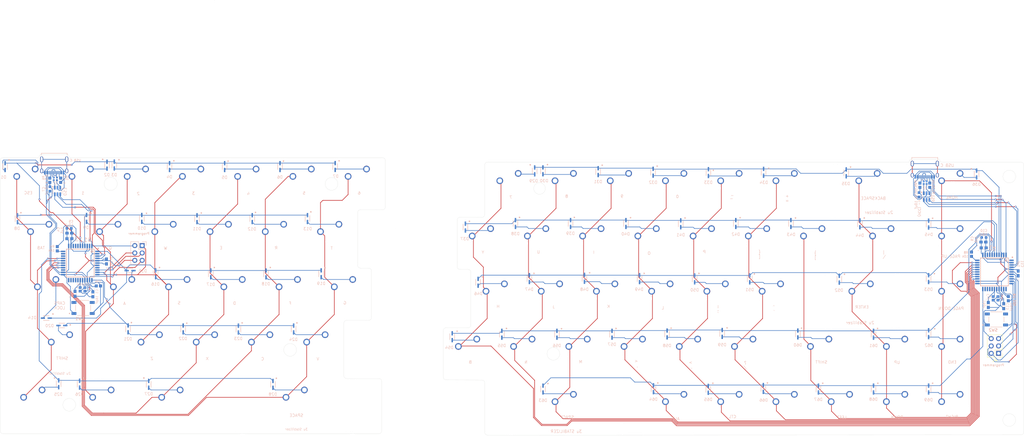
<source format=kicad_pcb>
(kicad_pcb (version 20241229) (generator "pcbnew") (generator_version "9.0")
  (layers (0 "F.Cu" signal) (2 "B.Cu" signal) (13 "F.Paste" user) (15 "B.Paste" user) (5 "F.SilkS" user "F.Silkscreen") (7 "B.SilkS" user "B.Silkscreen") (1 "F.Mask" user) (3 "B.Mask" user) (25 "Edge.Cuts" user))
  (net 0 "")
  (net 1 "Reset")
  (net 2 "GND")
  (net 3 "VCC")
  (net 4 "XTAL 2")
  (net 5 "D+")
  (net 7 "Row 2")
  (net 8 "Row 5")
  (net 9 "Col 1")
  (net 10 "Col 2")
  (net 11 "Col 3")
  (net 12 "Col 4")
  (net 13 "Net-(D1-A)")
  (net 14 "Col 5")
  (net 15 "Col 6")
  (net 16 "Net-(D2-A)")
  (net 17 "Net-(D3-A)")
  (net 18 "Col 7")
  (net 19 "Net-(D4-A)")
  (net 20 "Net-(D5-A)")
  (net 21 "Net-(D6-A)")
  (net 22 "Net-(D7-A)")
  (net 23 "Net-(J2-DN1)")
  (net 24 "Net-(D9-A)")
  (net 25 "Net-(D11-A)")
  (net 26 "Net-(D12-A)")
  (net 27 "Net-(D13-A)")
  (net 28 "Net-(D14-A)")
  (net 29 "Net-(D15-A)")
  (net 30 "Net-(J2-DP1)")
  (net 31 "Net-(D17-A)")
  (net 32 "Net-(D19-A)")
  (net 33 "Net-(D20-A)")
  (net 34 "Net-(D21-A)")
  (net 35 "Net-(D22-A)")
  (net 36 "Net-(D23-A)")
  (net 37 "Net-(J2-CC2)")
  (net 38 "Net-(D25-A)")
  (net 39 "Net-(D28-A)")
  (net 40 "Net-(D29-A)")
  (net 41 "Net-(D30-A)")
  (net 42 "Net-(D31-A)")
  (net 43 "Net-(J2-CC1)")
  (net 44 "Net-(D33-A)")
  (net 45 "Net-(D35-A)")
  (net 46 "Net-(D37-A)")
  (net 47 "Net-(D40-A)")
  (net 49 "Net-(U1-UCAP)")
  (net 50 "XTAL 1")
  (net 51 "D-")
  (net 53 "Net-(U1-PE2)")
  (net 57 "Row 4")
  (net 58 "Row 3")
  (net 63 "Row 1")
  (net 68 "D-in")
  (net 69 "D+in")
  (net 70 "SCK")
  (net 71 "Net-(J3-DN1)")
  (net 72 "Net-(J3-DP1)")
  (net 75 "Net-(J3-CC1)")
  (net 76 "Net-(J3-CC2)")
  (net 77 "Net-(U4-UCAP)")
  (net 78 "XTAL 1 (Right)")
  (net 79 "XTAL 2 (Right)")
  (net 80 "Net-(D8-A)")
  (net 81 "Net-(D10-A)")
  (net 82 "Net-(D16-A)")
  (net 83 "Net-(D18-A)")
  (net 84 "Net-(D24-A)")
  (net 85 "Net-(D26-A)")
  (net 86 "Net-(D27-A)")
  (net 87 "Row 1 (Right)")
  (net 88 "Net-(D32-A)")
  (net 89 "Net-(D34-A)")
  (net 90 "Net-(D36-A)")
  (net 91 "Row 2 (Right)")
  (net 92 "Net-(D38-A)")
  (net 93 "Net-(D39-A)")
  (net 94 "Net-(D41-A)")
  (net 95 "Net-(D42-A)")
  (net 96 "Net-(D43-A)")
  (net 97 "Net-(D44-A)")
  (net 98 "Net-(D45-A)")
  (net 99 "Net-(D46-A)")
  (net 100 "Row 3 (Right)")
  (net 101 "Net-(D47-A)")
  (net 102 "Net-(D48-A)")
  (net 103 "Net-(D49-A)")
  (net 104 "Net-(D50-A)")
  (net 105 "Net-(D51-A)")
  (net 106 "Net-(D52-A)")
  (net 107 "Net-(D53-A)")
  (net 108 "Net-(D54-A)")
  (net 109 "Row 4 (Right)")
  (net 110 "Net-(D55-A)")
  (net 111 "Net-(D56-A)")
  (net 112 "Net-(D57-A)")
  (net 113 "Net-(D58-A)")
  (net 114 "Net-(D59-A)")
  (net 115 "Net-(D60-A)")
  (net 116 "Net-(D61-A)")
  (net 117 "Net-(D62-A)")
  (net 118 "Row 5 (Right)")
  (net 119 "Net-(D63-A)")
  (net 120 "Net-(D64-A)")
  (net 121 "Net-(D65-A)")
  (net 122 "Net-(D66-A)")
  (net 123 "Net-(D67-A)")
  (net 124 "Net-(D68-A)")
  (net 125 "Net-(D69-A)")
  (net 126 "Col 3 (Right)")
  (net 127 "Col 4 (Right)")
  (net 128 "SCK (Right)")
  (net 129 "Reset (Right)")
  (net 130 "Col 1 (Right)")
  (net 131 "Col 2 (Right)")
  (net 132 "Col 5 (Right)")
  (net 133 "Col 6 (Right)")
  (net 134 "Col 8 (Right)")
  (net 135 "Col 7 (Right)")
  (net 136 "Col 9 (Right)")
  (net 137 "Net-(U4-PE2)")
  (net 138 "D+in (Right)")
  (net 139 "D-in (Right)")
  (net 140 "D- (Right)")
  (net 141 "D+ (Right)")
  (net 146 "MOSI (Right)")
  (net 147 "MISO (Right)")
  (footprint "PCM_marbastlib-mx:SW_MX_1u" (layer "F.Cu") (at -59.63 82.41)
    (property "Reference" "MX9" (hide yes))
    (property "Value" "MX_SW_solder" (hide yes))
  )
  (footprint "PCM_marbastlib-mx:SW_MX_1u" (layer "F.Cu") (at -12.005 101.46)
    (property "Reference" "MX20" (hide yes))
    (property "Value" "MX_SW_solder" (hide yes))
  )
  (footprint "PCM_marbastlib-mx:SW_MX_1u" (layer "F.Cu") (at 121.28 64.87)
    (property "Reference" "MX26" (hide yes))
    (property "Value" "MX_SW_solder" (hide yes))
  )
  (footprint "PCM_marbastlib-mx:SW_MX_1u" (layer "F.Cu") (at 173.6675 102.97)
    (property "Reference" "MX45" (hide yes))
    (property "Value" "MX_SW_solder" (hide yes))
  )
  (footprint "PCM_marbastlib-mx:SW_MX_1u" (layer "F.Cu") (at 197.48 141.07)
    (property "Reference" "MX62" (hide yes))
    (property "Value" "MX_SW_solder" (hide yes))
  )
  (footprint "PCM_marbastlib-mx:SW_MX_1u" (layer "F.Cu") (at 183.1925 122.02)
    (property "Reference" "MX51" (hide yes))
    (property "Value" "MX_SW_solder" (hide yes))
  )
  (footprint "PCM_marbastlib-mx:SW_MX_1u" (layer "F.Cu") (at 254.63 102.97)
    (property "Reference" "MX67" (hide yes))
    (property "Value" "MX_SW_solder" (hide yes))
  )
  (footprint "PCM_marbastlib-mx:SW_MX_1u" (layer "F.Cu") (at 254.63 141.07)
    (property "Reference" "MX69" (hide yes))
    (property "Value" "MX_SW_solder" (hide yes))
  )
  (footprint "PCM_marbastlib-mx:SW_MX_1u" (layer "F.Cu") (at 116.5175 102.97)
    (property "Reference" "MX58" (hide yes))
    (property "Value" "MX_SW_solder" (hide yes))
  )
  (footprint "PCM_marbastlib-mx:SW_MX_1u" (layer "F.Cu") (at -38.19875 139.56)
    (property "Reference" "MX35" (hide yes))
    (property "Value" "MX_SW_solder" (hide yes))
  )
  (footprint "PCM_Mounting_Keyboard_Stabilizer:Stabilizer_Cherry_MX_2.00u" (layer "F.Cu") (at 223.67375 102.97)
    (property "Reference" "REF**" (hide yes))
    (property "Value" "Stabilizer_Cherry_MX_2.00u" (hide yes))
  )
  (footprint "PCM_marbastlib-mx:SW_MX_1u" (layer "F.Cu") (at 126.0425 122.02)
    (property "Reference" "MX60" (hide yes))
    (property "Value" "MX_SW_solder" (hide yes))
  )
  (footprint "PCM_marbastlib-mx:SW_MX_1u" (layer "F.Cu") (at 135.5675 102.97)
    (property "Reference" "MX34" (hide yes))
    (property "Value" "MX_SW_solder" (hide yes))
  )
  (footprint "PCM_marbastlib-mx:SW_MX_1u" (layer "F.Cu") (at 223.67375 102.97)
    (property "Reference" "MX57" (hide yes))
    (property "Value" "MX_SW_solder" (hide yes))
  )
  (footprint "PCM_marbastlib-mx:SW_MX_1u" (layer "F.Cu") (at 45.145 101.46)
    (property "Reference" "MX23" (hide yes))
    (property "Value" "MX_SW_solder" (hide yes))
  )
  (footprint "PCM_marbastlib-mx:SW_MX_1u" (layer "F.Cu") (at 235.58 122.02)
    (property "Reference" "MX63" (hide yes))
    (property "Value" "MX_SW_solder" (hide yes))
  )
  (footprint "PCM_marbastlib-mx:SW_MX_1u" (layer "F.Cu") (at 216.53 141.07)
    (property "Reference" "MX56" (hide yes))
    (property "Value" "MX_SW_solder" (hide yes))
  )
  (footprint "PCM_marbastlib-mx:SW_MX_1u" (layer "F.Cu") (at 178.43 64.87)
    (property "Reference" "MX43" (hide yes))
    (property "Value" "MX_SW_solder" (hide yes))
  )
  (footprint "PCM_marbastlib-mx:SW_MX_1u" (layer "F.Cu") (at -14.38625 139.56)
    (property "Reference" "MX37" (hide yes))
    (property "Value" "MX_SW_solder" (hide yes))
  )
  (footprint "PCM_marbastlib-mx:SW_MX_1u" (layer "F.Cu") (at 28.47625 139.56)
    (property "Reference" "MX40" (hide yes))
    (property "Value" "MX_SW_solder" (hide yes))
  )
  (footprint "PCM_marbastlib-mx:SW_MX_1u" (layer "F.Cu") (at 154.6175 102.97)
    (property "Reference" "MX41" (hide yes))
    (property "Value" "MX_SW_solder" (hide yes))
  )
  (footprint "PCM_marbastlib-mx:SW_MX_1u" (layer "F.Cu") (at 102.23 64.87)
    (property "Reference" "MX8" (hide yes))
    (property "Value" "MX_SW_solder" (hide yes))
  )
  (footprint "PCM_marbastlib-mx:SW_MX_1u" (layer "F.Cu") (at 30.8575 63.36)
    (property "Reference" "MX6" (hide yes))
    (property "Value" "MX_SW_solder" (hide yes))
  )
  (footprint "PCM_marbastlib-mx:SW_MX_1u" (layer "F.Cu") (at -64.3925 63.36)
    (property "Reference" "MX1" (hide yes))
    (property "Value" "MX_SW_solder" (hide yes))
  )
  (footprint "PCM_marbastlib-mx:SW_MX_1u" (layer "F.Cu") (at 121.28 141.07)
    (property "Reference" "MX36" (hide yes))
    (property "Value" "MX_SW_solder" (hide yes))
  )
  (footprint "PCM_marbastlib-mx:SW_MX_1u" (layer "F.Cu") (at -31.055 101.46)
    (property "Reference" "MX19" (hide yes))
    (property "Value" "MX_SW_solder" (hide yes))
  )
  (footprint "PCM_marbastlib-mx:SW_MX_1u" (layer "F.Cu") (at 49.9075 63.36)
    (property "Reference" "MX7" (hide yes))
    (property "Value" "MX_SW_solder" (hide yes))
  )
  (footprint "PCM_marbastlib-mx:SW_MX_1u" (layer "F.Cu") (at 111.755 83.92)
    (property "Reference" "MX24" (hide yes))
    (property "Value" "MX_SW_solder" (hide yes))
  )
  (footprint "PCM_marbastlib-mx:SW_MX_1u" (layer "F.Cu") (at 35.62 120.51)
    (property "Reference" "MX31" (hide yes))
    (property "Value" "MX_SW_solder" (hide yes))
  )
  (footprint "PCM_marbastlib-mx:SW_MX_1u" (layer "F.Cu") (at 26.095 101.46)
    (property "Reference" "MX22" (hide yes))
    (property "Value" "MX_SW_solder" (hide yes))
  )
  (footprint "PCM_marbastlib-mx:SW_MX_1u" (layer "F.Cu") (at 140.33 64.87)
    (property "Reference" "MX27" (hide yes))
    (property "Value" "MX_SW_solder" (hide yes))
  )
  (footprint "PCM_marbastlib-mx:SW_MX_1u" (layer "F.Cu") (at 92.705 83.92)
    (property "Reference" "MX10" (hide yes))
    (property "Value" "MX_SW_solder" (hide yes))
  )
  (footprint "PCM_marbastlib-mx:SW_MX_1u" (layer "F.Cu") (at -57.24875 101.46)
    (property "Reference" "MX17" (hide yes))
    (property "Value" "MX_SW_solder" (hide yes))
  )
  (footprint "PCM_marbastlib-mx:SW_MX_1u" (layer "F.Cu") (at -62.01125 139.56)
    (property "Reference" "MX33" (hide yes))
    (property "Value" "MX_SW_solder" (hide yes))
  )
  (footprint "PCM_marbastlib-mx:SW_MX_1u" (layer "F.Cu") (at 87.9425 122.02)
    (property "Reference" "MX18" (hide yes))
    (property "Value" "MX_SW_solder" (hide yes))
  )
  (footprint "PCM_marbastlib-mx:SW_MX_1u" (layer "F.Cu") (at -35.8175 82.41)
    (property "Reference" "MX11" (hide yes))
    (property "Value" "MX_SW_solder" (hide yes))
  )
  (footprint "PCM_Mounting_Keyboard_Stabilizer:Stabilizer_Cherry_MX_3.00u" (layer "F.Cu") (at 28.6075 139.36)
    (property "Reference" "REF**" (hide yes))
    (property "Value" "Stabilizer_Cherry_MX_3.00u" (hide yes))
  )
  (footprint "PCM_marbastlib-mx:SW_MX_1u" (layer "F.Cu") (at 178.43 141.07)
    (property "Reference" "MX47" (hide yes))
    (property "Value" "MX_SW_solder" (hide yes))
  )
  (footprint "PCM_marbastlib-mx:SW_MX_1u" (layer "F.Cu") (at 254.63 64.87)
    (property "Reference" "MX65" (hide yes))
    (property "Value" "MX_SW_solder" (hide yes))
  )
  (footprint "PCM_marbastlib-mx:SW_MX_1u" (layer "F.Cu") (at 207.005 83.92)
    (property "Reference" "MX53" (hide yes))
    (property "Value" "MX_SW_solder" (hide yes))
  )
  (footprint "PCM_marbastlib-mx:SW_MX_1u" (layer "F.Cu") (at -16.7675 82.41)
    (property "Reference" "MX12" (hide yes))
    (property "Value" "MX_SW_solder" (hide yes))
  )
  (footprint "PCM_marbastlib-mx:SW_MX_1u" (layer "F.Cu") (at 2.2825 82.41)
    (property "Reference" "MX13" (hide yes))
    (property "Value" "MX_SW_solder" (hide yes))
  )
  (footprint "PCM_marbastlib-mx:SW_MX_1u" (layer "F.Cu") (at 159.38 64.87)
    (property "Reference" "MX38" (hide yes))
    (property "Value" "MX_SW_solder" (hide yes))
  )
  (footprint "PCM_marbastlib-mx:SW_MX_1u" (layer "F.Cu") (at 40.3825 82.41)
    (property "Reference" "MX15" (hide yes))
    (property "Value" "MX_SW_solder" (hide yes))
  )
  (footprint "PCM_marbastlib-mx:SW_MX_1u" (layer "F.Cu") (at 106.9925 122.02)
    (property "Reference" "MX59" (hide yes))
    (property "Value" "MX_SW_solder" (hide yes))
  )
  (footprint "PCM_marbastlib-mx:SW_MX_1u" (layer "F.Cu") (at 187.955 83.92)
    (property "Reference" "MX49" (hide yes))
    (property "Value" "MX_SW_solder" (hide yes))
  )
  (footprint "PCM_marbastlib-mx:SW_MX_1u" (layer "F.Cu") (at -7.2425 63.36)
    (property "Reference" "MX4" (hide yes))
    (property "Value" "MX_SW_solder" (hide yes))
  )
  (footprint "PCM_Mounting_Keyboard_Stabilizer:Stabilizer_Cherry_MX_3.00u" (layer "F.Cu") (at 121.28 141.07 180)
    (property "Reference" "REF**" (hide yes))
    (property "Value" "Stabilizer_Cherry_MX_3.00u" (hide yes))
  )
  (footprint "PCM_marbastlib-mx:SW_MX_1u" (layer "F.Cu") (at 230.8175 83.92)
    (property "Reference" "MX54" (hide yes))
    (property "Value" "MX_SW_solder" (hide yes))
  )
  (footprint "PCM_marbastlib-mx:SW_MX_1u" (layer "F.Cu") (at 7.045 101.46)
    (property "Reference" "MX21" (hide yes))
    (property "Value" "MX_SW_solder" (hide yes))
  )
  (footprint "PCM_marbastlib-mx:SW_MX_1u" (layer "F.Cu") (at 168.905 83.92)
    (property "Reference" "MX44" (hide yes))
    (property "Value" "MX_SW_solder" (hide yes))
  )
  (footprint "PCM_marbastlib-mx:SW_MX_1u" (layer "F.Cu") (at -2.48 120.51)
    (property "Reference" "MX29" (hide yes))
    (property "Value" "MX_SW_solder" (hide yes))
  )
  (footprint "PCM_marbastlib-mx:SW_MX_1u" (layer "F.Cu") (at 226.055 64.87)
    (property "Reference" "MX52" (hide yes))
    (property "Value" "MX_SW_solder" (hide yes))
  )
  (footprint "PCM_marbastlib-mx:SW_MX_1u" (layer "F.Cu") (at 164.1425 122.02)
    (property "Reference" "MX46" (hide yes))
    (property "Value" "MX_SW_solder" (hide yes))
  )
  (footprint "PCM_marbastlib-mx:SW_MX_1u" (layer "F.Cu") (at 197.48 64.87)
    (property "Reference" "MX48" (hide yes))
    (property "Value" "MX_SW_solder" (hide yes))
  )
  (footprint "Connector_PinHeader_2.54mm:PinHeader_2x03_P2.54mm_Vertical" (layer "F.Cu") (at 270.47 121.85 180)
    (property "Reference" "J4")
    (property "Value" "Programmer" (hide yes))
  )
  (footprint "PCM_marbastlib-mx:SW_MX_1u" (layer "F.Cu") (at -45.3425 63.36)
    (property "Reference" "MX2" (hide yes))
    (property "Value" "MX_SW_solder" (hide yes))
  )
  (footprint "PCM_marbastlib-mx:SW_MX_1u" (layer "F.Cu") (at 235.58 141.07)
    (property "Reference" "MX64" (hide yes))
    (property "Value" "MX_SW_solder" (hide yes))
  )
  (footprint "PCM_marbastlib-mx:SW_MX_1u" (layer "F.Cu") (at 254.63 122.02)
    (property "Reference" "MX68" (hide yes))
    (property "Value" "MX_SW_solder" (hide yes))
  )
  (footprint "PCM_marbastlib-mx:SW_MX_1u" (layer "F.Cu") (at 145.0925 122.02)
    (property "Reference" "MX42" (hide yes))
    (property "Value" "MX_SW_solder" (hide yes))
  )
  (footprint "PCM_marbastlib-mx:SW_MX_1u" (layer "F.Cu") (at 209.38625 122.02)
    (property "Reference" "MX55" (hide yes))
    (property "Value" "MX_SW_solder" (hide yes))
  )
  (footprint "PCM_marbastlib-mx:SW_MX_1u" (layer "F.Cu") (at 16.57 120.51)
    (property "Reference" "MX30" (hide yes))
    (property "Value" "MX_SW_solder" (hide yes))
  )
  (footprint "PCM_marbastlib-mx:SW_MX_1u" (layer "F.Cu") (at 97.4675 102.97)
    (property "Reference" "MX16" (hide yes))
    (property "Value" "MX_SW_solder" (hide yes))
  )
  (footprint "PCM_Mounting_Keyboard_Stabilizer:Stabilizer_Cherry_MX_2.00u" (layer "F.Cu") (at 226.055 64.87)
    (property "Reference" "REF**" (hide yes))
    (property "Value" "Stabilizer_Cherry_MX_2.00u" (hide yes))
  )
  (footprint "PCM_marbastlib-mx:SW_MX_1u" (layer "F.Cu") (at 149.855 83.92)
    (property "Reference" "MX39" (hide yes))
    (property "Value" "MX_SW_solder" (hide yes))
  )
  (footprint "PCM_marbastlib-mx:SW_MX_1u" (layer "F.Cu") (at 254.63 83.92)
    (property "Reference" "MX66" (hide yes))
    (property "Value" "MX_SW_solder" (hide yes))
  )
  (footprint "PCM_marbastlib-mx:SW_MX_1u" (layer "F.Cu") (at 159.38 141.07)
    (property "Reference" "MX61" (hide yes))
    (property "Value" "MX_SW_solder" (hide yes))
  )
  (footprint "PCM_marbastlib-mx:SW_MX_1u" (layer "F.Cu") (at -21.53 120.51)
    (property "Reference" "MX28" (hide yes))
    (property "Value" "MX_SW_solder" (hide yes))
  )
  (footprint "PCM_marbastlib-mx:SW_MX_1u" (layer "F.Cu") (at 192.7175 102.97)
    (property "Reference" "MX50" (hide yes))
    (property "Value" "MX_SW_solder" (hide yes))
  )
  (footprint "PCM_Mounting_Keyboard_Stabilizer:Stabilizer_Cherry_MX_2.00u" (layer "F.Cu") (at -52.3925 120.36)
    (property "Reference" "REF**" (hide yes))
    (property "Value" "Stabilizer_Cherry_MX_2.00u" (hide yes))
  )
  (footprint "PCM_marbastlib-mx:SW_MX_1u" (layer "F.Cu") (at 130.805 83.92)
    (property "Reference" "MX32" (hide yes))
    (property "Value" "MX_SW_solder" (hide yes))
  )
  (footprint "PCM_marbastlib-mx:SW_MX_1u" (layer "F.Cu") (at 11.8075 63.36)
    (property "Reference" "MX5" (hide yes))
    (property "Value" "MX_SW_solder" (hide yes))
  )
  (footprint "PCM_marbastlib-mx:SW_MX_1u" (layer "F.Cu") (at -26.2925 63.36)
    (property "Reference" "MX3" (hide yes))
    (property "Value" "MX_SW_solder" (hide yes))
  )
  (footprint "PCM_marbastlib-mx:SW_MX_1u" (layer "F.Cu") (at -52.48625 120.51)
    (property "Reference" "MX25" (hide yes))
    (property "Value" "MX_SW_solder")
  )
  (footprint "PCM_marbastlib-mx:SW_MX_1u" (layer "F.Cu") (at 21.3325 82.41)
    (property "Reference" "MX14" (hide yes))
    (property "Value" "MX_SW_solder" (hide yes))
  )
  (footprint "footprints:CR_SOD323_MCC-M" (layer "B.Cu") (at 151.43 134.07 -90)
    (property "Reference" "D64" (hide yes))
    (property "Value" "D_Small" (hide yes))
  )
  (footprint "footprints-Capacitor:CAP_CC0603_YAG-M" (layer "B.Cu") (at -50.0425 80.4039)
    (property "Reference" "C4" (hide yes))
    (property "Value" "1 uF" (hide yes))
  )
  (footprint "footprints:CR_SOD323_MCC-M" (layer "B.Cu") (at 184.63 96.17 -90)
    (property "Reference" "D51" (hide yes))
    (property "Value" "D_Small" (hide yes))
  )
  (footprint "RC0603FR_075K1L:RESC1607X60N" (layer "B.Cu") (at 246.73 63.87 -90)
    (property "Reference" "R12" (hide yes))
    (property "Value" "5.1 k" (hide yes))
  )
  (footprint "CC0603KRX7R7BB104:CAPC1608X90" (layer "B.Cu") (at -50.0425 82.3039)
    (property "Reference" "C3" (hide yes))
    (property "Value" ".1 uF" (hide yes))
  )
  (footprint "footprints:CR_SOD323_MCC-M" (layer "B.Cu") (at 246.33 96.07 -90)
    (property "Reference" "D53" (hide yes))
    (property "Value" "D_Small" (hide yes))
  )
  (footprint "footprints:CR_SOD323_MCC-M" (layer "B.Cu") (at 141.93 77.07 -90)
    (property "Reference" "D40" (hide yes))
    (property "Value" "D_Small" (hide yes))
  )
  (footprint "footprints:CR_SOD323_MCC-M" (layer "B.Cu") (at 86.56 78.31 -90)
    (property "Reference" "D37" (hide yes))
    (property "Value" "D_Small" (hide yes))
  )
  (footprint "footprints:CR_SOD323_MCC-M" (layer "B.Cu") (at -25.0675 75.31 -90)
    (property "Reference" "D10" (hide yes))
    (property "Value" "D_Small" (hide yes))
  )
  (footprint "CC0603JRNPO0BN160:CAPC1608X90" (layer "B.Cu") (at 266.93 105.17 -90)
    (property "Reference" "C12" (hide yes))
    (property "Value" "16pF")
  )
  (footprint "RC0402FR_0722RL:R0402" (layer "B.Cu") (at -54.3425 61.6539 180)
    (property "Reference" "R1" (hide yes))
    (property "Value" "22")
  )
  (footprint "footprints:CR_SOD323_MCC-M" (layer "B.Cu") (at 110.45 58.92 -90)
    (property "Reference" "D29" (hide yes))
    (property "Value" "D_Small" (hide yes))
  )
  (footprint "footprints:CR_SOD323_MCC-M" (layer "B.Cu") (at 262.88 60 -90)
    (property "Reference" "D36" (hide yes))
    (property "Value" "D_Small" (hide yes))
  )
  (footprint "CC0603KRX5R6BB106:C0603" (layer "B.Cu") (at 243.03 67.17)
    (property "Reference" "C14 10uF")
    (property "Value" "10 uF" (hide yes))
  )
  (footprint "footprints:CR_SOD323_MCC-M" (layer "B.Cu") (at 118.13 115.27 -90)
    (property "Reference" "D56" (hide yes))
    (property "Value" "D_Small" (hide yes))
  )
  (footprint "footprints:CR_SOD323_MCC-M" (layer "B.Cu") (at 36.8075 94.41 -90)
    (property "Reference" "D19" (hide yes))
    (property "Value" "D_Small" (hide yes))
  )
  (footprint "footprints:CR_SOD323_MCC-M" (layer "B.Cu") (at 22.6075 57.4289 -90)
    (property "Reference" "D6" (hide yes))
    (property "Value" "D_Small" (hide yes))
  )
  (footprint "footprints-Capacitor:CAP_CC0603_YAG-M" (layer "B.Cu") (at 277.23 94.27 90)
    (property "Reference" "C11" (hide yes))
    (property "Value" "1 uF" (hide yes))
  )
  (footprint "RC0402FR_0722RL:R0402" (layer "B.Cu") (at 244.63 62.97 180)
    (property "Reference" "R10" (hide yes))
    (property "Value" "22" (hide yes))
  )
  (footprint "footprints:CR_SOD323_MCC-M" (layer "B.Cu") (at 227.33 134.17 -90)
    (property "Reference" "D68" (hide yes))
    (property "Value" "D_Small" (hide yes))
  )
  (footprint "footprints:CR_SOD323_MCC-M" (layer "B.Cu") (at 217.92 59.6 -90)
    (property "Reference" "D35" (hide yes))
    (property "Value" "D_Small" (hide yes))
  )
  (footprint "CC0603JRNPO0BN160:CAPC1608X90" (layer "B.Cu") (at -41.9425 101.4789 -90)
    (property "Reference" "C1 16pF")
    (property "Value" "16 pF" (hide yes))
  )
  (footprint "footprints:CR_SOD323_MCC-M" (layer "B.Cu") (at -29.7925 113.41 -90)
    (property "Reference" "D21" (hide yes))
    (property "Value" "D_Small" (hide yes))
  )
  (footprint "RC0603FR_075K1L:RESC1607X60N" (layer "B.Cu") (at -56.7925 62.1539 90)
    (property "Reference" "R6")
    (property "Value" "5.1 k")
  )
  (footprint "footprints:CR_SOD323_MCC-M" (layer "B.Cu") (at 127.63 95.97 -90)
    (property "Reference" "D48" (hide yes))
    (property "Value" "D_Small" (hide yes))
  )
  (footprint "footprints:CR_SOD323_MCC-M" (layer "B.Cu") (at 165.63 96.17 -90)
    (property "Reference" "D50" (hide yes))
    (property "Value" "D_Small" (hide yes))
  )
  (footprint "footprints:CR_SOD323_MCC-M" (layer "B.Cu") (at -37.0675 56.9539 -90)
    (property "Reference" "D2" (hide yes))
    (property "Value" "D_Small" (hide yes))
  )
  (footprint "footprints:CR_SOD323_MCC-M" (layer "B.Cu") (at 201.23 115.17 -90)
    (property "Reference" "D60" (hide yes))
    (property "Value" "D_Small" (hide yes))
  )
  (footprint "footprints:CR_SOD323_MCC-M" (layer "B.Cu") (at 122.83 77.07 -90)
    (property "Reference" "D39" (hide yes))
    (property "Value" "D_Small" (hide yes))
  )
  (footprint "footprints:CR_SOD323_MCC-M" (layer "B.Cu") (at 151.31 59.38 -90)
    (property "Reference" "D32" (hide yes))
    (property "Value" "D_Small" (hide yes))
  )
  (footprint "footprints:CR_SOD323_MCC-M" (layer "B.Cu") (at 13.0325 75.385 -90)
    (property "Reference" "D12" (hide yes))
    (property "Value" "D_Small" (hide yes))
  )
  (footprint "RC0402FR_0722RL:R0402" (layer "B.Cu") (at -55.4425 61.6539 180)
    (property "Reference" "R2" (hide yes))
    (property "Value" "22" (hide yes))
  )
  (footprint "footprints:CR_SOD323_MCC-M" (layer "B.Cu") (at -1.2675 94.435 -90)
    (property "Reference" "D17" (hide yes))
    (property "Value" "D_Small" (hide yes))
  )
  (footprint "ATMEGA32U4_AU:QFP80P1200X1200X120-44N" (layer "B.Cu") (at 269.03 93.77 180)
    (property "Reference" "U4" (hide yes))
    (property "Value" "ATMEGA32U4-AU" (hide yes))
  )
  (footprint "footprints:CR_SOD323_MCC-M" (layer "B.Cu") (at 246.33 77.27 -90)
    (property "Reference" "D45" (hide yes))
    (property "Value" "D_Small" (hide yes))
  )
  (footprint "footprints:CR_SOD323_MCC-M" (layer "B.Cu") (at 246.33 134.17 -90)
    (property "Reference" "D69" (hide yes))
    (property "Value" "D_Small" (hide yes))
  )
  (footprint "footprints:CR_SOD323_MCC-M" (layer "B.Cu") (at 227.33 115.27 -90)
    (property "Reference" "D61" (hide yes))
    (property "Value" "D_Small" (hide yes))
  )
  (footprint "CC0603JRNPO0BN160:CAPC1608X90" (layer "B.Cu") (at 272.23 105.57 -90)
    (property "Reference" "C13" (hide yes))
    (property "Value" "16 pF" (hide yes))
  )
  (footprint "RC0603FR_075K1L:RESC1607X60N" (layer "B.Cu") (at -53.0425 62.1539 -90)
    (property "Reference" "R5")
    (property "Value" "5.1 k")
  )
  (footprint "footprints:CR_SOD323_MCC-M" (layer "B.Cu") (at 189.41 59.4089 -90)
    (property "Reference" "D34" (hide yes))
    (property "Value" "D_Small" (hide yes))
  )
  (footprint "footprints:CR_SOD323_MCC-M" (layer "B.Cu") (at 222.63 77.17 -90)
    (property "Reference" "D44" (hide yes))
    (property "Value" "D_Small" (hide yes))
  )
  (footprint "CC0603KRX5R6BB106:C0603" (layer "B.Cu") (at 265.392 81.87 -90)
    (property "Reference" "C10" (hide yes))
    (property "Value" "10 uF" (hide yes))
  )
  (footprint "footprints:CR_SOD323_MCC-M" (layer "B.Cu") (at 198.83 77.07 -90)
    (property "Reference" "D43" (hide yes))
    (property "Value" "D_Small" (hide yes))
  )
  (footprint "10171746_00021LF:AMPHENOL_10171746-00021LF" (layer "B.Cu") (at 245.03 56.405)
    (property "Reference" "J3" (hide yes))
    (property "Value" "10171746-00021LF USB C" (hide yes))
  )
  (footprint "CC0603JRNPO0BN160:CAPC1608X90" (layer "B.Cu") (at -48.106 101.3289 -90)
    (property "Reference" "C2" (hide yes))
    (property "Value" "16pF" (hide yes))
  )
  (footprint "footprints:CR_SOD323_MCC-M" (layer "B.Cu") (at 137.13 115.27 -90)
    (property "Reference" "D57" (hide yes))
    (property "Value" "D_Small" (hide yes))
  )
  (footprint "footprints:CR_SOD323_MCC-M" (layer "B.Cu") (at -20.2925 94.41 -90)
    (property "Reference" "D16" (hide yes))
    (property "Value" "D_Small" (hide yes))
  )
  (footprint "footprints:CR_SOD323_MCC-M" (layer "B.Cu") (at 17.7825 94.46 -90)
    (property "Reference" "D18" (hide yes))
    (property "Value" "D_Small" (hide yes))
  )
  (footprint "footprints-Capacitor:CAP_CC0603_YAG-M" (layer "B.Cu") (at -37.2425 90.1789 90)
    (property "Reference" "C61uF")
    (property "Value" "1 uF" (hide yes))
  )
  (footprint "footprints:CR_SOD323_MCC-M" (layer "B.Cu") (at -10.7925 113.435 -90)
    (property "Reference" "D22" (hide yes))
    (property "Value" "D_Small" (hide yes))
  )
  (footprint "footprints:CR_SOD323_MCC-M" (layer "B.Cu") (at -44.1175 75.31 -90)
    (property "Reference" "D9" (hide yes))
    (property "Value" "D_Small" (hide yes))
  )
  (footprint "footprints:CR_SOD323_MCC-M" (layer "B.Cu") (at -22.6925 132.535 -90)
    (property "Reference" "D27" (hide yes))
    (property "Value" "D_Small" (hide yes))
  )
  (footprint "footprints:CR_SOD323_MCC-M" (layer "B.Cu") (at -15.4925 57.4289 -90)
    (property "Reference" "D4" (hide yes))
    (property "Value" "D_Small" (hide yes))
  )
  (footprint "CC0603KRX7R7BB104:CAPC1608X90" (layer "B.Cu") (at 265.33 85.47)
    (property "Reference" "C8" (hide yes))
    (property "Value" ".1 uF" (hide yes))
  )
  (footprint "footprints:CR_SOD323_MCC-M" (layer "B.Cu") (at 170.33 134.27 -90)
    (property "Reference" "D65" (hide yes))
    (property "Value" "D_Small" (hide yes))
  )
  (footprint "footprints:CR_SOD323_MCC-M" (layer "B.Cu") (at 82.01 116.12 -90)
    (property "Reference" "D54" (hide yes))
    (property "Value" "D_Small" (hide yes))
  )
  (footprint "footprints:CR_SOD323_MCC-M" (layer "B.Cu") (at 113.33 134.17 -90)
    (property "Reference" "D63" (hide yes))
    (property "Value" "D_Small" (hide yes))
  )
  (footprint "footprints:CR_SOD323_MCC-M" (layer "B.Cu") (at 90.94 97.34 -90)
    (property "Reference" "D46" (hide yes))
    (property "Value" "D_Small" (hide yes))
  )
  (footprint "footprints:CR_SOD323_MCC-M" (layer "B.Cu") (at 179.83 77.07 -90)
    (property "Reference" "D42" (hide yes))
    (property "Value" "D_Small" (hide yes))
  )
  (footprint "RC0603FR_0710KL:RESC1607X60N" (layer "B.Cu") (at 273.83 102.97 -90)
    (property "Reference" "R7 10k")
    (property "Value" "10 k" (hide yes))
  )
  (footprint "10171746_00021LF:AMPHENOL_10171746-00021LF" (layer "B.Cu") (at -55.2925 54.9289)
    (property "Reference" "J2" (hide yes))
    (property "Value" "10171746-00021LF USB C" (hide yes))
  )
  (footprint "footprints:CR_SOD323_MCC-M" (layer "B.Cu") (at 99.13 115.27 -90)
    (property "Reference" "D55" (hide yes))
    (property "Value" "D_Small" (hide yes))
  )
  (footprint "footprints:CR_SOD323_MCC-M" (layer "B.Cu") (at 27.3075 113.46 -90)
    (property "Reference" "D24" (hide yes))
    (property "Value" "D_Small" (hide yes))
  )
  (footprint "RC0603FR_075K1L:RESC1607X60N" (layer "B.Cu") (at 243.33 63.87 90)
    (property "Reference" "R9" (hide yes))
    (property "Value" "5.1 k" (hide yes))
  )
  (footprint "footprints:CR_SOD323_MCC-M" (layer "B.Cu") (at -29.1175 93.3039)
    (property "Reference" "D15" (hide yes))
    (property "Value" "D_Small" (hide yes))
  )
  (footprint "footprints:CR_SOD323_MCC-M" (layer "B.Cu") (at 32.0825 75.36 -90)
    (property "Reference" "D13" (hide yes))
    (property "Value" "D_Small" (hide yes))
  )
  (footprint "footprints:CR_SOD323_MCC-M" (layer "B.Cu") (at 41.6325 57.4039 -90)
    (property "Reference" "D7" (hide yes))
    (property "Value" "D_Small" (hide yes))
  )
  (footprint "C2E_16_000_12_3030_X_R:XTAL_C2E-16.000-12-3030-X-R" (layer "B.Cu") (at 269.43 102.8825)
    (property "Reference" "Y2" (hide yes))
    (property "Value" "C2E-16.000-12-3030-X-R" (hide yes))
  )
  (footprint "CC0603KRX5R6BB106:C0603" (layer "B.Cu") (at -50.1425 78.7039 -90)
    (property "Reference" "C5" (hide yes))
    (property "Value" "10 uF" (hide yes))
  )
  (footprint "RC0603FR_0710KL:RESC1607X60N" (layer "B.Cu") (at -54.2175 85.7789 90)
    (property "Reference" "R4" (hide yes))
    (property "Value" "10 k" (hide yes))
  )
  (footprint "footprints:CR_SOD323_MCC-M" (layer "B.Cu") (at -67.9425 75.435 -90)
    (property "Reference" "D8" (hide yes))
    (property "Value" "D_Small" (hide yes))
  )
  (footprint "footprints:CR_SOD323_MCC-M" (layer "B.Cu") (at 175.13 114.9889 -90)
    (property "Reference" "D59" (hide yes))
    (property "Value" "D_Small" (hide yes))
  )
  (footprint "footprints:CR_SOD323_MCC-M" (layer "B.Cu") (at 20.1825 132.56 -90)
    (property "Reference" "D28" (hide yes))
    (property "Value" "D_Small" (hide yes))
  )
  (footprint "footprints:CR_SOD323_MCC-M" (layer "B.Cu") (at 160.83 77.17 -90)
    (property "Reference" "D41" (hide yes))
    (property "Value" "D_Small" (hide yes))
  )
  (footprint "footprints:CR_SOD323_MCC-M" (layer "B.Cu") (at 189.33 133.97 -90)
    (property "Reference" "D66" (hide yes))
    (property "Value" "D_Small" (hide yes))
  )
  (footprint "Package_TO_SOT_SMD:SOT-23-6" (layer "B.Cu") (at -54.1425 65.8539 -90)
    (property "Reference" "U2" (hide yes))
    (property "Value" "USBLC6-2SC6" (hide yes))
  )
  (footprint "footprints:CR_SOD323_MCC-M" (layer "B.Cu") (at -34.5425 56.9039 -90)
    (property "Reference" "D3" (hide yes))
    (property "Value" "D_Small" (hide yes))
  )
  (footprint "footprints:CR_SOD323_MCC-M" (layer "B.Cu") (at 246.33 115.07 -90)
    (property "Reference" "D62" (hide yes))
    (property "Value" "D_Small" (hide yes))
  )
  (footprint "footprints-Capacitor:CAP_CC0603_YAG-M" (layer "B.Cu") (at 265.23 83.47)
    (property "Reference" "C9" (hide yes))
    (property "Value" "1 uF" (hide yes))
  )
  (footprint "footprints:CR_SOD323_MCC-M" (layer "B.Cu") (at -53.7425 132.3539 -90)
    (property "Reference" "D25" (hide yes))
    (property "Value" "D_Small" (hide yes))
  )
  (footprint "C2E_16_000_12_3030_X_R:XTAL_C2E-16.000-12-3030-X-R" (layer "B.Cu") (at -45.506 99.7789)
    (property "Reference" "Y1" (hide yes))
    (property "Value" "C2E-16.000-12-3030-X-R" (hide yes))
  )
  (footprint "TS18_5_17_SL_160_SMT_TR:SW_TS18-5-17-SL-160-SMT-TR" (layer "B.Cu") (at -45.3175 106.2039)
    (property "Reference" "SW1")
    (property "Value" "SW_Push")
  )
  (footprint "footprints:CR_SOD323_MCC-M" (layer "B.Cu") (at 146.63 96.0889 -90)
    (property "Reference" "D49" (hide yes))
    (property "Value" "D_Small" (hide yes))
  )
  (footprint "footprints:CR_SOD323_MCC-M" (layer "B.Cu") (at 3.5075 57.4289 -90)
    (property "Reference" "D5" (hide yes))
    (property "Value" "D_Small" (hide yes))
  )
  (footprint "footprints:CR_SOD323_MCC-M" (layer "B.Cu") (at 108.63 96.07 -90)
    (property "Reference" "D47" (hide yes))
    (property "Value" "D_Small" (hide yes))
  )
  (footprint "footprints:CR_SOD323_MCC-M" (layer "B.Cu") (at -58.0175 109.7039 180)
    (property "Reference" "D14" (hide yes))
    (property "Value" "D_Small" (hide yes))
  )
  (footprint "Package_TO_SOT_SMD:SOT-23-6" (layer "B.Cu") (at 245.63 67.77 -90)
    (property "Reference" "U3" (hide yes))
    (property "Value" "USBLC6-2SC6" (hide yes))
  )
  (footprint "RC0402FR_0722RL:R0402" (layer "B.Cu") (at 245.63 62.97 180)
    (property "Reference" "22")
    (property "Value" "22" (hide yes))
  )
  (footprint "footprints:CR_SOD323_MCC-M" (layer "B.Cu") (at -6.0175 75.41 -90)
    (property "Reference" "D11" (hide yes))
    (property "Value" "D_Small" (hide yes))
  )
  (footprint "footprints:CR_SOD323_MCC-M" (layer "B.Cu") (at 156.13 115.17 -90)
    (property "Reference" "D58" (hide yes))
    (property "Value" "D_Small" (hide yes))
  )
  (footprint "RC0603FR_0710KL:RESC1607X60N" (layer "B.Cu") (at 261.13 87.67 90)
    (property "Reference" "R8" (hide yes))
    (property "Value" "10 k" (hide yes))
  )
  (footprint "CC0603KRX5R6BB106:C0603" (layer "B.Cu") (at -56.7425 65.1539)
    (property "Reference" "C7")
    (property "Value" "10 uF")
  )
  (footprint "footprints:CR_SOD323_MCC-M" (layer "B.Cu") (at 215.53 96.27 -90)
    (property "Reference" "D52" (hide yes))
    (property "Value" "D_Small" (hide yes))
  )
  (footprint "footprints:CR_SOD323_MCC-M" (layer "B.Cu") (at -72.2175 57.4289 -90)
    (property "Reference" "D1" (hide yes))
    (property "Value" "D_Small" (hide yes))
  )
  (footprint "Connector_PinHeader_2.54mm:PinHeader_2x03_P2.54mm_Vertical" (layer "B.Cu") (at -24.9425 84.6889 180)
    (property "Reference" "J1" (hide yes))
    (property "Value" "Programmer")
  )
  (footprint "footprints:CR_SOD323_MCC-M" (layer "B.Cu") (at 113.3 58.9 -90)
    (property "Reference" "D30" (hide yes))
    (property "Value" "D_Small" (hide yes))
  )
  (footprint "ATMEGA32U4_AU:QFP80P1200X1200X120-44N" (layer "B.Cu") (at -46.2925 90.7039 180)
    (property "Reference" "U1")
    (property "Value" "ATMEGA32U4-AU" (hide yes))
  )
  (footprint "footprints:CR_SOD323_MCC-M" (layer "B.Cu") (at 103.83 77.07 -90)
    (property "Reference" "D38" (hide yes))
    (property "Value" "D_Small" (hide yes))
  )
  (footprint "footprints:CR_SOD323_MCC-M" (layer "B.Cu") (at 208.33 134.17 -90)
    (property "Reference" "D67" (hide yes))
    (property "Value" "D_Small" (hide yes))
  )
  (footprint "footprints:CR_SOD323_MCC-M" (layer "B.Cu") (at 132.35 59.17 -90)
    (property "Reference" "D31" (hide yes))
    (property "Value" "D_Small" (hide yes))
  )
  (footprint "footprints:CR_SOD323_MCC-M" (layer "B.Cu") (at -52.6425 112.2539 180)
    (property "Reference" "D20" (hide yes))
    (property "Value" "D_Small" (hide yes))
  )
  (footprint "footprints:CR_SOD323_MCC-M" (layer "B.Cu") (at -46.5175 132.485 -90)
    (property "Reference" "D26" (hide yes))
    (property "Value" "D_Small" (hide yes))
  )
  (footprint "footprints:CR_SOD323_MCC-M" (layer "B.Cu") (at 8.2575 113.485 -90)
    (property "Reference" "D23" (hide yes))
    (property "Value" "D_Small" (hide yes))
  )
  (footprint "footprints:CR_SOD323_MCC-M" (layer "B.Cu") (at 170.39 59.5 -90)
    (property "Reference" "D33" (hide yes))
    (property "Value" "D_Small" (hide yes))
  )
  (footprint "RC0603FR_0710KL:RESC1607X60N" (layer "B.Cu") (at -40.0425 98.6039)
    (property "Reference" "10k")
    (property "Value" "10 k" (hide yes))
  )
  (footprint "TS18_5_17_SL_160_SMT_TR:SW_TS18-5-17-SL-160-SMT-TR" (layer "B.Cu") (at 269.73 110.17)
    (property "Reference" "SW2")
    (property "Value" "SW_Push" (hide yes))
  )
  (gr_curve (pts (xy 83.7 91.92) (xy 83.7 92.92) (xy 84.7 92.92) (xy 84.7 92.92)) (stroke (width 0.05)) (layer "Edge.Cuts"))
  (gr_curve (pts (xy 240.33 54.87) (xy 239.83 54.87) (xy 239.83 55.37) (xy 239.83 55.37)) (stroke (width 0.05)) (layer "Edge.Cuts"))
  (gr_curve (pts (xy 250.2 55.37) (xy 250.2 55.87) (xy 250.7 55.87) (xy 250.7 55.87)) (stroke (width 0.05)) (layer "Edge.Cuts"))
  (gr_curve (pts (xy -50.1675 53.8539) (xy -50.1675 54.3539) (xy -49.6675 54.3539) (xy -49.6675 54.3539)) (stroke (width 0.05)) (layer "Edge.Cuts"))
  (gr_curve (pts (xy 239.83 55.37) (xy 239.83 55.87) (xy 239.43 55.87) (xy 239.43 55.87)) (stroke (width 0.05)) (layer "Edge.Cuts"))
  (gr_curve (pts (xy -73.9175 148.5539) (xy -73.9175 149.5539) (xy -72.9175 149.5539) (xy -72.9175 149.5539)) (stroke (width 0.05)) (layer "Edge.Cuts"))
  (gr_curve (pts (xy 93.23 132.06) (xy 93.23 131.06) (xy 92.23 131.06) (xy 92.23 131.06)) (stroke (width 0.05)) (layer "Edge.Cuts"))
  (gr_line (start -60.8425 54.3539) (end -72.9175 54.3539) (stroke (width 0.05)) (layer "Edge.Cuts"))
  (gr_line (start 83.7 75.92) (end 83.7 90.33) (stroke (width 0.05)) (layer "Edge.Cuts"))
  (gr_circle (center -50.09 139.6) (end -47.89 139.55) (stroke (width 0.05)) (fill no) (layer "Edge.Cuts"))
  (gr_line (start 279.14 148.86) (end 279.14 56.87) (stroke (width 0.05)) (layer "Edge.Cuts"))
  (gr_line (start 83.7 90.33) (end 83.7 91.92) (stroke (width 0.05)) (layer "Edge.Cuts"))
  (gr_line (start -50.7425 53.3539) (end -50.6675 53.3539) (stroke (width 0.05)) (layer "Edge.Cuts"))
  (gr_circle (center 26.1 120.66) (end 28.3 120.61) (stroke (width 0.05)) (fill no) (layer "Edge.Cuts"))
  (gr_curve (pts (xy 56.7325 130.5539) (xy 57.7075 130.5539) (xy 57.7075 131.5539) (xy 57.7075 131.5539)) (stroke (width 0.05)) (layer "Edge.Cuts"))
  (gr_curve (pts (xy 88.46 93.92) (xy 88.46 92.92) (xy 87.46 92.92) (xy 87.46 92.92)) (stroke (width 0.05)) (layer "Edge.Cuts"))
  (gr_line (start 88.46 110.97) (end 88.46 112.02) (stroke (width 0.05)) (layer "Edge.Cuts"))
  (gr_line (start 91.92 131.06) (end 92.23 131.06) (stroke (width 0.05)) (layer "Edge.Cuts"))
  (gr_curve (pts (xy 79.94 113.02) (xy 78.94 113.02) (xy 78.94 114.02) (xy 78.94 114.02)) (stroke (width 0.05)) (layer "Edge.Cuts"))
  (gr_line (start 249.605 54.87) (end 240.33 54.87) (stroke (width 0.05)) (layer "Edge.Cuts"))
  (gr_curve (pts (xy 0 0) (xy 0 0) (xy 0 0) (xy 0 0)) (stroke (width 0.05)) (layer "Edge.Cuts"))
  (gr_circle (center 116.89 122) (end 119.09 121.98) (stroke (width 0.05)) (fill no) (layer "Edge.Cuts"))
  (gr_curve (pts (xy 87.46 113.02) (xy 88.46 113.02) (xy 88.46 112.02) (xy 88.46 112.02)) (stroke (width 0.05)) (layer "Edge.Cuts"))
  (gr_circle (center 274.13 144.86) (end 276.33 144.84) (stroke (width 0.05)) (fill no) (layer "Edge.Cuts"))
  (gr_curve (pts (xy 0 0) (xy 0 0) (xy 0 0) (xy 0 0)) (stroke (width 0.05)) (layer "Edge.Cuts"))
  (gr_line (start 249.7 54.87) (end 249.605 54.87) (stroke (width 0.05)) (layer "Edge.Cuts"))
  (gr_curve (pts (xy 279.14 148.98) (xy 279.14 149.98) (xy 278.14 149.98) (xy 278.14 149.98)) (stroke (width 0.05)) (layer "Edge.Cuts"))
  (gr_circle (center 274.17 60.86) (end 276.37 60.83) (stroke (width 0.05)) (fill no) (layer "Edge.Cuts"))
  (gr_curve (pts (xy 278.14 55.87) (xy 279.14 55.87) (xy 279.14 56.87) (xy 279.14 56.87)) (stroke (width 0.05)) (layer "Edge.Cuts"))
  (gr_circle (center -35.79517 63.38) (end -33.59517 63.96) (stroke (width 0.05)) (fill no) (layer "Edge.Cuts"))
  (gr_line (start 87.46 113.02) (end 79.94 113.02) (stroke (width 0.05)) (layer "Edge.Cuts"))
  (gr_line (start -59.9425 53.3539) (end -50.7425 53.3539) (stroke (width 0.05)) (layer "Edge.Cuts"))
  (gr_line (start 57.7075 148.5539) (end 57.7075 131.5539) (stroke (width 0.05)) (layer "Edge.Cuts"))
  (gr_curve (pts (xy 0 0) (xy 0 0) (xy 0 0) (xy 0 0)) (stroke (width 0.05)) (layer "Edge.Cuts"))
  (gr_curve (pts (xy 0 0) (xy 0 0) (xy 0 0) (xy 0 0)) (stroke (width 0.05)) (layer "Edge.Cuts"))
  (gr_curve (pts (xy 57.7075 148.5539) (xy 57.7075 149.5539) (xy 56.7075 149.5539) (xy 56.7075 149.5539)) (stroke (width 0.05)) (layer "Edge.Cuts"))
  (gr_line (start 49.3825 90.3539) (end 49.3825 91.3539) (stroke (width 0.05)) (layer "Edge.Cuts"))
  (gr_curve (pts (xy 58.9075 55.3539) (xy 58.9075 54.3539) (xy 57.9075 54.3539) (xy 57.9075 54.3539)) (stroke (width 0.05)) (layer "Edge.Cuts"))
  (gr_curve (pts (xy 54.1575 109.4539) (xy 54.1575 110.4539) (xy 53.1575 110.4539) (xy 53.1575 110.4539)) (stroke (width 0.05)) (layer "Edge.Cuts"))
  (gr_line (start 90.71 74.92) (end 92.23 74.92) (stroke (width 0.05)) (layer "Edge.Cuts"))
  (gr_curve (pts (xy 57.8407 39.8178) (xy 57.8407 39.8178) (xy 57.8407 39.8178) (xy 57.8407 39.8178)) (stroke (width 0.05)) (layer "Edge.Cuts"))
  (gr_line (start -72.9175 149.5539) (end 56.7075 149.5539) (stroke (width 0.05)) (layer "Edge.Cuts"))
  (gr_line (start 58.9075 55.3539) (end 58.9075 71.3539) (stroke (width 0.05)) (layer "Edge.Cuts"))
  (gr_line (start 84.7 74.92) (end 90.66 74.92) (stroke (width 0.05)) (layer "Edge.Cuts"))
  (gr_line (start 94.23 150.06) (end 278.14 149.98) (stroke (width 0.05)) (layer "Edge.Cuts"))
  (gr_curve (pts (xy 94.255 64.0328) (xy 94.255 64.0328) (xy 94.255 64.0328) (xy 94.255 64.0328)) (stroke (width 0.05)) (layer "Edge.Cuts"))
  (gr_line (start 102.61 55.87) (end 100.7 55.87) (stroke (width 0.05)) (layer "Edge.Cuts"))
  (gr_line (start 250.7 55.87) (end 278.14 55.87) (stroke (width 0.05)) (layer "Edge.Cuts"))
  (gr_curve (pts (xy 45.6325 110.4539) (xy 44.6325 110.4539) (xy 44.6325 111.4539) (xy 44.6325 111.4539)) (stroke (width 0.05)) (layer "Edge.Cuts"))
  (gr_line (start 84.7 92.92) (end 87.46 92.92) (stroke (width 0.05)) (layer "Edge.Cuts"))
  (gr_line (start 93.23 56.87) (end 93.23 73.92) (stroke (width 0.05)) (layer "Edge.Cuts"))
  (gr_line (start 95.63 55.87) (end 100.7 55.87) (stroke (width 0.05)) (layer "Edge.Cuts"))
  (gr_curve (pts (xy 0 0) (xy 0 0) (xy 0 0) (xy 0 0)) (stroke (width 0.05)) (layer "Edge.Cuts"))
  (gr_curve (pts (xy 93.23 56.87) (xy 93.23 55.87) (xy 94.23 55.87) (xy 94.23 55.87)) (stroke (width 0.05)) (layer "Edge.Cuts"))
  (gr_circle (center 40.38 63.4) (end 42.58 63.35) (stroke (width 0.05)) (fill no) (layer "Edge.Cuts"))
  (gr_curve (pts (xy 78.94 130.02) (xy 78.94 131.02) (xy 79.94 131.02) (xy 79.94 131.02)) (stroke (width 0.05)) (layer "Edge.Cuts"))
  (gr_line (start 102.61 55.87) (end 239.43 55.87) (stroke (width 0.05)) (layer "Edge.Cuts"))
  (gr_line (start 78.94 114.02) (end 78.94 130.02) (stroke (width 0.05)) (layer "Edge.Cuts"))
  (gr_line (start 52.4075 110.4539) (end 45.6325 110.4539) (stroke (width 0.05)) (layer "Edge.Cuts"))
  (gr_curve (pts (xy -60.4425 53.8539) (xy -60.4425 54.3539) (xy -60.8425 54.3539) (xy -60.8425 54.3539)) (stroke (width 0.05)) (layer "Edge.Cuts"))
  (gr_curve (pts (xy 58.9075 71.3539) (xy 58.9075 72.3539) (xy 57.9075 72.3539) (xy 57.9075 72.3539)) (stroke (width 0.05)) (layer "Edge.Cuts"))
  (gr_line (start 95.63 55.87) (end 94.23 55.87) (stroke (width 0.05)) (layer "Edge.Cuts"))
  (gr_line (start 279.14 148.86) (end 279.14 148.98) (stroke (width 0.05)) (layer "Edge.Cuts"))
  (gr_line (start -49.6675 54.3539) (end 57.9075 54.3539) (stroke (width 0.05)) (layer "Edge.Cuts"))
  (gr_curve (pts (xy 84.7 74.92) (xy 83.7 74.92) (xy 83.7 75.92) (xy 83.7 75.92)) (stroke (width 0.05)) (layer "Edge.Cuts"))
  (gr_line (start 57.9075 72.3539) (end 55.8575 72.3539) (stroke (width 0.05)) (layer "Edge.Cuts"))
  (gr_curve (pts (xy 224.605 63.8828) (xy 224.605 63.8828) (xy 224.605 63.8828) (xy 224.605 63.8828)) (stroke (width 0.05)) (layer "Edge.Cuts"))
  (gr_line (start 49.3825 91.3539) (end 49.3825 91.4539) (stroke (width 0.05)) (layer "Edge.Cuts"))
  (gr_curve (pts (xy 49.3825 91.4539) (xy 49.3825 92.4539) (xy 50.3825 92.4539) (xy 50.3825 92.4539)) (stroke (width 0.05)) (layer "Edge.Cuts"))
  (gr_line (start 88.46 93.92) (end 88.46 110.97) (stroke (width 0.05)) (layer "Edge.Cuts"))
  (gr_curve (pts (xy 57.8407 57.8178) (xy 57.8407 57.8178) (xy 57.8407 57.8178) (xy 57.8407 57.8178)) (stroke (width 0.05)) (layer "Edge.Cuts"))
  (gr_line (start 53.1575 110.4539) (end 52.4075 110.4539) (stroke (width 0.05)) (layer "Edge.Cuts"))
  (gr_line (start 56.7325 130.5539) (end 45.6325 130.5539) (stroke (width 0.05)) (layer "Edge.Cuts"))
  (gr_curve (pts (xy 92.23 74.92) (xy 93.23 74.92) (xy 93.23 73.92) (xy 93.23 73.92)) (stroke (width 0.05)) (layer "Edge.Cuts"))
  (gr_line (start 93.23 132.06) (end 93.23 149.06) (stroke (width 0.05)) (layer "Edge.Cuts"))
  (gr_line (start 55.8575 72.3539) (end 50.3825 72.3539) (stroke (width 0.05)) (layer "Edge.Cuts"))
  (gr_curve (pts (xy 93.23 149.06) (xy 93.23 150.06) (xy 94.23 150.06) (xy 94.23 150.06)) (stroke (width 0.05)) (layer "Edge.Cuts"))
  (gr_line (start 53.1575 92.4539) (end 50.3825 92.4539) (stroke (width 0.05)) (layer "Edge.Cuts"))
  (gr_circle (center 112.13 64.99) (end 114.13 64.97) (stroke (width 0.05)) (fill no) (layer "Edge.Cuts"))
  (gr_line (start 44.6325 129.5539) (end 44.6325 111.4539) (stroke (width 0.05)) (layer "Edge.Cuts"))
  (gr_curve (pts (xy -50.1675 53.8539) (xy -50.1675 53.3539) (xy -50.6675 53.3539) (xy -50.6675 53.3539)) (stroke (width 0.05)) (layer "Edge.Cuts"))
  (gr_line (start 54.1575 109.4539) (end 54.1575 93.4539) (stroke (width 0.05)) (layer "Edge.Cuts"))
  (gr_line (start 79.94 131.02) (end 91.92 131.06) (stroke (width 0.05)) (layer "Edge.Cuts"))
  (gr_curve (pts (xy -73.9175 55.3539) (xy -73.9175 54.3539) (xy -72.9175 54.3539) (xy -72.9175 54.3539)) (stroke (width 0.05)) (layer "Edge.Cuts"))
  (gr_curve (pts (xy 62.3907 78.9178) (xy 62.3907 78.9178) (xy 62.3907 78.9178) (xy 62.3907 78.9178)) (stroke (width 0.05)) (layer "Edge.Cuts"))
  (gr_curve (pts (xy 54.1575 93.4539) (xy 54.1575 92.4539) (xy 53.1575 92.4539) (xy 53.1575 92.4539)) (stroke (width 0.05)) (layer "Edge.Cuts"))
  (gr_curve (pts (xy 116.43 63.0328) (xy 116.43 63.0328) (xy 116.43 63.0328) (xy 116.43 63.0328)) (stroke (width 0.05)) (layer "Edge.Cuts"))
  (gr_line (start 49.3825 73.3539) (end 49.3825 90.3539) (stroke (width 0.05)) (layer "Edge.Cuts"))
  (gr_curve (pts (xy -59.9425 53.3539) (xy -60.4425 53.3539) (xy -60.4425 53.8539) (xy -60.4425 53.8539)) (stroke (width 0.05)) (layer "Edge.Cuts"))
  (gr_curve (pts (xy 250.2 55.37) (xy 250.2 54.87) (xy 249.7 54.87) (xy 249.7 54.87)) (stroke (width 0.05)) (layer "Edge.Cuts"))
  (gr_curve (pts (xy 0 0) (xy 0 0) (xy 0 0) (xy 0 0)) (stroke (width 0.05)) (layer "Edge.Cuts"))
  (gr_curve (pts (xy 50.3825 72.3539) (xy 49.3825 72.3539) (xy 49.3825 73.3539) (xy 49.3825 73.3539)) (stroke (width 0.05)) (layer "Edge.Cuts"))
  (gr_line (start -73.9175 148.5539) (end -73.9175 55.3539) (stroke (width 0.05)) (layer "Edge.Cuts"))
  (gr_line (start 90.71 74.92) (end 90.66 74.92) (stroke (width 0.05)) (layer "Edge.Cuts"))
  (gr_curve (pts (xy 44.6325 129.5539) (xy 44.6325 130.5539) (xy 45.6325 130.5539) (xy 45.6325 130.5539)) (stroke (width 0.05)) (layer "Edge.Cuts"))
  (gr_text "." (at 263.45 84.82 0) (layer "B.SilkS") (effects (font (size 0.8 0.8) (thickness 0.1)) (justify left bottom mirror)))
  (gr_text "Crystal" (at -43.3425 98.4039 0) (layer "B.SilkS") (effects (font (size 0.8 0.8) (thickness 0.08)) (justify left bottom mirror)))
  (gr_text "D55\n" (at 100.63 119.77 0) (layer "B.SilkS") (effects (font (size 1 1) (thickness 0.1)) (justify left bottom mirror)))
  (gr_text "D3" (at -33.5175 60.8539 0) (layer "B.SilkS") (effects (font (size 1 1) (thickness 0.1)) (justify left bottom mirror)))
  (gr_text "C4\n1uF" (at -52.1175 78.2789 90) (layer "B.SilkS") (effects (font (size 0.8 0.8) (thickness 0.1)) (justify left bottom mirror)))
  (gr_text "D49" (at 148.03 100.37 0) (layer "B.SilkS") (effects (font (size 1 1) (thickness 0.1)) (justify left bottom mirror)))
  (gr_text "." (at -54.2175 60.5789 90) (layer "B.SilkS") (effects (font (size 0.8 0.8) (thickness 0.08)) (justify mirror)))
  (gr_text "." (at 263.67 86.54 0) (layer "B.SilkS") (effects (font (size 0.8 0.8) (thickness 0.1)) (justify left bottom mirror)))
  (gr_text "D53" (at 247.83 100.37 0) (layer "B.SilkS") (effects (font (size 1 1) (thickness 0.1)) (justify left bottom mirror)))
  (gr_text "D60" (at 202.73 119.57 0) (layer "B.SilkS") (effects (font (size 1 1) (thickness 0.1)) (justify left bottom mirror)))
  (gr_text "*" (at 43.3075 55.4478 90) (layer "B.SilkS") (effects (font (size 1 1)) (justify mirror)))
  (gr_text "C" (at 17.1575 124.3539 0) (layer "B.SilkS") (effects (font (size 1 1) (thickness 0.1)) (justify left bottom mirror)))
  (gr_text "LEFT" (at 218.13 144.57 0) (layer "B.SilkS") (effects (font (size 1 1) (thickness 0.1)) (justify left bottom mirror)))
  (gr_text "." (at -48.6675 99.5539 0) (layer "B.SilkS") (effects (font (size 0.8 0.8) (thickness 0.1)) (justify left bottom mirror)))
  (gr_text "N" (at 108.03 125.47 0) (layer "B.SilkS") (effects (font (size 1 1) (thickness 0.1)) (justify left bottom mirror)))
  (gr_text "*" (at -70.5425 55.1289 90) (layer "B.SilkS") (effects (font (size 1 1)) (justify mirror)))
  (gr_text "SHIFT" (at -50.4425 124.1539 0) (layer "B.SilkS") (effects (font (size 1 1) (thickness 0.1)) (justify left bottom mirror)))
  (gr_text "*" (at 24.1075 55.5478 90) (layer "B.SilkS") (effects (font (size 1 1)) (justify mirror)))
  (gr_text "D57" (at 138.63 119.37 0) (layer "B.SilkS") (effects (font (size 1 1) (thickness 0.1)) (justify left bottom mirror)))
  (gr_text "9" (at 141.13 68.27 0) (layer "B.SilkS") (effects (font (size 1 1) (thickness 0.1)) (justify left bottom mirror)))
  (gr_text "*" (at -42.1425 73.5539 90) (layer "B.SilkS") (effects (font (size 1 1)) (justify mirror)))
  (gr_text "P\n" (at 169.53 87.47 0) (layer "B.SilkS") (effects (font (size 1 1) (thickness 0.1)) (justify left bottom mirror)))
  (gr_text "2" (at -25.7425 67.3539 0) (layer "B.SilkS") (effects (font (size 1 1) (thickness 0.1)) (justify left bottom mirror)))
  (gr_text "K" (at 136.43 106.27 0) (layer "B.SilkS") (effects (font (size 1 1) (thickness 0.1)) (justify left bottom mirror)))
  (gr_text "T" (at 40.8575 86.1539 0) (layer "B.SilkS") (effects (font (size 1 1) (thickness 0.1)) (justify left bottom mirror)))
  (gr_text "D25" (at -52.3425 136.5539 0) (layer "B.SilkS") (effects (font (size 1 1) (thickness 0.1)) (justify left bottom mirror)))
  (gr_text "D41\n" (at 162.33 81.57 0) (layer "B.SilkS") (effects (font (size 1 1) (thickness 0.1)) (justify left bottom mirror)))
  (gr_text "D6" (at 23.6075 61.6478 0) (layer "B.SilkS") (effects (font (size 1 1) (thickness 0.1)) (justify left bottom mirror)))
  (gr_text ".\n" (at 242.93 62.27 0) (layer "B.SilkS") (effects (font (size 1 1) (thickness 0.1)) (justify left bottom mirror)))
  (gr_text "D22" (at -9.3425 117.3539 0) (layer "B.SilkS") (effects (font (size 1 1) (thickness 0.1)) (justify left bottom mirror)))
  (gr_text "D43\n" (at 200.43 81.47 0) (layer "B.SilkS") (effects (font (size 1 1) (thickness 0.1)) (justify left bottom mirror)))
  (gr_text "D35\n" (at 219.32 63.9 0) (layer "B.SilkS") (effects (font (size 1 1) (thickness 0.1)) (justify left bottom mirror)))
  (gr_text "D51" (at 186.13 100.47 0) (layer "B.SilkS") (effects (font (size 1 1) (thickness 0.1)) (justify left bottom mirror)))
  (gr_text "7" (at 102.8 68.6 0) (layer "B.SilkS") (effects (font (size 1 1) (thickness 0.1)) (justify left bottom mirror)))
  (gr_text "*" (at -38.2425 54.9539 90) (layer "B.SilkS") (effects (font (size 1 1)) (justify mirror)))
  (gr_text "3" (at -6.6425 67.2539 0) (layer "B.SilkS") (effects (font (size 1 1) (thickness 0.1)) (justify left bottom mirror)))
  (gr_text "D28" (at 21.6575 136.5539 0) (layer "B.SilkS") (effects (font (size 1 1) (thickness 0.1)) (justify left bottom mirror)))
  (gr_text "TAB" (at -58.4425 86.0539 0) (layer "B.SilkS") (effects (font (size 1 1) (thickness 0.1)) (justify left bottom mirror)))
  (gr_text "D10" (at -23.5425 79.2539 0) (layer "B.SilkS") (effects (font (size 1 1) (thickness 0.1)) (justify left bottom mirror)))
  (gr_text "E" (at 2.7575 86.0539 0) (layer "B.SilkS") (effects (font (size 1 1) (thickness 0.1)) (justify left bottom mirror)))
  (gr_text "C3\n1uF" (at -48.0675 83.4289 270) (layer "B.SilkS") (effects (font (size 0.8 0.8) (thickness 0.1)) (justify left bottom mirror)))
  (gr_text "L" (at 155.14 106.74 0) (layer "B.SilkS") (effects (font (size 1 1) (thickness 0.1)) (justify left bottom mirror)))
  (gr_text "D40\n" (at 143.33 81.27 0) (layer "B.SilkS") (effects (font (size 1 1) (thickness 0.1)) (justify left bottom mirror)))
  (gr_text "16pF" (at -49.5925 101.4039 90) (layer "B.SilkS") (effects (font (size 0.8 0.8) (thickness 0.08)) (justify mirror)))
  (gr_text "." (at -56.4425 66.6039 90) (layer "B.SilkS") (effects (font (size 0.8 0.8) (thickness 0.08)) (justify mirror)))
  (gr_text "(VCC) ->" (at 243.13 71.74 270) (layer "B.SilkS") (effects (font (size 0.8 0.8) (thickness 0.1)) (justify mirror)))
  (gr_text "D27" (at -21.1425 136.4539 0) (layer "B.SilkS") (effects (font (size 1 1) (thickness 0.1)) (justify left bottom mirror)))
  (gr_text "USB C" (at -47.9425 55.2789 0) (layer "B.SilkS") (effects (font (size 0.8 0.8) (thickness 0.1)) (justify mirror)))
  (gr_text "A" (at -30.5425 105.2539 0) (layer "B.SilkS") (effects (font (size 1 1) (thickness 0.1)) (justify left bottom mirror)))
  (gr_text "D4" (at -14.4925 61.5478 0) (layer "B.SilkS") (effects (font (size 1 1) (thickness 0.1)) (justify left bottom mirror)))
  (gr_text "C8\n1uF" (at 267.17 86.6 270) (layer "B.SilkS") (effects (font (size 0.8 0.8) (thickness 0.1)) (justify left bottom mirror)))
  (gr_text "+\n=" (at 198.23 69.77 0) (layer "B.SilkS") (effects (font (size 1 1) (thickness 0.1)) (justify left bottom mirror)))
  (gr_text "D2" (at -36.0675 60.8539 0) (layer "B.SilkS") (effects (font (size 1 1) (thickness 0.1)) (justify left bottom mirror)))
  (gr_text "{\n[" (at 188.43 89.07 0) (layer "B.SilkS") (effects (font (size 1 1) (thickness 0.1)) (justify left bottom mirror)))
  (gr_text "?\n/" (at 183.62 127.3 0) (layer "B.SilkS") (effects (font (size 1 1) (thickness 0.1)) (justify left bottom mirror)))
  (gr_text "16pF" (at 265.44 105.02 90) (layer "B.SilkS") (effects (font (size 0.8 0.8) (thickness 0.08)) (justify mirror)))
  (gr_text "D63" (at 114.83 138.67 0) (layer "B.SilkS") (effects (font (size 1 1) (thickness 0.1)) (justify left bottom mirror)))
  (gr_text "D39\n" (at 124.33 81.07 0) (layer "B.SilkS") (effects (font (size 1 1) (thickness 0.1)) (justify left bottom mirror)))
  (gr_text "D20" (at -55.3675 112.9039 0) (layer "B.SilkS") (effects (font (size 1 1) (thickness 0.1)) (justify left bottom mirror)))
  (gr_text "Q" (at -35.3425 86.1539 0) (layer "B.SilkS") (effects (font (size 1 1) (thickness 0.1)) (justify left bottom mirror)))
  (gr_text "D18" (at 19.2575 98.4539 0) (layer "B.SilkS") (effects (font (size 1 1) (thickness 0.1)) (justify left bottom mirror)))
  (gr_text "W" (at -16.2425 86.1539 0) (layer "B.SilkS") (effects (font (size 1 1) (thickness 0.1)) (justify left bottom mirror)))
  (gr_text "X" (at -1.9425 124.2539 0) (layer "B.SilkS") (effects (font (size 1 1) (thickness 0.1)) (justify left bottom mirror)))
  (gr_text "H" (at 98.43 106.27 0) (layer "B.SilkS") (effects (font (size 1 1) (thickness 0.1)) (justify left bottom mirror)))
  (gr_text "D50" (at 167.13 100.57 0) (layer "B.SilkS") (effects (font (size 1 1) (thickness 0.1)) (justify left bottom mirror)))
  (gr_text "G" (at 45.5575 105.0539 0) (layer "B.SilkS") (effects (font (size 1 1) (thickness 0.1)) (justify left bottom mirror)))
  (gr_text "*" (at -4.2425 73.4539 90) (layer "B.SilkS") (effects (font (size 1 1)) (justify mirror)))
  (gr_text "3u STABILIZER" (at 126.83 149.37 0) (layer "B.SilkS") (effects (font (size 1 1) (thickness 0.1)) (justify left bottom mirror)))
  (gr_text "*" (at 5.0075 55.5478 90) (layer "B.SilkS") (effects (font (size 1 1)) (justify mirror)))
  (gr_text ".\n" (at 247.73 62.27 0) (layer "B.SilkS") (effects (font (size 1 1) (thickness 0.1)) (justify left bottom mirror)))
  (gr_text "R95.1k" (at 242.43 62.07 90) (layer "B.SilkS") (effects (font (size 0.8 0.8) (thickness 0.1)) (justify left bottom mirror)))
  (gr_text "{dblquote}\n'" (at 193.33 108.07 0) (layer "B.SilkS") (effects (font (size 1 1) (thickness 0.1)) (justify left bottom mirror)))
  (gr_text "U" (at 112.36 87.49 0) (layer "B.SilkS") (effects (font (size 1 1) (thickness 0.1)) (justify left bottom mirror)))
  (gr_text "." (at -56.0925 60.5789 90) (layer "B.SilkS") (effects (font (size 0.8 0.8) (thickness 0.08)) (justify mirror)))
  (gr_text "Programmer" (at 268.72 125.92 0) (layer "B.SilkS") (effects (font (size 0.8 0.8) (thickness 0.1)) (justify mirror)))
  (gr_text "SHIFT" (at 211.43 125.47 0) (layer "B.SilkS") (effects (font (size 1 1) (thickness 0.1)) (justify left bottom mirror)))
  (gr_text "1" (at -44.8425 67.1539 0) (layer "B.SilkS") (effects (font (size 1 1) (thickness 0.1)) (justify left bottom mirror)))
  (gr_text ":\n;" (at 174.01 107.85 0) (layer "B.SilkS") (effects (font (size 1 1) (thickness 0.1)) (justify left bottom mirror)))
  (gr_text "PAGE DOWN" (at 258.53 106.97 0) (layer "B.SilkS") (effects (font (size 1 1) (thickness 0.1)) (justify left bottom mirror)))
  (gr_text "." (at -41.5925 98.0039 0) (layer "B.SilkS") (effects (font (size 0.8 0.8) (thickness 0.1)) (justify left bottom mirror)))
  (gr_text "D29\n" (at 111.61 62.95 0) (layer "B.SilkS") (effects (font (size 1 1) (thickness 0.1)) (justify left bottom mirror)))
  (gr_text "R125.1k" (at 247.53 66.97 270) (layer "B.SilkS") (effects (font (size 0.8 0.8) (thickness 0.1)) (justify left bottom mirror)))
  (gr_text "V" (at 36.1575 124.3539 0) (layer "B.SilkS") (effects (font (size 1 1) (thickness 0.1)) (justify left bottom mirror)))
  (gr_text "D34" (at 191.01 63.5089 0) (layer "B.SilkS") (effects (font (size 1 1) (thickness 0.1)) (justify left bottom mirror)))
  (gr_text "RIGHT" (at 256.63 144.37 0) (layer "B.SilkS") (effects (font (size 1 1) (thickness 0.1)) (justify left bottom mirror)))
  (gr_text "D52\n" (at 216.93 100.67 0) (layer "B.SilkS") (effects (font (size 1 1) (thickness 0.1)) (justify left bottom mirror)))
  (gr_text "." (at -52.7175 60.5039 90) (layer "B.SilkS") (effects (font (size 0.8 0.8) (thickness 0.08)) (justify mirror)))
  (gr_text "D" (at 7.4575 105.1539 0) (layer "B.SilkS") (effects (font (size 1 1) (thickness 0.1)) (justify left bottom mirror)))
  (gr_text "2u Stabilizer" (at 234.13 73.87 0) (layer "B.SilkS") (effects (font (size 1 1) (thickness 0.1)) (justify left bottom mirror)))
  (gr_text "D5" (at 4.5075 61.7478 0) (layer "B.SilkS") (effects (font (size 1 1) (thickness 0.1)) (justify left bottom mirror)))
  (gr_text "D8" (at -67.0425 79.3539 0) (layer "B.SilkS") (effects (font (size 1 1) (thickness 0.1)) (justify left bottom mirror)))
  (gr_text "D56\n" (at 119.63 119.77 0) (layer "B.SilkS") (effects (font (size 1 1) (thickness 0.1)) (justify left bottom mirror)))
  (gr_text "D68\n" (at 228.83 138.27 0) (layer "B.SilkS") (effects (font (size 1 1) (thickness 0.1)) (justify left bottom mirror)))
  (gr_text "}\n]" (at 207.63 89.37 0) (layer "B.SilkS") (effects (font (size 1 1) (thickness 0.1)) (justify left bottom mirror)))
  (gr_text "C13 \n16pF" (at 274.21 105.94 90) (layer "B.SilkS") (effects (font (size 0.8 0.8) (thickness 0.08)) (justify mirror)))
  (gr_text "HOME" (at 256.43 68.67 0) (layer "B.SilkS") (effects (font (size 1 1) (thickness 0.1)) (justify left bottom mirror)))
  (gr_text "ESD" (at 247.93 68.47 90) (layer "B.SilkS") (effects (font (size 0.8 0.8) (thickness 0.1)) (justify mirror)))
  (gr_text "Cry" (at 267.32 101.27 90) (layer "B.SilkS") (effects (font (size 0.8 0.8) (thickness 0.08)) (justify left bottom mirror)))
  (gr_text "." (at -52.2675 81.7789 90) (layer "B.SilkS") (effects (font (size 0.8 0.8) (thickness 0.08)) (justify mirror)))
  (gr_text "2u Stabilizer" (at -49.5425 129.2539 0) (layer "B.SilkS") (effects (font (size 0.8 0.8) (thickness 0.08)) (justify left bottom mirror)))
  (gr_text "3u Stabilizer\n" (at 32.2325 148.5039 0) (layer "B.SilkS") (effects (font (size 0.8 0.8) (thickness 0.08)) (justify left bottom mirror)))
  (gr_text "D66" (at 190.93 138.57 0) (layer "B.SilkS") (effects (font (size 1 1) (thickness 0.1)) (justify left bottom mirror)))
  (gr_text "C9\n1uF" (at 263.12 81.45 90) (layer "B.SilkS") (effects (font (size 0.8 0.8) (thickness 0.1)) (justify left bottom mirror)))
  (gr_text "SPACE" (at 30.6575 143.8539 0) (layer "B.SilkS") (effects (font (size 1 1) (thickness 0.1)) (justify left bottom mirror)))
  (gr_text "." (at -57.5175 60.5039 90) (layer "B.SilkS") (effects (font (size 0.8 0.8) (thickness 0.08)) (justify mirror)))
  (gr_text "*" (at -13.6925 55.4478 90) (layer "B.SilkS") (effects (font (size 1 1)) (justify mirror)))
  (gr_text "D17" (at 0.2575 98.6539 0) (layer "B.SilkS") (effects (font (size 1 1) (thickness 0.1)) (justify left bottom mirror)))
  (gr_text "D62" (at 247.93 119.67 0) (layer "B.SilkS") (effects (font (size 1 1) (thickness 0.1)) (justify left bottom mirror)))
  (gr_text "D31\n" (at 133.81 63.22 0) (layer "B.SilkS") (effects (font (size 1 1) (thickness 0.1)) (justify left bottom mirror)))
  (gr_text "D11\n" (at -4.5425 79.4539 0) (layer "B.SilkS") (effects (font (size 1 1) (thickness 0.1)) (justify left bottom mirror)))
  (gr_text "D37" (at 87.84 82.91 0) (layer "B.SilkS") (effects (font (size 1 1) (thickness 0.1)) (justify left bottom mirror)))
  (gr_text "C11\n1uF" (at 277.96 90.98 270) (layer "B.SilkS") (effects (font (size 0.8 0.8) (thickness 0.1) (bold yes)) (justify mirror)))
  (gr_text "USB C" (at 255.21 57.6 0) (layer "B.SilkS") (effects (font (size 1 1) (thickness 0.1)) (justify left bottom mirror)))
  (gr_text "BACKSPACE" (at 231.63 68.97 0) (layer "B.SilkS") (effects (font (size 1 1) (thickness 0.1)) (justify left bottom mirror)))
  (gr_text "D30\n" (at 115.21 62.89 0) (layer "B.SilkS") (effects (font (size 1 1) (thickness 0.1)) (justify left bottom mirror)))
  (gr_text "D61" (at 228.83 119.77 0) (layer "B.SilkS") (effects (font (size 1 1) (thickness 0.1)) (justify left bottom mirror)))
  (gr_text "D44" (at 224.13 81.77 0) (layer "B.SilkS") (effects (font (size 1 1) (thickness 0.1)) (justify left bottom mirror)))
  (gr_text "ESD" (at -50.9175 64.6039 90) (layer "B.SilkS") (effects (font (size 1 1) (thickness 0.1) (bold yes)) (justify left bottom mirror)))
  (gr_text "M" (at 126.93 125.37 0) (layer "B.SilkS") (effects (font (size 1 1) (thickness 0.1)) (justify left bottom mirror)))
  (gr_text "D13" (at 33.6575 79.4539 0) (layer "B.SilkS") (effects (font (size 1 1) (thickness 0.1)) (justify left bottom mirror)))
  (gr_text ".\n" (at 246.56 62.21 0) (layer "B.SilkS") (effects (font (size 1 1) (thickness 0.1)) (justify left bottom mirror)))
  (gr_text "D32" (at 152.81 63.48 0) (layer "B.SilkS") (effects (font (size 1 1) (thickness 0.1)) (justify left bottom mirror)))
  (gr_text "PAGE UP" (at 257.32 89.01 0) (layer "B.SilkS") (effects (font (size 1 1) (thickness 0.1)) (justify left bottom mirror)))
  (gr_text "D16" (at -18.8425 98.5539 0) (layer "B.SilkS") (effects (font (size 1 1) (thickness 0.1)) (justify left bottom mirror)))
  (gr_text "D69" (at 247.83 138.47 0) (layer "B.SilkS") (effects (font (size 1 1) (thickness 0.1)) (justify left bottom mirror)))
  (gr_text "D7" (at 42.89 61.35 0) (layer "B.SilkS") (effects (font (size 1 1) (thickness 0.1)) (justify left bottom mirror)))
  (gr_text "D12" (at 14.4575 79.5539 0) (layer "B.SilkS") (effects (font (size 1 1) (thickness 0.1)) (justify left bottom mirror)))
  (gr_text "CTL" (at 180.03 144.27 0) (layer "B.SilkS") (effects (font (size 1 1) (thickness 0.1)) (justify left bottom mirror)))
  (gr_text ".\n" (at 244.3125 62.208 0) (layer "B.SilkS") (effects (font (size 1 1) (thickness 0.1)) (justify left bottom mirror)))
  (gr_text "<\n," (at 146.13 126.67 0) (layer "B.SilkS") (effects (font (size 1 1) (thickness 0.1)) (justify left bottom mirror)))
  (gr_text "D42\n" (at 181.33 81.37 0) (layer "B.SilkS") (effects (font (size 1 1) (thickness 0.1)) (justify left bottom mirror)))
  (gr_text "R" (at 21.8575 86.0539 0) (layer "B.SilkS") (effects (font (size 1 1) (thickness 0.1)) (justify left bottom mirror)))
  (gr_text "D23" (at 9.7575 117.3539 0) (layer "B.SilkS") (effects (font (size 1 1) (thickness 0.1)) (justify left bottom mirror)))
  (gr_text "O\n" (at 150.5 87.91 0) (layer "B.SilkS") (effects (font (size 1 1) (thickness 0.1)) (justify left bottom mirror)))
  (gr_text "D15" (at -23.2175 93.9789 0) (layer "B.SilkS") (effects (font (size 1 1) (thickness 0.1)) (justify left bottom mirror)))
  (gr_text "2u Stabilizer" (at 227.63 111.87 0) (layer "B.SilkS") (effects (font (size 1 1) (thickness 0.1)) (justify left bottom mirror)))
  (gr_text "D26" (at -45.0425 136.5539 0) (layer "B.SilkS") (effects (font (size 1 1) (thickness 0.1)) (justify left bottom mirror)))
  (gr_text "5" (at 31.4575 67.1539 0) (layer "B.SilkS") (effects (font (size 1 1) (thickness 0.1)) (justify left bottom mirror)))
  (gr_text "|\n\\" (at 231.43 89.17 0) (layer "B.SilkS") (effects (font (size 1 1) (thickness 0.1)) (justify left bottom mirror)))
  (gr_text "." (at 264.03 82.19 0) (layer "B.SilkS") (effects (font (size 0.8 0.8) (thickness 0.1)) (justify left bottom mirror)))
  (gr_text "D38\n" (at 105.33 81.17 0) (layer "B.SilkS") (effects (font (size 1 1) (thickness 0.1)) (justify left bottom mirror)))
  (gr_text ">\n." (at 164.93 127.16 0) (layer "B.SilkS") (effects (font (size 1 1) (thickness 0.1)) (justify left bottom mirror)))
  (gr_text "D33\n" (at 171.89 63.4811 0) (layer "B.SilkS") (effects (font (size 1 1) (thickness 0.1)) (justify left bottom mirror)))
  (gr_text "D14" (at -61.3425 110.1289 0) (layer "B.SilkS") (effects (font (size 1 1) (thickness 0.1)) (justify left bottom mirror)))
  (gr_text "S" (at -11.6425 105.0539 0) (layer "B.SilkS") (effects (font (size 1 1) (thickness 0.1)) (justify left bottom mirror)))
  (gr_text "6" (at 50.4575 67.1539 0) (layer "B.SilkS") (effects (font (size 1 1) (thickness 0.1)) (justify left bottom mirror)))
  (gr_text "Y" (at 93.1 87.57 0) (layer "B.SilkS") (effects (font (size 1 1) (thickness 0.1)) (justify left bottom mirror)))
  (gr_text "B" (at 88.83 125.47 0) (layer "B.SilkS") (effects (font (size 1 1) (thickness 0.1)) (justify left bottom mirror)))
  (gr_text "UP" (at 236.53 125.57 0) (layer "B.SilkS") (effects (font (size 1 1) (thickness 0.1)) (justify left bottom mirror)))
  (gr_text "CAPS \nLOCK" (at -51.4425 106.7539 0) (layer "B.SilkS") (effects (font (size 1 1) (thickness 0.1)) (justify left bottom mirror)))
  (gr_text "D47" (at 110.13 100.37 0) (layer "B.SilkS") (effects (font (size 1 1) (thickness 0.1)) (justify left bottom mirror)))
  (gr_text "D54\n" (at 82.52 120.45 0) (layer "B.SilkS") (effects (font (size 1 1) (thickness 0.1)) (justify left bottom mirror)))
  (gr_text "0" (at 160.23 68.37 0) (layer "B.SilkS") (effects (font (size 1 1) (thickness 0.1)) (justify left bottom mirror)))
  (gr_text "C10\n10uF" (at 266.595 81.25 0) (layer "B.SilkS") (effects (font (size 0.8 0.8) (thickness 0.1)) (justify left bottom mirror)))
  (gr_text "D48\n" (at 129.13 100.37 0) (layer "B.SilkS") (effects (font (size 1 1) (thickness 0.1)) (justify left bottom mirror)))
  (gr_text "D64\n" (at 152.93 138.27 0) (layer "B.SilkS") (effects (font (size 1 1) (thickness 0.1)) (justify left bottom mirror)))
  (gr_text "8" (at 122.03 68.27 0) (layer "B.SilkS") (effects (font (size 1 1) (thickness 0.1)) (justify left bottom mirror)))
  (gr_text "D9" (at -43.2425 79.0539 0) (layer "B.SilkS") (effects (font (size 1 1) (thickness 0.1)) (justify left bottom mirror)))
  (gr_text "F" (at 26.5575 105.1539 0) (layer "B.SilkS") (effects (font (size 1 1) (thickness 0.1)) (justify left bottom mirror)))
  (gr_text "R8\n10k" (at 260.11 88.88 0) (layer "B.SilkS") (effects (font (size 0.8 0.8) (thickness 0.1)) (justify left bottom mirror)))
  (gr_text "*" (at -23.1425 73.5539 90) (layer "B.SilkS") (effects (font (size 1 1)) (justify mirror)))
  (gr_text "_\n-\n\n" (at 179.03 70.67 0) (layer "B.SilkS") (effects (font (size 1 1) (thickness 0.1)) (justify left bottom mirror)))
  (gr_text "Z" (at -21.0425 124.2539 0) (layer "B.SilkS") (effects (font (size 1 1) (thickness 0.1)) (justify left bottom mirror)))
  (gr_text "D58" (at 157.63 119.77 0) (layer "B.SilkS") (effects (font (size 1 1) (thickness 0.1)) (justify left bottom mirror)))
  (gr_text "." (at -55.3175 87.4539 90) (layer "B.SilkS") (effects (font (size 0.8 0.8) (thickness 0.08)) (justify mirror)))
  (gr_text "C5\n10uF" (at -48.6425 78.0789 0) (layer "B.SilkS") (effects (font (size 0.8 0.8) (thickness 0.1)) (justify left bottom mirror)))
  (gr_text "END" (at 256.03 125.47 0) (layer "B.SilkS") (effects (font (size 1 1) (thickness 0.1)) (justify left bottom mirror)))
  (gr_text "SPACE" (at 124.03 144.47 0) (layer "B.SilkS") (effects (font (size 1 1) (thickness 0.1)) (justify left bottom mirror)))
  (gr_text "." (at 274.41 101.29 0) (layer "B.SilkS") (effects (font (size 0.8 0.8) (thickness 0.1)) (justify left bottom mirror)))
  (gr_text "D65" (at 171.83 138.37 0) (layer "B.SilkS") (effects (font (size 1 1) (thickness 0.1)) (justify left bottom mirror)))
  (gr_text "*" (at -66.4425 73.3539 90) (layer "B.SilkS") (effects (font (size 1 1)) (justify mirror)))
  (gr_text "4" (at 12.2575 67.3539 0) (layer "B.SilkS") (effects (font (size 1 1) (thickness 0.1)) (justify left bottom mirror)))
  (gr_text "D46\n" (at 92.54 101.84 0) (layer "B.SilkS") (effects (font (size 1 1) (thickness 0.1)) (justify left bottom mirror)))
  (gr_text "ESC\n" (at -62.7425 67.0539 0) (layer "B.SilkS") (effects (font (size 1 1) (thickness 0.1)) (justify left bottom mirror)))
  (gr_text "." (at -41.2175 99.7789 0) (layer "B.SilkS") (effects (font (size 0.8 0.8) (thickness 0.1)) (justify left bottom mirror)))
  (gr_text "D21" (at -28.3425 117.4539 0) (layer "B.SilkS") (effects (font (size 1 1) (thickness 0.1)) (justify left bottom mirror)))
  (gr_text "." (at 266.47 103.34 0) (layer "B.SilkS") (effects (font (size 0.8 0.8) (thickness 0.1)) (justify left bottom mirror)))
  (gr_text "D36\n" (at 264.38 64.1 0) (layer "B.SilkS") (effects (font (size 1 1) (thickness 0.1)) (justify left bottom mirror)))
  (gr_text "D67" (at 209.83 138.37 0) (layer "B.SilkS") (effects (font (size 1 1) (thickness 0.1)) (justify left bottom mirror)))
  (gr_text "D59" (at 176.63 119.47 0) (layer "B.SilkS") (effects (font (size 1 1) (thickness 0.1)) (justify left bottom mirror)))
  (gr_text "ALT" (at 160.49 144.99 0) (layer "B.SilkS") (effects (font (size 1 1) (thickness 0.1)) (justify left bottom mirror)))
  (gr_text "." (at -52.0175 78.2039 90) (layer "B.SilkS") (effects (font (size 0.8 0.8) (thickness 0.08)) (justify mirror)))
  (gr_text "ENTER" (at 225.73 106.47 0) (layer "B.SilkS") (effects (font (size 1 1) (thickness 0.1)) (justify left bottom mirror)))
  (gr_text "I" (at 131.18 87.59 0) (layer "B.SilkS") (effects (font (size 1 1) (thickness 0.1)) (justify left bottom mirror)))
  (gr_text "D24" (at 28.7575 117.6539 0) (layer "B.SilkS") (effects (font (size 1 1) (thickness 0.1)) (justify left bottom mirror)))
  (gr_text "DOWN" (at 237.63 144.47 0) (layer "B.SilkS") (effects (font (size 1 1) (thickness 0.1)) (justify left bottom mirror)))
  (gr_text "D1" (at -71.7425 61.6539 0) (layer "B.SilkS") (effects (font (size 1 1) (thickness 0.1)) (justify left bottom mirror)))
  (gr_text "*" (at -32.6175 55.0789 90) (layer "B.SilkS") (effects (font (size 1 1)) (justify mirror)))
  (gr_text "J" (at 117.43 106.47 0) (layer "B.SilkS") (effects (font (size 1 1) (thickness 0.1)) (justify left bottom mirror)))
  (gr_text "D45\n" (at 247.93 81.47 0) (layer "B.SilkS") (effects (font (size 1 1) (thickness 0.1)) (justify left bottom mirror)))
  (gr_text "D19" (at 38.3575 98.3539 0) (layer "B.SilkS") (effects (font (size 1 1) (thickness 0.1)) (justify left bottom mirror)))
  (gr_text "R4\n10k" (at -55.0925 86.7789 0) (layer "B.SilkS") (effects (font (size 0.8 0.8) (thickness 0.1)) (justify left bottom mirror)))
  (segment (start -27.393315 92.219715) (end -24.9425 89.7689) (width 0.2) (layer "F.Cu") (net 1))
  (segment (start -34.6175 94.8039) (end -34.6175 94.0789) (width 0.2) (layer "F.Cu") (net 1))
  (segment (start -35.2175 95.4039) (end -34.6175 94.8039) (width 0.2) (layer "F.Cu") (net 1))
  (segment (start -34.6175 94.0789) (end -32.758315 92.219715) (width 0.2) (layer "F.Cu") (net 1))
  (segment (start -32.758315 92.219715) (end -27.393315 92.219715) (width 0.2) (layer "F.Cu") (net 1))
  (via (at -35.2175 95.4039) (size 0.6) (drill 0.3) (layers "F.Cu" "B.Cu") (net 1))
  (segment (start -41.2685 97.6549) (end -42.6925 97.6549) (width 0.2) (layer "B.Cu") (net 1))
  (segment (start -40.9925 97.3789) (end -41.2685 97.6549) (width 0.2) (layer "B.Cu") (net 1))
  (segment (start -42.7675 95.3289) (end -43.0925 95.6539) (width 0.2) (layer "B.Cu") (net 1))
  (segment (start -38.6175 97.3789) (end -40.1425 97.3789) (width 0.2) (layer "B.Cu") (net 1))
  (segment (start -35.2175 95.4039) (end -35.2925 95.3289) (width 0.2) (layer "B.Cu") (net 1))
  (segment (start -40.1425 97.3789) (end -40.9925 97.3789) (width 0.2) (layer "B.Cu") (net 1))
  (segment (start -38.3425 97.6539) (end -38.6175 97.3789) (width 0.2) (layer "B.Cu") (net 1))
  (segment (start -43.0925 97.2549) (end -43.0925 96.6039) (width 0.2) (layer "B.Cu") (net 1))
  (segment (start -42.6925 97.6549) (end -43.0925 97.2549) (width 0.2) (layer "B.Cu") (net 1))
  (segment (start -39.3075 98.2139) (end -40.1425 97.3789) (width 0.2) (layer "B.Cu") (net 1))
  (segment (start -39.3075 105.2439) (end -42.1675 108.1039) (width 0.2) (layer "B.Cu") (net 1))
  (segment (start -42.1675 108.1039) (end -38.3425 104.2789) (width 0.2) (layer "B.Cu") (net 1))
  (segment (start -38.3425 104.2789) (end -38.3425 97.6539) (width 0.2) (layer "B.Cu") (net 1))
  (segment (start -35.2925 95.3289) (end -42.7675 95.3289) (width 0.2) (layer "B.Cu") (net 1))
  (segment (start -43.0925 95.6539) (end -43.0925 96.6039) (width 0.2) (layer "B.Cu") (net 1))
  (segment (start -39.3075 98.6039) (end -39.3075 105.2439) (width 0.2) (layer "B.Cu") (net 1))
  (segment (start -39.3075 98.6039) (end -39.3075 98.2139) (width 0.2) (layer "B.Cu") (net 1))
  (segment (start 271.63 103.27) (end 271.63 101.596764) (width 0.2) (layer "F.Cu") (net 2))
  (segment (start -43.205 89.8664) (end -44.4925 88.5789) (width 0.2) (layer "F.Cu") (net 2))
  (segment (start -43.0925 100.0789) (end -43.0925 98.6289) (width 0.2) (layer "F.Cu") (net 2))
  (segment (start 270.23 95.62) (end 270.23 97.57) (width 0.2) (layer "F.Cu") (net 2))
  (segment (start -44.4925 88.5789) (end -44.4925 87.3289) (width 0.2) (layer "F.Cu") (net 2))
  (segment (start 271.23 89.87) (end 271.23 90.92) (width 0.2) (layer "F.Cu") (net 2))
  (segment (start -56.4175 68.0539) (end -56.5185 68.0539) (width 0.2) (layer "F.Cu") (net 2))
  (segment (start 240.71 56.405) (end 240.71 60.405) (width 0.2) (layer "F.Cu") (net 2))
  (segment (start 271.63 101.596764) (end 271.656 101.570764) (width 0.2) (layer "F.Cu") (net 2))
  (segment (start -30.9825 89.7689) (end -32.832315 91.618715) (width 0.2) (layer "F.Cu") (net 2))
  (segment (start -41.9925 89.8664) (end -43.205 89.8664) (width 0.2) (layer "F.Cu") (net 2))
  (segment (start -27.4825 89.7689) (end -30.9825 89.7689) (width 0.2) (layer "F.Cu") (net 2))
  (segment (start 271.23 67.57) (end 269.53 67.57) (width 0.2) (layer "F.Cu") (net 2))
  (segment (start -56.5185 68.0539) (end -57.6435 69.1789) (width 0.2) (layer "F.Cu") (net 2))
  (segment (start 271.23 90.92) (end 273.08 92.77) (width 0.2) (layer "F.Cu") (net 2))
  (segment (start -43.205 89.8664) (end -48.0425 94.7039) (width 0.2) (layer "F.Cu") (net 2))
  (segment (start 249.35 56.405) (end 249.35 60.405) (width 0.2) (layer "F.Cu") (net 2))
  (segment (start 273.08 92.77) (end 270.23 95.62) (width 0.2) (layer "F.Cu") (net 2))
  (via (at -44.4925 87.3289) (size 0.6) (drill 0.3) (layers "F.Cu" "B.Cu") (net 2))
  (via (at 273.08 92.77) (size 0.6) (drill 0.3) (layers "F.Cu" "B.Cu") (net 2))
  (via (at 271.23 67.57) (size 0.6) (drill 0.3) (layers "F.Cu" "B.Cu") (net 2))
  (via (at -41.9925 89.8664) (size 0.6) (drill 0.3) (layers "F.Cu" "B.Cu") (net 2))
  (via (at -32.832315 91.618715) (size 0.6) (drill 0.3) (layers "F.Cu" "B.Cu") (net 2))
  (via (at -43.0925 98.6289) (size 0.6) (drill 0.3) (layers "F.Cu" "B.Cu") (net 2))
  (via (at 271.23 89.87) (size 0.6) (drill 0.3) (layers "F.Cu" "B.Cu") (net 2))
  (via (at -56.4175 68.0539) (size 0.6) (drill 0.3) (layers "F.Cu" "B.Cu") (net 2))
  (via (at -57.6435 69.1789) (size 0.6) (drill 0.3) (layers "F.Cu" "B.Cu") (net 2))
  (via (at -43.0925 100.0789) (size 0.6) (drill 0.3) (layers "F.Cu" "B.Cu") (net 2))
  (via (at 271.656 101.570764) (size 0.6) (drill 0.3) (layers "F.Cu" "B.Cu") (net 2))
  (via (at 270.23 97.57) (size 0.6) (drill 0.3) (layers "F.Cu" "B.Cu") (net 2))
  (via (at 271.63 103.27) (size 0.6) (drill 0.3) (layers "F.Cu" "B.Cu") (net 2))
  (via (at -48.0425 94.7039) (size 0.6) (drill 0.3) (layers "F.Cu" "B.Cu") (net 2))
  (via (at 269.53 67.57) (size 0.6) (drill 0.3) (layers "F.Cu" "B.Cu") (net 2))
  (segment (start 268.605 103.495) (end 270.45205 105.34205) (width 0.2) (layer "B.Cu") (net 2))
  (segment (start -41.8425 89.9039) (end -40.3925 89.9039) (width 0.2) (layer "B.Cu") (net 2))
  (segment (start -34.252685 91.618715) (end -35.984 89.8874) (width 0.2) (layer "B.Cu") (net 2))
  (segment (start -54.1425 65.070868) (end -53.533468 65.6799) (width 0.2) (layer "B.Cu") (net 2))
  (segment (start 272.23 87.87) (end 272.23 88.77) (width 0.2) (layer "B.Cu") (net 2))
  (segment (start 243.7755 67.1535) (end 243.7755 68.439162) (width 0.2) (layer "B.Cu") (net 2))
  (segment (start -44.4925 86.7789) (end -44.3425 86.6289) (width 0.2) (layer "B.Cu") (net 2))
  (segment (start -58.4925 59.5039) (end -58.4925 60.1809) (width 0.2) (layer "B.Cu") (net 2))
  (segment (start -52.0925 61.9289) (end -51.8425 61.6789) (width 0.2) (layer "B.Cu") (net 2))
  (segment (start 270.255 102.27) (end 270.081 102.27) (width 0.2) (layer "B.Cu") (net 2))
  (segment (start -49.1925 82.3039) (end -49.4925 82.6039) (width 0.2) (layer "B.Cu") (net 2))
  (segment (start -45.58 101.1424) (end -43.88 101.1424) (width 0.2) (layer "B.Cu") (net 2))
  (segment (start -57.6435 69.8929) (end -58.0045 70.2539) (width 0.2) (layer "B.Cu") (net 2))
  (segment (start -58.0045 60.6689) (end -58.0045 66.6108) (width 0.2) (layer "B.Cu") (net 2))
  (segment (start -58.0045 73.983943) (end -58.0045 70.2539) (width 0.2) (layer "B.Cu") (net 2))
  (segment (start 270.63 98.72) (end 270.63 99.67) (width 0.2) (layer "B.Cu") (net 2))
  (segment (start -48.4675 108.1039) (end -49.6675 106.9039) (width 0.2) (layer "B.Cu") (net 2))
  (segment (start 262.93 84.67) (end 261.13 86.47) (width 0.2) (layer "B.Cu") (net 2))
  (segment (start 246.73 64.605) (end 247.181 65.056) (width 0.2) (layer "B.Cu") (net 2))
  (segment (start 267.43 86.17) (end 267.43 81.67) (width 0.2) (layer "B.Cu") (net 2))
  (segment (start -48.106 102.1789) (end -44.9165 102.1789) (width 0.2) (layer "B.Cu") (net 2))
  (segment (start -52.0925 61.9389) (end -52.0925 61.9289) (width 0.2) (layer "B.Cu") (net 2))
  (segment (start 274.93 92.97) (end 276.6555 92.97) (width 0.2) (layer "B.Cu") (net 2))
  (segment (start -55.997 65.1374) (end -55.997 67.6334) (width 0.2) (layer "B.Cu") (net 2))
  (segment (start 271.656 101.5519) (end 270.63 100.5259) (width 0.2) (layer "B.Cu") (net 2))
  (segment (start -57.6435 69.1789) (end -57.6435 69.8929) (width 0.2) (layer "B.Cu") (net 2))
  (segment (start -44.3425 86.6289) (end -43.8925 86.1789) (width 0.2) (layer "B.Cu") (net 2))
  (segment (start 267.13 86.47) (end 267.43 86.17) (width 0.2) (layer "B.Cu") (net 2))
  (segment (start -38.8675 89.9039) (end -40.3925 89.9039) (width 0.2) (layer "B.Cu") (net 2))
  (segment (start 244.980999 67.944) (end 244.270662 67.944) (width 0.2) (layer "B.Cu") (net 2))
  (segment (start -52.0925 58.7289) (end -53.1195 57.7019) (width 0.2) (layer "B.Cu") (net 2))
  (segment (start 243.33 66.108) (end 243.03 66.408) (width 0.2) (layer "B.Cu") (net 2))
  (segment (start -44.6925 96.6039) (end -44.6925 95.6539) (width 0.2) (layer "B.Cu") (net 2))
  (segment (start 245.63 66.6325) (end 245.63 67.294999) (width 0.2) (layer "B.Cu") (net 2))
  (segment (start 270.93 89.37) (end 270.93 89.57) (width 0.2) (layer "B.Cu") (net 2))
  (segment (start -49.217 78.8674) (end -49.3805 78.7039) (width 0.2) (layer "B.Cu") (net 2))
  (segment (start 240.71 60.37) (end 241.255 60.37) (width 0.2) (layer "B.Cu") (net 2))
  (segment (start 247.181 65.056) (end 247.181 67.335968) (width 0.2) (layer "B.Cu") (net 2))
  (segment (start -46.331 100.3914) (end -46.331 100.4039) (width 0.2) (layer "B.Cu") (net 2))
  (segment (start 269.53 67.57) (end 249.93 67.57) (width 0.2) (layer "B.Cu") (net 2))
  (segment (start -49.217 82.2794) (end -49.1925 82.3039) (width 0.2) (layer "B.Cu") (net 2))
  (segment (start 265.429 107.469) (end 265.828 107.07) (width 0.2) (layer "B.Cu") (net 2))
  (segment (start 244.270662 67.944) (end 243.7755 68.439162) (width 0.2) (layer "B.Cu") (net 2))
  (segment (start 269.83 106.67) (end 269.43 107.07) (width 0.2) (layer "B.Cu") (net 2))
  (segment (start -37.793 89.9039) (end -37.2425 89.3534) (width 0.2) (layer "B.Cu") (net 2))
  (segment (start -54.818443 77.17) (end -58.0045 73.983943) (width 0.2) (layer "B.Cu") (net 2))
  (segment (start 262.93 82.27) (end 262.93 84.67) (width 0.2) (layer "B.Cu") (net 2))
  (segment (start -47.7675 82.4289) (end -49.4925 84.1539) (width 0.2) (layer "B.Cu") (net 2))
  (segment (start 268.856 103.495) (end 268.605 103.495) (width 0.2) (layer "B.Cu") (net 2))
  (segment (start 248.23 65.87) (end 248.23 60.945) (width 0.2) (layer "B.Cu") (net 2))
  (segment (start -58.4925 60.1809) (end -58.0045 60.6689) (width 0.2) (layer "B.Cu") (net 2))
  (segment (start 241.83 60.268) (end 241.83 60.945) (width 0.2) (layer "B.Cu") (net 2))
  (segment (start 243.7755 68.439162) (end 243.537162 68.6775) (width 0.2) (layer "B.Cu") (net 2))
  (segment (start 265.83 87.87) (end 265.83 88.672) (width 0.2) (layer "B.Cu") (net 2))
  (segment (start 270.081 102.27) (end 268.856 103.495) (width 0.2) (layer "B.Cu") (net 2))
  (segment (start 272.23 87.87) (end 271.229 86.869) (width 0.2) (layer "B.Cu") (net 2))
  (segment (start -41.9925 89.8664) (end -41.88 89.8664) (width 0.2) (layer "B.Cu") (net 2))
  (segment (start 270.23 97.57) (end 269.88 97.57) (width 0.2) (layer "B.Cu") (net 2))
  (segment (start -37.2425 89.3534) (end -38.317 89.3534) (width 0.2) (layer "B.Cu") (net 2))
  (segment (start -59.6125 58.9289) (end -59.6125 54.9289) (width 0.2) (layer "B.Cu") (net 2))
  (segment (start 272.23 106.42) (end 271.15205 105.34205) (width 0.2) (layer "B.Cu") (net 2))
  (segment (start 266.0555 85.3455) (end 266.18 85.47) (width 0.2) (layer "B.Cu") (net 2))
  (segment (start -52.0675 82.8939) (end -52.0675 78.3789) (width 0.2) (layer "B.Cu") (net 2))
  (segment (start -54.2175 85.0439) (end -52.0675 82.8939) (width 0.2) (layer "B.Cu") (net 2))
  (segment (start -43.1675 102.3289) (end -43.88 101.6164) (width 0.2) (layer "B.Cu") (net 2))
  (segment (start 266.154 81.87) (end 266.154 83.3715) (width 0.2) (layer "B.Cu") (net 2))
  (segment (start -46.331 100.3914) (end -45.58 101.1424) (width 0.2) (layer "B.Cu") (net 2))
  (segment (start 243.537162 68.6775) (end 242.522838 68.6775) (width 0.2) (layer "B.Cu") (net 2))
  (segment (start -51.8425 64.670868) (end -51.8425 61.6789) (width 0.2) (layer "B.Cu") (net 2))
  (segment (start 266.0555 83.47) (end 266.0555 85.3455) (width 0.2) (layer "B.Cu") (net 2))
  (segment (start -49.4925 84.1539) (end -49.4925 84.8039) (width 0.2) (layer "B.Cu") (net 2))
  (segment (start -43.88 101.1424) (end -43.3165 100.5789) (width 0.2) (layer "B.Cu") (net 2))
  (segment (start 276.6555 92.97) (end 277.13 93.4445) (width 0.2) (layer "B.Cu") (net 2))
  (segment (start 271.656 101.570764) (end 271.656 101.5519) (width 0.2) (layer "B.Cu") (net 2))
  (segment (start -56.7925 64.3419) (end -56.7425 64.3919) (width 0.2) (layer "B.Cu") (net 2))
  (segment (start -53.0425 62.8889) (end -52.0925 61.9389) (width 0.2) (layer "B.Cu") (net 2))
  (segment (start -41.9425 102.3289) (end -43.1675 102.3289) (width 0.2) (layer "B.Cu") (net 2))
  (segment (start -43.3165 100.5779) (end -43.0925 100.3539) (width 0.2) (layer "B.Cu") (net 2))
  (segment (start -49.217 80.4039) (end -49.217 82.2794) (width 0.2) (layer "B.Cu") (net 2))
  (segment (start -50.8925 96.0039) (end -52.1925 94.7039) (width 0.2) (layer "B.Cu") (net 2))
  (segment (start -52.1925 94.7039) (end -48.0425 94.7039) (width 0.2) (layer "B.Cu") (net 2))
  (segment (start 269.83 106.6641) (end 269.83 106.67) (width 0.2) (layer "B.Cu") (net 2))
  (segment (start -50.9725 54.9289) (end -50.9725 58.9289) (width 0.2) (layer "B.Cu") (net 2))
  (segment (start -55.997 67.6334) (end -56.4175 68.0539) (width 0.2) (layer "B.Cu") (net 2))
  (segment (start -44.4925 97.9039) (end -43.8175 97.9039) (width 0.2) (layer "B.Cu") (net 2))
  (segment (start -49.4925 84.8039) (end -49.4925 82.6039) (width 0.2) (layer "B.Cu") (net 2))
  (segment (start -56.7925 62.8889) (end -56.7925 64.3419) (width 0.2) (layer "B.Cu") (net 2))
  (segment (start -43.88 101.6164) (end -43.88 101.1424) (width 0.2) (layer "B.Cu") (net 2))
  (segment (start -58.4925 59.5039) (end -59.0375 59.5039) (width 0.2) (layer "B.Cu") (net 2))
  (segment (start -32.832315 91.618715) (end -34.252685 91.618715) (width 0.2) (layer "B.Cu") (net 2))
  (segment (start -53.1195 57.7019) (end -57.3675 57.7019) (width 0.2) (layer "B.Cu") (net 2))
  (segment (start 246.572968 67.944) (end 244.980999 67.944) (width 0.2) (layer "B.Cu") (net 2))
  (segment (start -56.7425 64.3919) (end -55.997 65.1374) (width 0.2) (layer "B.Cu") (net 2))
  (segment (start -43.5675 86.6289) (end -44.3425 86.6289) (width 0.2) (layer "B.Cu") (net 2))
  (segment (start -53.0425 62.8889) (end -52.0925 61.9389) (width 0.2) (layer "B.Cu") (net 2))
  (segment (start 266.58 112.07) (end 265.429 110.919) (width 0.2) (layer "B.Cu") (net 2))
  (segment (start -49.6675 106.9039) (end -49.6675 98.8309) (width 0.2) (layer "B.Cu") (net 2))
  (segment (start -49.3805 80.2404) (end -49.217 80.4039) (width 0.2) (layer "B.Cu") (net 2))
  (segment (start -56.7435 80.353957) (end -54.818443 78.4289) (width 0.2) (layer "B.Cu") (net 2))
  (segment (start 271.15205 105.34205) (end 271.15205 103.74795) (width 0.2) (layer "B.Cu") (net 2))
  (segment (start -52.0675 78.3789) (end -51.5675 77.8789) (width 0.2) (layer "B.Cu") (net 2))
  (segment (start -44.9165 102.1789) (end -43.88 101.1424) (width 0.2) (layer "B.Cu") (net 2))
  (segment (start 269.88 97.57) (end 269.68 97.77) (width 0.2) (layer "B.Cu") (net 2))
  (segment (start -44.6925 96.6039) (end -44.6925 97.7039) (width 0.2) (layer "B.Cu") (net 2))
  (segment (start -59.0375 59.5039) (end -59.6125 58.9289) (width 0.2) (layer "B.Cu") (net 2))
  (segment (start 243.13 58.968) (end 241.83 60.268) (width 0.2) (layer "B.Cu") (net 2))
  (segment (start 243.03 66.408) (end 243.7755 67.1535) (width 0.2) (layer "B.Cu") (net 2))
  (segment (start 264.13 81.07) (end 262.93 82.27) (width 0.2) (layer "B.Cu") (net 2))
  (segment (start -43.0925 86.1539) (end -43.5675 86.6289) (width 0.2) (layer "B.Cu") (net 2))
  (segment (start -49.4925 85.7539) (end -48.6175 86.6289) (width 0.2) (layer "B.Cu") (net 2))
  (segment (start 241.129 61.646) (end 241.83 60.945) (width 0.2) (layer "B.Cu") (net 2))
  (segment (start -56.7925 62.8889) (end -56.7925 64.3419) (width 0.2) (layer "B.Cu") (net 2))
  (segment (start -43.8175 97.9039) (end -43.0925 98.6289) (width 0.2) (layer "B.Cu") (net 2))
  (segment (start -56.7925 64.3419) (end -56.7425 64.3919) (width 0.2) (layer "B.Cu") (net 2))
  (segment (start -40.3925 89.9039) (end -37.793 89.9039) (width 0.2) (layer "B.Cu") (net 2))
  (segment (start -48.6175 86.6289) (end -44.7175 86.6289) (width 0.2) (layer "B.Cu") (net 2))
  (segment (start 271.15205 103.74795) (end 271.63 103.27) (width 0.2) (layer "B.Cu") (net 2))
  (segment (start 265.83 86.92) (end 266.28 86.47) (width 0.2) (layer "B.Cu") (net 2))
  (segment (start -56.7435 91.327957) (end -56.7435 80.353957) (width 0.2) (layer "B.Cu") (net 2))
  (segment (start 265.429 114.269) (end 265.429 110.27) (width 0.2) (layer "B.Cu") (net 2))
  (segment (start -50.8925 97.6059) (end -50.8925 96.0039) (width 0.2) (layer "B.Cu") (net 2))
  (segment (start 266.18 85.47) (end 265.83 85.82) (width 0.2) (layer "B.Cu") (net 2))
  (segment (start -59.6125 54.9289) (end -50.9725 54.9289) (width 0.2) (layer "B.Cu") (net 2))
  (segment (start -51.2925 60.3039) (end -51.2925 61.1289) (width 0.2) (layer "B.Cu") (net 2))
  (segment (start 266.83 81.07) (end 264.13 81.07) (width 0.2) (layer "B.Cu") (net 2))
  (segment (start -49.4925 82.6039) (end -49.4925 84.8039) (width 0.2) (layer "B.Cu") (net 2))
  (segment (start -49.1925 80.4284) (end -49.217 80.4039) (width 0.2) (layer "B.Cu") (net 2))
  (segment (start -37.2425 89.3534) (end -36.827 89.7689) (width 0.2) (layer "B.Cu") (net 2))
  (segment (start 248.23 60.945) (end 248.23 60.17) (width 0.2) (layer "B.Cu") (net 2))
  (segment (start 271.229 86.869) (end 271.229 67.571) (width 0.2) (layer "B.Cu") (net 2))
  (segment (start 270.4741 106.02) (end 271.15205 105.34205) (width 0.2) (layer "B.Cu") (net 2))
  (segment (start 270.63 100.5259) (end 270.63 99.67) (width 0.2) (layer "B.Cu") (net 2))
  (segment (start -41.88 89.8664) (end -41.8425 89.9039) (width 0.2) (layer "B.Cu") (net 2))
  (segment (start 271.43 88.87) (end 271.43 87.87) (width 0.2) (layer "B.Cu") (net 2))
  (segment (start -49.4925 82.6039) (end -49.1925 82.3039) (width 0.2) (layer "B.Cu") (net 2))
  (segment (start 247.028 58.968) (end 243.13 58.968) (width 0.2) (layer "B.Cu") (net 2))
  (segment (start 271.229 67.571) (end 271.23 67.57) (width 0.2) (layer "B.Cu") (net 2))
  (segment (start 241.255 60.37) (end 241.83 60.945) (width 0.2) (layer "B.Cu") (net 2))
  (segment (start -49.6675 98.8309) (end -50.8925 97.6059) (width 0.2) (layer "B.Cu") (net 2))
  (segment (start -49.1925 82.3039) (end -49.1925 80.4284) (width 0.2) (layer "B.Cu") (net 2))
  (segment (start -46.1165 100.3914) (end -46.331 100.3914) (width 0.2) (layer "B.Cu") (net 2))
  (segment (start 263.13 97.77) (end 269.68 97.77) (width 0.2) (layer "B.Cu") (net 2))
  (segment (start -51.2925 61.1289) (end -51.8425 61.6789) (width 0.2) (layer "B.Cu") (net 2))
  (segment (start -51.5175 58.9289) (end -52.0925 59.5039) (width 0.2) (layer "B.Cu") (net 2))
  (segment (start 266.154 83.3715) (end 266.0555 83.47) (width 0.2) (layer "B.Cu") (net 2))
  (segment (start -54.1425 64.7164) (end -54.1425 65.070868) (width 0.2) (layer "B.Cu") (net 2))
  (segment (start -52.851532 65.6799) (end -51.8425 64.670868) (width 0.2) (layer "B.Cu") (net 2))
  (segment (start 265.83 87.87) (end 265.83 86.92) (width 0.2) (layer "B.Cu") (net 2))
  (segment (start -49.217 80.4039) (end -49.217 78.8674) (width 0.2) (layer "B.Cu") (net 2))
  (segment (start -49.4925 84.8039) (end -49.4925 85.7539) (width 0.2) (layer "B.Cu") (net 2))
  (segment (start -52.1925 94.7039) (end -53.367557 94.7039) (width 0.2) (layer "B.Cu") (net 2))
  (segment (start -49.3805 78.7039) (end -49.3805 80.2404) (width 0.2) (layer "B.Cu") (net 2))
  (segment (start 269.68 97.77) (end 270.63 98.72) (width 0.2) (layer "B.Cu") (net 2))
  (segment (start 240.71 56.405) (end 249.35 56.405) (width 0.2) (layer "B.Cu") (net 2))
  (segment (start 247.181 67.335968) (end 246.572968 67.944) (width 0.2) (layer "B.Cu") (net 2))
  (segment (start 274.73 92.77) (end 274.93 92.97) (width 0.2) (layer "B.Cu") (net 2))
  (segment (start 270.45205 105.34205) (end 271.15205 105.34205) (width 0.2) (layer "B.Cu") (net 2))
  (segment (start 265.828 107.07) (end 269.43 107.07) (width 0.2) (layer "B.Cu") (net 2))
  (segment (start -43.3165 100.5789) (end -43.3165 100.5779) (width 0.2) (layer "B.Cu") (net 2))
  (segment (start -44.681 99.1664) (end -44.8915 99.1664) (width 0.2) (layer "B.Cu") (net 2))
  (segment (start 273.08 92.77) (end 274.73 92.77) (width 0.2) (layer "B.Cu") (net 2))
  (segment (start 248.23 60.17) (end 247.028 58.968) (width 0.2) (layer "B.Cu") (net 2))
  (segment (start -43.8925 86.1789) (end -43.8925 84.8039) (width 0.2) (layer "B.Cu") (net 2))
  (segment (start 265.83 85.82) (end 265.83 87.87) (width 0.2) (layer "B.Cu") (net 2))
  (segment (start 266.93 106.02) (end 270.4741 106.02) (width 0.2) (layer "B.Cu") (net 2))
  (segment (start -44.6925 95.6539) (end -45.6425 94.7039) (width 0.2) (layer "B.Cu") (net 2))
  (segment (start -54.818443 78.4289) (end -54.818443 77.17) (width 0.2) (layer "B.Cu") (net 2))
  (segment (start 272.23 88.77) (end 271.63 89.37) (width 0.2) (layer "B.Cu") (net 2))
  (segment (start 249.93 67.57) (end 248.23 65.87) (width 0.2) (layer "B.Cu") (net 2))
  (segment (start -51.2925 60.3039) (end -52.0925 59.5039) (width 0.2) (layer "B.Cu") (net 2))
  (segment (start -58.0045 70.2539) (end -58.0045 66.6108) (width 0.2) (layer "B.Cu") (net 2))
  (segment (start -53.367557 94.7039) (end -56.7435 91.327957) (width 0.2) (layer "B.Cu") (net 2))
  (segment (start 245.63 67.294999) (end 244.980999 67.944) (width 0.2) (layer "B.Cu") (net 2))
  (segment (start -53.533468 65.6799) (end -52.851532 65.6799) (width 0.2) (layer "B.Cu") (net 2))
  (segment (start -52.0925 59.5039) (end -52.0925 58.7289) (width 0.2) (layer "B.Cu") (net 2))
  (segment (start -58.4925 58.8269) (end -58.4925 59.5039) (width 0.2) (layer "B.Cu") (net 2))
  (segment (start -45.6425 94.7039) (end -48.0425 94.7039) (width 0.2) (layer "B.Cu") (net 2))
  (segment (start 265.429 110.919) (end 265.429 107.469) (width 0.2) (layer "B.Cu") (net 2))
  (segment (start -44.7175 86.6289) (end -44.3425 86.6289) (width 0.2) (layer "B.Cu") (net 2))
  (segment (start 270.93 89.57) (end 271.23 89.87) (width 0.2) (layer "B.Cu") (net 2))
  (segment (start -52.0925 61.9389) (end -52.0925 59.5039) (width 0.2) (layer "B.Cu") (net 2))
  (segment (start -50.9725 58.9289) (end -51.5175 58.9289) (width 0.2) (layer "B.Cu") (net 2))
  (segment (start -57.3675 57.7019) (end -58.4925 58.8269) (width 0.2) (layer "B.Cu") (net 2))
  (segment (start 241.129 67.283662) (end 241.129 61.646) (width 0.2) (layer "B.Cu") (net 2))
  (segment (start -35.984 89.8874) (end -40.376 89.8874) (width 0.2) (layer "B.Cu") (net 2))
  (segment (start -51.5675 77.8789) (end -48.7425 77.8789) (width 0.2) (layer "B.Cu") (net 2))
  (segment (start 269.83 106.6641) (end 270.4741 106.02) (width 0.2) (layer "B.Cu") (net 2))
  (segment (start -38.317 89.3534) (end -38.8675 89.9039) (width 0.2) (layer "B.Cu") (net 2))
  (segment (start 261.13 86.47) (end 261.13 86.935) (width 0.2) (layer "B.Cu") (net 2))
  (segment (start -47.7675 78.8539) (end -47.7675 82.4289) (width 0.2) (layer "B.Cu") (net 2))
  (segment (start 267.93 116.77) (end 265.429 114.269) (width 0.2) (layer "B.Cu") (net 2))
  (segment (start 243.33 64.605) (end 243.33 66.108) (width 0.2) (layer "B.Cu") (net 2))
  (segment (start -43.0925 84.8039) (end -43.0925 86.1539) (width 0.2) (layer "B.Cu") (net 2))
  (segment (start -48.7425 77.8789) (end -47.7675 78.8539) (width 0.2) (layer "B.Cu") (net 2))
  (segment (start 265.83 88.672) (end 266.528 89.37) (width 0.2) (layer "B.Cu") (net 2))
  (segment (start 267.43 81.67) (end 266.83 81.07) (width 0.2) (layer "B.Cu") (net 2))
  (segment (start 270.93 89.37) (end 271.43 88.87) (width 0.2) (layer "B.Cu") (net 2))
  (segment (start 271.63 89.37) (end 270.93 89.37) (width 0.2) (layer "B.Cu") (net 2))
  (segment (start -43.0925 100.3539) (end -43.0925 100.0789) (width 0.2) (layer "B.Cu") (net 2))
  (segment (start 266.28 86.47) (end 267.13 86.47) (width 0.2) (layer "B.Cu") (net 2))
  (segment (start -44.4925 87.3289) (end -44.4925 86.7789) (width 0.2) (layer "B.Cu") (net 2))
  (segment (start 242.522838 68.6775) (end 241.129 67.283662) (width 0.2) (layer "B.Cu") (net 2))
  (segment (start 266.528 89.37) (end 270.93 89.37) (width 0.2) (layer "B.Cu") (net 2))
  (segment (start -44.8915 99.1664) (end -46.1165 100.3914) (width 0.2) (layer "B.Cu") (net 2))
  (segment (start -40.376 89.8874) (end -40.3925 89.9039) (width 0.2) (layer "B.Cu") (net 2))
  (segment (start -44.6925 97.7039) (end -44.4925 97.9039) (width 0.2) (layer "B.Cu") (net 2))
  (segment (start 269.43 68.77) (end 271.73 68.77) (width 0.2) (layer "F.Cu") (net 3))
  (segment (start -42.9175 82.8039) (end -42.9175 73.1789) (width 0.2) (layer "F.Cu") (net 3))
  (segment (start 271.73 68.77) (end 271.83 68.87) (width 0.2) (layer "F.Cu") (net 3))
  (segment (start -42.9175 73.1789) (end -42.3925 72.6539) (width 0.2) (layer "F.Cu") (net 3))
  (via (at -42.3925 72.6539) (size 0.6) (drill 0.3) (layers "F.Cu" "B.Cu") (net 3))
  (via (at -42.9175 82.8039) (size 0.6) (drill 0.3) (layers "F.Cu" "B.Cu") (net 3))
  (via (at 269.43 68.77) (size 0.6) (drill 0.3) (layers "F.Cu" "B.Cu") (net 3))
  (via (at 271.83 68.87) (size 0.6) (drill 0.3) (layers "F.Cu" "B.Cu") (net 3))
  (segment (start -50.9045 78.7039) (end -50.9045 80.3674) (width 0.2) (layer "B.Cu") (net 3))
  (segment (start -57.5925 60.5979) (end -57.6035 60.5979) (width 0.2) (layer "B.Cu") (net 3))
  (segment (start 272.48 90.67) (end 272.48 89.37) (width 0.2) (layer "B.Cu") (net 3))
  (segment (start 269.931 70.471) (end 270.23 70.172) (width 0.2) (layer "B.Cu") (net 3))
  (segment (start -45.8425 70.4539) (end -43.6165 72.6799) (width 0.2) (layer "B.Cu") (net 3))
  (segment (start -27.4825 84.6889) (end -27.5975 84.8039) (width 0.2) (layer "B.Cu") (net 3))
  (segment (start 264.48 85.47) (end 264.48 87.32) (width 0.2) (layer "B.Cu") (net 3))
  (segment (start 271.83 68.87) (end 273.03 70.07) (width 0.2) (layer "B.Cu") (net 3))
  (segment (start 276.4591 96.182) (end 277.23 96.9529) (width 0.2) (layer "B.Cu") (net 3))
  (segment (start -42.5925 88.1039) (end -41.9925 87.5039) (width 0.2) (layer "B.Cu") (net 3))
  (segment (start 263.13 96.97) (end 271.28 96.97) (width 0.2) (layer "B.Cu") (net 3))
  (segment (start 270.23 69.57) (end 269.43 68.77) (width 0.2) (layer "B.Cu") (net 3))
  (segment (start -27.5975 84.8039) (end -42.2925 84.8039) (width 0.2) (layer "B.Cu") (net 3))
  (segment (start 276.4591 95.1491) (end 276.4591 96.182) (width 0.2) (layer "B.Cu") (net 3))
  (segment (start 271.43 99.67) (end 271.43 100.3871) (width 0.2) (layer "B.Cu") (net 3))
  (segment (start 246.629 59.369) (end 243.529 59.369) (width 0.2) (layer "B.Cu") (net 3))
  (segment (start -43.8925 95.6539) (end -45.6425 93.9039) (width 0.2) (layer "B.Cu") (net 3))
  (segment (start 273.03 70.07) (end 273.03 87.87) (width 0.2) (layer "B.Cu") (net 3))
  (segment (start 272.48 89.37) (end 273.03 88.82) (width 0.2) (layer "B.Cu") (net 3))
  (segment (start -41.3425 91.5039) (end -40.3925 91.5039) (width 0.2) (layer "B.Cu") (net 3))
  (segment (start -54.417443 78.678843) (end -56.3425 80.6039) (width 0.2) (layer "B.Cu") (net 3))
  (segment (start -57.0435 66.2169) (end -57.0435 67.3789) (width 0.2) (layer "B.Cu") (net 3))
  (segment (start -57.6035 63.6539) (end -57.6035 66.8189) (width 0.2) (layer "B.Cu") (net 3))
  (segment (start 245.63 69.569999) (end 246.531001 70.471) (width 0.2) (layer "B.Cu") (net 3))
  (segment (start 245.63 68.9075) (end 245.63 69.569999) (width 0.2) (layer "B.Cu") (net 3))
  (segment (start -42.0425 87.5039) (end -40.3925 87.5039) (width 0.2) (layer "B.Cu") (net 3))
  (segment (start 243.529 59.369) (end 242.63 60.268) (width 0.2) (layer "B.Cu") (net 3))
  (segment (start 273.295 102.235) (end 273.83 102.235) (width 0.2) (layer "B.Cu") (net 3))
  (segment (start 276.4591 95.1491) (end 275.88 94.57) (width 0.2) (layer "B.Cu") (net 3))
  (segment (start -50.868 80.4039) (end -50.868 82.2794) (width 0.2) (layer "B.Cu") (net 3))
  (segment (start -57.6925 59.5039) (end -57.6925 58.7289) (width 0.2) (layer "B.Cu") (net 3))
  (segment (start 277.23 118.17) (end 277.23 113.1381) (width 0.2) (layer "B.Cu") (net 3))
  (segment (start -56.3425 91.161857) (end -53.600457 93.9039) (width 0.2) (layer "B.Cu") (net 3))
  (segment (start -57.0435 67.3789) (end -57.0435 74.377843) (width 0.2) (layer "B.Cu") (net 3))
  (segment (start 272.48 93.07) (end 272.48 90.67) (width 0.2) (layer "B.Cu") (net 3))
  (segment (start 271.43 100.3871) (end 272.8579 101.815) (width 0.2) (layer "B.Cu") (net 3))
  (segment (start 277.23 111.252957) (end 277.23 96.9529) (width 0.2) (layer "B.Cu") (net 3))
  (segment (start -57.0435 74.377843) (end -54.417443 77.0039) (width 0.2) (layer "B.Cu") (net 3))
  (segment (start 275.88 94.57) (end 274.93 94.57) (width 0.2) (layer "B.Cu") (net 3))
  (segment (start 274.93 94.57) (end 273.98 94.57) (width 0.2) (layer "B.Cu") (net 3))
  (segment (start -42.843557 98.0279) (end -42.4915 98.379957) (width 0.2) (layer "B.Cu") (net 3))
  (segment (start 270.25 124.17) (end 271.23 124.17) (width 0.2) (layer "B.Cu") (net 3))
  (segment (start 242.63 60.945) (end 242.63 61.72) (width 0.2) (layer "B.Cu") (net 3))
  (segment (start -54.1425 67.496) (end -51.1846 70.4539) (width 0.2) (layer "B.Cu") (net 3))
  (segment (start -53.6165 58.1029) (end -52.8925 58.8269) (width 0.2) (layer "B.Cu") (net 3))
  (segment (start -41.8925 91.5039) (end -42.5925 90.8039) (width 0.2) (layer "B.Cu") (net 3))
  (segment (start -42.2925 87.2539) (end -42.0425 87.5039) (width 0.2) (layer "B.Cu") (net 3))
  (segment (start 242.392 67.932) (end 243.03 67.932) (width 0.2) (layer "B.Cu") (net 3))
  (segment (start -43.1264 98.0279) (end -42.843557 98.0279) (width 0.2) (layer "B.Cu") (net 3))
  (segment (start -40.3925 91.5039) (end -41.8925 91.5039) (width 0.2) (layer "B.Cu") (net 3))
  (segment (start 264.4045 83.47) (end 264.4045 82.0955) (width 0.2) (layer "B.Cu") (net 3))
  (segment (start 241.53 67.07) (end 242.392 67.932) (width 0.2) (layer "B.Cu") (net 3))
  (segment (start 265.03 88.82) (end 266.68 90.47) (width 0.2) (layer "B.Cu") (net 3))
  (segment (start 271.28 96.97) (end 271.43 97.12) (width 0.2) (layer "B.Cu") (net 3))
  (segment (start 247.43 61.72) (end 247.829 62.119) (width 0.2) (layer "B.Cu") (net 3))
  (segment (start -43.6165 72.6799) (end -42.4185 72.6799) (width 0.2) (layer "B.Cu") (net 3))
  (segment (start 271.43 99.67) (end 271.43 97.12) (width 0.2) (layer "B.Cu") (net 3))
  (segment (start 273.68 90.57) (end 272.48 89.37) (width 0.2) (layer "B.Cu") (net 3))
  (segment (start 246.531001 70.471) (end 269.931 70.471) (width 0.2) (layer "B.Cu") (net 3))
  (segment (start -42.2925 83.4289) (end -42.2925 84.8039) (width 0.2) (layer "B.Cu") (net 3))
  (segment (start -52.8925 58.8269) (end -52.8925 59.5039) (width 0.2) (layer "B.Cu") (net 3))
  (segment (start 247.43 60.945) (end 247.43 61.72) (width 0.2) (layer "B.Cu") (net 3))
  (segment (start -57.6035 60.5979) (end -57.6035 63.6539) (width 0.2) (layer "B.Cu") (net 3))
  (segment (start -54.417443 77.0039) (end -54.417443 78.678843) (width 0.2) (layer "B.Cu") (net 3))
  (segment (start -42.5925 90.8039) (end -42.5925 88.1039) (width 0.2) (layer "B.Cu") (net 3))
  (segment (start 277.23 113.1381) (end 277.232 113.1361) (width 0.2) (layer "B.Cu") (net 3))
  (segment (start 272.28 90.47) (end 272.48 90.67) (width 0.2) (layer "B.Cu") (net 3))
  (segment (start 271.23 124.17) (end 277.23 118.17) (width 0.2) (layer "B.Cu") (net 3))
  (segment (start -57.6925 58.7289) (end -57.0665 58.1029) (width 0.2) (layer "B.Cu") (net 3))
  (segment (start 247.43 60.17) (end 246.629 59.369) (width 0.2) (layer "B.Cu") (net 3))
  (segment (start -57.6925 59.5039) (end -57.5925 59.6039) (width 0.2) (layer "B.Cu") (net 3))
  (segment (start 270.23 70.172) (end 270.23 69.57) (width 0.2) (layer "B.Cu") (net 3))
  (segment (start 247.43 60.945) (end 247.43 60.17) (width 0.2) (layer "B.Cu") (net 3))
  (segment (start 264.48 87.32) (end 265.03 87.87) (width 0.2) (layer "B.Cu") (net 3))
  (segment (start -50.2925 92.9539) (end -51.2425 93.9039) (width 0.2) (layer "B.Cu") (net 3))
  (segment (start -42.4915 98.379957) (end -42.4915 98.5799) (width 0.2) (layer "B.Cu") (net 3))
  (segment (start 264.4045 82.0955) (end 264.63 81.87) (width 0.2) (layer "B.Cu") (net 3))
  (segment (start -51.1846 70.4539) (end -45.8425 70.4539) (width 0.2) (layer "B.Cu") (net 3))
  (segment (start 271.43 97.12) (end 273.98 94.57) (width 0.2) (layer "B.Cu") (net 3))
  (segment (start -56.3425 80.6039) (end -56.3425 91.161857) (width 0.2) (layer "B.Cu") (net 3))
  (segment (start -57.6035 66.8189) (end -57.0435 67.3789) (width 0.2) (layer "B.Cu") (net 3))
  (segment (start 241.53 62.82) (end 241.53 67.07) (width 0.2) (layer "B.Cu") (net 3))
  (segment (start -50.8925 82.3039) (end -50.8925 82.4039) (width 0.2) (layer "B.Cu") (net 3))
  (segment (start -43.8925 94.0539) (end -41.3425 91.5039) (width 0.2) (layer "B.Cu") (net 3))
  (segment (start -43.8925 96.6039) (end -43.8925 94.0539) (width 0.2) (layer "B.Cu") (net 3))
  (segment (start -51.2425 93.9039) (end -52.1925 93.9039) (width 0.2) (layer "B.Cu") (net 3))
  (segment (start -41.0275 98.8539) (end -40.7775 98.6039) (width 0.2) (layer "B.Cu") (net 3))
  (segment (start -43.8925 96.6039) (end -43.8925 95.6539) (width 0.2) (layer "B.Cu") (net 3))
  (segment (start 264.48 83.5455) (end 264.4045 83.47) (width 0.2) (layer "B.Cu") (net 3))
  (segment (start 277.232 113.1361) (end 277.232 111.254957) (width 0.2) (layer "B.Cu") (net 3))
  (segment (start 242.63 61.72) (end 241.53 62.82) (width 0.2) (layer "B.Cu") (net 3))
  (segment (start 274.93 90.57) (end 273.68 90.57) (width 0.2) (layer "B.Cu") (net 3))
  (segment (start -57.5925 59.6039) (end -57.5925 60.5979) (width 0.2) (layer "B.Cu") (net 3))
  (segment (start -43.8925 97.2618) (end -43.1264 98.0279) (width 0.2) (layer "B.Cu") (net 3))
  (segment (start -56.7425 65.9159) (end -57.0435 66.2169) (width 0.2) (layer "B.Cu") (net 3))
  (segment (start -42.4915 98.5799) (end -42.2175 98.8539) (width 0.2) (layer "B.Cu") (net 3))
  (segment (start 273.03 88.82) (end 273.03 87.87) (width 0.2) (layer "B.Cu") (net 3))
  (segment (start -43.8925 96.6039) (end -43.8925 97.2618) (width 0.2) (layer "B.Cu") (net 3))
  (segment (start -42.9175 82.8039) (end -42.2925 83.4289) (width 0.2) (layer "B.Cu") (net 3))
  (segment (start -41.9925 87.5039) (end -40.3925 87.5039) (width 0.2) (layer "B.Cu") (net 3))
  (segment (start 247.829 62.119) (end 247.829 66.0361) (width 0.2) (layer "B.Cu") (net 3))
  (segment (start 247.829 66.0361) (end 250.5629 68.77) (width 0.2) (layer "B.Cu") (net 3))
  (segment (start 266.68 90.47) (end 272.28 90.47) (width 0.2) (layer "B.Cu") (net 3))
  (segment (start -42.4185 72.6799) (end -42.3925 72.6539) (width 0.2) (layer "B.Cu") (net 3))
  (segment (start -42.2175 98.8539) (end -41.0275 98.8539) (width 0.2) (layer "B.Cu") (net 3))
  (segment (start 264.48 85.47) (end 264.48 83.5455) (width 0.2) (layer "B.Cu") (net 3))
  (segment (start 273.98 94.57) (end 272.48 93.07) (width 0.2) (layer "B.Cu") (net 3))
  (segment (start -50.868 82.2794) (end -50.8925 82.3039) (width 0.2) (layer "B.Cu") (net 3))
  (segment (start 272.875 101.815) (end 273.295 102.235) (width 0.2) (layer "B.Cu") (net 3))
  (segment (start -42.2925 84.8039) (end -42.2925 87.2539) (width 0.2) (layer "B.Cu") (net 3))
  (segment (start -53.600457 93.9039) (end -52.1925 93.9039) (width 0.2) (layer "B.Cu") (net 3))
  (segment (start -54.1425 66.9914) (end -54.1425 67.496) (width 0.2) (layer "B.Cu") (net 3))
  (segment (start 265.03 87.87) (end 265.03 88.82) (width 0.2) (layer "B.Cu") (net 3))
  (segment (start -45.6425 93.9039) (end -52.1925 93.9039) (width 0.2) (layer "B.Cu") (net 3))
  (segment (start 272.8579 101.815) (end 272.875 101.815) (width 0.2) (layer "B.Cu") (net 3))
  (segment (start 242.63 60.268) (end 242.63 60.945) (width 0.2) (layer "B.Cu") (net 3))
  (segment (start -50.2925 83.0039) (end -50.2925 84.8039) (width 0.2) (layer "B.Cu") (net 3))
  (segment (start -50.8925 82.4039) (end -50.2925 83.0039) (width 0.2) (layer "B.Cu") (net 3))
  (segment (start -57.0665 58.1029) (end -53.6165 58.1029) (width 0.2) (layer "B.Cu") (net 3))
  (segment (start 277.232 111.254957) (end 277.23 111.252957) (width 0.2) (layer "B.Cu") (net 3))
  (segment (start -50.9045 80.3674) (end -50.868 80.4039) (width 0.2) (layer "B.Cu") (net 3))
  (segment (start -50.2925 84.8039) (end -50.2925 92.9539) (width 0.2) (layer "B.Cu") (net 3))
  (segment (start 267.93 121.85) (end 270.25 124.17) (width 0.2) (layer "B.Cu") (net 3))
  (segment (start 250.5629 68.77) (end 269.43 68.77) (width 0.2) (layer "B.Cu") (net 3))
  (segment (start -41.9425 100.130957) (end -42.843557 99.2299) (width 0.2) (layer "B.Cu") (net 4))
  (segment (start -45.2175 98.3039) (end -44.0675 98.3039) (width 0.2) (layer "B.Cu") (net 4))
  (segment (start -43.7175 98.6539) (end -43.7175 99.0039) (width 0.2) (layer "B.Cu") (net 4))
  (segment (start -41.9425 100.6289) (end -41.9425 100.130957) (width 0.2) (layer "B.Cu") (net 4))
  (segment (start -42.843557 99.2299) (end -43.4915 99.2299) (width 0.2) (layer "B.Cu") (net 4))
  (segment (start -43.7175 100.1279) (end -43.981 100.3914) (width 0.2) (layer "B.Cu") (net 4))
  (segment (start -45.4925 96.6039) (end -45.4925 98.0289) (width 0.2) (layer "B.Cu") (net 4))
  (segment (start -45.4925 98.0289) (end -45.2175 98.3039) (width 0.2) (layer "B.Cu") (net 4))
  (segment (start -43.7175 99.0039) (end -43.7175 100.1279) (width 0.2) (layer "B.Cu") (net 4))
  (segment (start -43.4915 99.2299) (end -43.7175 99.0039) (width 0.2) (layer "B.Cu") (net 4))
  (segment (start -44.0675 98.3039) (end -43.7175 98.6539) (width 0.2) (layer "B.Cu") (net 4))
  (segment (start -43.981 100.3914) (end -44.681 100.3914) (width 0.2) (layer "B.Cu") (net 4))
  (segment (start -38.6435 82.906024) (end -41.0925 80.457024) (width 0.2) (layer "F.Cu") (net 5))
  (segment (start -41.0925 72.1789) (end -41.7675 71.5039) (width 0.2) (layer "F.Cu") (net 5))
  (segment (start -37.9175 87.8039) (end -37.9175 85.446) (width 0.2) (layer "F.Cu") (net 5))
  (segment (start -38.6435 84.72) (end -38.6435 82.906024) (width 0.2) (layer "F.Cu") (net 5))
  (segment (start -41.0925 80.457024) (end -41.0925 72.1789) (width 0.2) (layer "F.Cu") (net 5))
  (segment (start -41.7675 71.4539) (end -48.0675 71.4539) (width 0.2) (layer "F.Cu") (net 5))
  (segment (start -41.7675 71.5039) (end -41.7675 71.4539) (width 0.2) (layer "F.Cu") (net 5))
  (segment (start -48.0675 71.4539) (end -48.0925 71.4789) (width 0.2) (layer "F.Cu") (net 5))
  (segment (start -37.9175 85.446) (end -38.6435 84.72) (width 0.2) (layer "F.Cu") (net 5))
  (via (at -37.9175 87.8039) (size 0.6) (drill 0.3) (layers "F.Cu" "B.Cu") (net 5))
  (via (at -48.0925 71.4789) (size 0.6) (drill 0.3) (layers "F.Cu" "B.Cu") (net 5))
  (segment (start -52.3675 71.4789) (end -55.0925 68.7539) (width 0.2) (layer "B.Cu") (net 5))
  (segment (start -55.0925 68.7539) (end -55.0925 66.9914) (width 0.2) (layer "B.Cu") (net 5))
  (segment (start -48.0925 71.4789) (end -52.3675 71.4789) (width 0.2) (layer "B.Cu") (net 5))
  (segment (start -38.9175 89.1039) (end -40.3925 89.1039) (width 0.2) (layer "B.Cu") (net 5))
  (segment (start -37.9175 88.1039) (end -38.9175 89.1039) (width 0.2) (layer "B.Cu") (net 5))
  (segment (start -37.9175 87.8039) (end -37.9175 88.1039) (width 0.2) (layer "B.Cu") (net 5))
  (segment (start -56.4425 74.1289) (end -59.8175 74.1289) (width 0.2) (layer "F.Cu") (net 7))
  (segment (start -59.8175 74.1289) (end -59.8675 74.0789) (width 0.2) (layer "F.Cu") (net 7))
  (via (at -56.4425 74.1289) (size 0.6) (drill 0.3) (layers "F.Cu" "B.Cu") (net 7))
  (via (at -59.8675 74.0789) (size 0.6) (drill 0.3) (layers "F.Cu" "B.Cu") (net 7))
  (segment (start -44.1175 74.1289) (end -56.4425 74.1289) (width 0.2) (layer "B.Cu") (net 7))
  (segment (start 13.0325 74.2039) (end -5.9925 74.2039) (width 0.2) (layer "B.Cu") (net 7))
  (segment (start -60.0425 74.2539) (end -67.9425 74.2539) (width 0.2) (layer "B.Cu") (net 7))
  (segment (start -5.9925 74.2039) (end -6.0175 74.2289) (width 0.2) (layer "B.Cu") (net 7))
  (segment (start 13.0575 74.1789) (end 13.0325 74.2039) (width 0.2) (layer "B.Cu") (net 7))
  (segment (start -44.7925 84.7039) (end -44.7925 74.8039) (width 0.2) (layer "B.Cu") (net 7))
  (segment (start -6.0175 74.2289) (end -24.9675 74.2289) (width 0.2) (layer "B.Cu") (net 7))
  (segment (start 32.0825 74.1789) (end 13.0575 74.1789) (width 0.2) (layer "B.Cu") (net 7))
  (segment (start -25.0675 74.1289) (end -44.1175 74.1289) (width 0.2) (layer "B.Cu") (net 7))
  (segment (start -59.8675 74.0789) (end -60.0425 74.2539) (width 0.2) (layer "B.Cu") (net 7))
  (segment (start -24.9675 74.2289) (end -25.0675 74.1289) (width 0.2) (layer "B.Cu") (net 7))
  (segment (start -44.7925 74.8039) (end -44.1175 74.1289) (width 0.2) (layer "B.Cu") (net 7))
  (segment (start -44.6925 84.8039) (end -44.7925 84.7039) (width 0.2) (layer "B.Cu") (net 7))
  (segment (start -57.4425 89.1789) (end -54.3175 89.1789) (width 0.2) (layer "F.Cu") (net 8))
  (segment (start -54.3175 89.1789) (end -54.2925 89.2039) (width 0.2) (layer "F.Cu") (net 8))
  (via (at -57.4425 89.1789) (size 0.6) (drill 0.3) (layers "F.Cu" "B.Cu") (net 8))
  (via (at -54.2925 89.2039) (size 0.6) (drill 0.3) (layers "F.Cu" "B.Cu") (net 8))
  (segment (start -54.1925 89.1039) (end -52.1925 89.1039) (width 0.2) (layer "B.Cu") (net 8))
  (segment (start -54.2925 89.2039) (end -54.1925 89.1039) (width 0.2) (layer "B.Cu") (net 8))
  (segment (start 19.3036 130.5) (end -21.8386 130.5) (width 0.2) (layer "B.Cu") (net 8))
  (segment (start -60.457726 101.352787) (end -59.60775 100.502811) (width 0.2) (layer "B.Cu") (net 8))
  (segment (start 20.1825 131.3789) (end 19.3036 130.5) (width 0.2) (layer "B.Cu") (net 8))
  (segment (start -46.7486 131.1728) (end -53.7425 131.1728) (width 0.2) (layer "B.Cu") (net 8))
  (segment (start -59.6175 91.2539) (end -57.5425 89.1789) (width 0.2) (layer "B.Cu") (net 8))
  (segment (start -46.4675 131.3539) (end -46.5175 131.3039) (width 0.2) (layer "B.Cu") (net 8))
  (segment (start -46.6175 131.3039) (end -46.7486 131.1728) (width 0.2) (layer "B.Cu") (net 8))
  (segment (start -21.8386 130.5) (end -22.6925 131.3539) (width 0.2) (layer "B.Cu") (net 8))
  (segment (start -57.5425 89.1789) (end -57.4425 89.1789) (width 0.2) (layer "B.Cu") (net 8))
  (segment (start -53.7425 131.1728) (end -60.457726 124.457574) (width 0.2) (layer "B.Cu") (net 8))
  (segment (start -46.5175 131.3039) (end -46.6175 131.3039) (width 0.2) (layer "B.Cu") (net 8))
  (segment (start -60.457726 124.457574) (end -60.457726 101.352787) (width 0.2) (layer "B.Cu") (net 8))
  (segment (start -22.6925 131.3539) (end -46.4675 131.3539) (width 0.2) (layer "B.Cu") (net 8))
  (segment (start -59.60775 100.502811) (end -59.60775 91.26365) (width 0.2) (layer "B.Cu") (net 8))
  (segment (start -59.60775 91.26365) (end -59.6175 91.2539) (width 0.2) (layer "B.Cu") (net 8))
  (segment (start -56.29625 117.97) (end -56.29625 127.495) (width 0.2) (layer "F.Cu") (net 9))
  (segment (start -68.2025 75.1075) (end -63.44 79.87) (width 0.2) (layer "F.Cu") (net 9))
  (segment (start -61.05875 93.19515) (end -61.05875 98.92) (width 0.2) (layer "F.Cu") (net 9))
  (segment (start -61.05875 98.92) (end -61.05875 113.2075) (width 0.2) (layer "F.Cu") (net 9))
  (segment (start -63.44 96.53875) (end -61.05875 98.92) (width 0.2) (layer "F.Cu") (net 9))
  (segment (start -61.05875 113.2075) (end -56.29625 117.97) (width 0.2) (layer "F.Cu") (net 9))
  (segment (start -57.7925 89.9289) (end -61.05875 93.19515) (width 0.2) (layer "F.Cu") (net 9))
  (segment (start -63.44 79.87) (end -63.44 96.53875) (width 0.2) (layer "F.Cu") (net 9))
  (segment (start -55.0425 89.9289) (end -57.7925 89.9289) (width 0.2) (layer "F.Cu") (net 9))
  (segment (start -68.2025 60.82) (end -68.2025 75.1075) (width 0.2) (layer "F.Cu") (net 9))
  (segment (start -56.29625 127.495) (end -65.82125 137.02) (width 0.2) (layer "F.Cu") (net 9))
  (via (at -55.0425 89.9289) (size 0.6) (drill 0.3) (layers "F.Cu" "B.Cu") (net 9))
  (segment (start -52.1925 89.9039) (end -55.0175 89.9039) (width 0.2) (layer "B.Cu") (net 9))
  (segment (start -55.0175 89.9039) (end -55.0425 89.9289) (width 0.2) (layer "B.Cu") (net 9))
  (segment (start -46.2925 81.8789) (end -46.2925 76.6039) (width 0.2) (layer "F.Cu") (net 10))
  (segment (start -49.1525 73.7439) (end -49.1525 60.82) (width 0.2) (layer "F.Cu") (net 10))
  (segment (start -46.2925 76.6039) (end -49.1525 73.7439) (width 0.2) (layer "F.Cu") (net 10))
  (via (at -46.2925 81.8789) (size 0.6) (drill 0.3) (layers "F.Cu" "B.Cu") (net 10))
  (segment (start -46.2925 84.8039) (end -46.2925 81.8789) (width 0.2) (layer "B.Cu") (net 10))
  (segment (start -38.2425 81.255) (end -39.6275 79.87) (width 0.2) (layer "F.Cu") (net 11))
  (segment (start -44.4175 134.61125) (end -42.00875 137.02) (width 0.2) (layer "F.Cu") (net 11))
  (segment (start -30.5189 87.2289) (end -35.27 91.98) (width 0.2) (layer "F.Cu") (net 11))
  (segment (start -36.41 92.5039) (end -38.01 94.1039) (width 0.2) (layer "F.Cu") (net 11))
  (segment (start -38.0175 94.2039) (end -37.1425 95.0789) (width 0.2) (layer "F.Cu") (net 11))
  (segment (start -34.865 98.92) (end -34.865 104.7014) (width 0.2) (layer "F.Cu") (net 11))
  (segment (start -35.8925 86.9039) (end -38.2425 84.5539) (width 0.2) (layer "F.Cu") (net 11))
  (segment (start -30.1025 70.345) (end -39.6275 79.87) (width 0.2) (layer "F.Cu") (net 11))
  (segment (start -38.01 94.1039) (end -38.0175 94.1039) (width 0.2) (layer "F.Cu") (net 11))
  (segment (start -44.4175 114.2539) (end -44.4175 134.61125) (width 0.2) (layer "F.Cu") (net 11))
  (segment (start -37.1425 95.0789) (end -37.1425 96.6425) (width 0.2) (layer "F.Cu") (net 11))
  (segment (start -35.27 91.98) (end -35.27 92.08) (width 0.2) (layer "F.Cu") (net 11))
  (segment (start -35.8925 97.8925) (end -35.8925 86.9039) (width 0.2) (layer "F.Cu") (net 11))
  (segment (start -30.1025 60.82) (end -30.1025 70.345) (width 0.2) (layer "F.Cu") (net 11))
  (segment (start -27.4825 87.2289) (end -30.5189 87.2289) (width 0.2) (layer "F.Cu") (net 11))
  (segment (start -37.1425 96.6425) (end -34.865 98.92) (width 0.2) (layer "F.Cu") (net 11))
  (segment (start -34.865 104.7014) (end -44.4175 114.2539) (width 0.2) (layer "F.Cu") (net 11))
  (segment (start -34.865 98.92) (end -35.8925 97.8925) (width 0.2) (layer "F.Cu") (net 11))
  (segment (start -38.2425 84.5539) (end -38.2425 81.255) (width 0.2) (layer "F.Cu") (net 11))
  (segment (start -38.0175 94.1039) (end -38.0175 94.2039) (width 0.2) (layer "F.Cu") (net 11))
  (via (at -36.41 92.5039) (size 0.6) (drill 0.3) (layers "F.Cu" "B.Cu") (net 11))
  (via (at -35.27 92.08) (size 0.6) (drill 0.3) (layers "F.Cu" "B.Cu") (net 11))
  (via (at -38.0175 94.1039) (size 0.6) (drill 0.3) (layers "F.Cu" "B.Cu") (net 11))
  (segment (start -35.9861 92.08) (end -36.41 92.5039) (width 0.2) (layer "B.Cu") (net 11))
  (segment (start -38.4175 93.9039) (end -40.3925 93.9039) (width 0.2) (layer "B.Cu") (net 11))
  (segment (start -38.0175 94.1039) (end -38.2175 94.1039) (width 0.2) (layer "B.Cu") (net 11))
  (segment (start -38.2175 94.1039) (end -38.4175 93.9039) (width 0.2) (layer "B.Cu") (net 11))
  (segment (start -35.27 92.08) (end -35.9861 92.08) (width 0.2) (layer "B.Cu") (net 11))
  (segment (start -11.0525 60.82) (end -11.516326 60.82) (width 0.2) (layer "F.Cu") (net 12))
  (segment (start -15.815 108.445) (end -25.34 117.97) (width 0.2) (layer "F.Cu") (net 12))
  (segment (start -15.815 98.92) (end -15.815 108.445) (width 0.2) (layer "F.Cu") (net 12))
  (segment (start -11.516326 60.82) (end -20.5775 69.881174) (width 0.2) (layer "F.Cu") (net 12))
  (segment (start -20.5775 79.87) (end -20.5775 94.1575) (width 0.2) (layer "F.Cu") (net 12))
  (segment (start -23.7915 85.8399) (end -23.7915 91.9854) (width 0.2) (layer "F.Cu") (net 12))
  (segment (start -24.9425 84.6889) (end -23.7915 85.8399) (width 0.2) (layer "F.Cu") (net 12))
  (segment (start -33.9175 94.7539) (end -26.56 94.7539) (width 0.2) (layer "F.Cu") (net 12))
  (segment (start -20.5775 94.1575) (end -15.815 98.92) (width 0.2) (layer "F.Cu") (net 12))
  (segment (start -19.9811 94.7539) (end -15.815 98.92) (width 0.2) (layer "F.Cu") (net 12))
  (segment (start -23.7915 91.9854) (end -26.56 94.7539) (width 0.2) (layer "F.Cu") (net 12))
  (segment (start -20.5775 69.881174) (end -20.5775 79.87) (width 0.2) (layer "F.Cu") (net 12))
  (segment (start -21.1736 79.87) (end -20.5775 79.87) (width 0.2) (layer "F.Cu") (net 12))
  (segment (start -26.56 94.7539) (end -19.9811 94.7539) (width 0.2) (layer "F.Cu") (net 12))
  (via (at -33.9175 94.7539) (size 0.6) (drill 0.3) (layers "F.Cu" "B.Cu") (net 12))
  (segment (start -33.9675 94.7039) (end -40.3925 94.7039) (width 0.2) (layer "B.Cu") (net 12))
  (segment (start -33.9175 94.7539) (end -33.9675 94.7039) (width 0.2) (layer "B.Cu") (net 12))
  (segment (start -60.9165 55.954957) (end -61.686257 55.1852) (width 0.2) (layer "B.Cu") (net 13))
  (segment (start -72.7475 55.1852) (end -73.0175 55.4552) (width 0.2) (layer "B.Cu") (net 13))
  (segment (start -73.0175 58.21) (end -72.6425 58.585) (width 0.2) (layer "B.Cu") (net 13))
  (segment (start -60.9165 57.344) (end -60.9165 55.954957) (width 0.2) (layer "B.Cu") (net 13))
  (segment (start -61.8525 58.28) (end -60.9165 57.344) (width 0.2) (layer "B.Cu") (net 13))
  (segment (start -72.2425 58.585) (end -72.2175 58.61) (width 0.2) (layer "B.Cu") (net 13))
  (segment (start -61.686257 55.1852) (end -72.7475 55.1852) (width 0.2) (layer "B.Cu") (net 13))
  (segment (start -73.0175 55.4552) (end -73.0175 58.21) (width 0.2) (layer "B.Cu") (net 13))
  (segment (start -72.6425 58.585) (end -72.2425 58.585) (width 0.2) (layer "B.Cu") (net 13))
  (segment (start -42.1175 142.4789) (end -44.8185 139.7779) (width 0.2) (layer "F.Cu") (net 14))
  (segment (start -57.0175 93.6789) (end -57.0175 96.2539) (width 0.2) (layer "F.Cu") (net 14))
  (segment (start 3.235 98.92) (end -1.5275 94.1575) (width 0.2) (layer "F.Cu") (net 14))
  (segment (start -27.0175 142.4789) (end -38.2425 142.4789) (width 0.2) (layer "F.Cu") (net 14))
  (segment (start -54.012786 92.258614) (end -55.597214 92.258614) (width 0.2) (layer "F.Cu") (net 14))
  (segment (start 3.235 108.445) (end -6.29 117.97) (width 0.2) (layer "F.Cu") (net 14))
  (segment (start 7.9975 70.345) (end 7.9975 60.82) (width 0.2) (layer "F.Cu") (net 14))
  (segment (start 3.235 98.92) (end 3.235 108.445) (width 0.2) (layer "F.Cu") (net 14))
  (segment (start -55.597214 92.258614) (end -57.0175 93.6789) (width 0.2) (layer "F.Cu") (net 14))
  (segment (start -53.9675 92.3039) (end -54.012786 92.258614) (width 0.2) (layer "F.Cu") (net 14))
  (segment (start -52.3154 97.831) (end -44.8185 105.3279) (width 0.2) (layer "F.Cu") (net 14))
  (segment (start -1.5275 79.87) (end 7.9975 70.345) (width 0.2) (layer "F.Cu") (net 14))
  (segment (start -57.0175 96.2539) (end -55.4404 97.831) (width 0.2) (layer "F.Cu") (net 14))
  (segment (start -44.8185 139.7779) (end -44.8185 133.5789) (width 0.2) (layer "F.Cu") (net 14))
  (segment (start -44.8185 105.3279) (end -44.8185 133.5789) (width 0.2) (layer "F.Cu") (net 14))
  (segment (start -6.29 125.11375) (end -18.19625 137.02) (width 0.2) (layer "F.Cu") (net 14))
  (segment (start -55.4404 97.831) (end -52.3154 97.831) (width 0.2) (layer "F.Cu") (net 14))
  (segment (start -1.5275 94.1575) (end -1.5275 79.87) (width 0.2) (layer "F.Cu") (net 14))
  (segment (start -38.2425 142.4789) (end -42.1175 142.4789) (width 0.2) (layer "F.Cu") (net 14))
  (segment (start -6.29 117.97) (end -6.29 125.11375) (width 0.2) (layer "F.Cu") (net 14))
  (segment (start -18.19625 137.02) (end -21.5586 137.02) (width 0.2) (layer "F.Cu") (net 14))
  (segment (start -21.5586 137.02) (end -27.0175 142.4789) (width 0.2) (layer "F.Cu") (net 14))
  (via (at -53.9675 92.3039) (size 0.6) (drill 0.3) (layers "F.Cu" "B.Cu") (net 14))
  (segment (start -53.9675 92.3039) (end -52.1925 92.3039) (width 0.2) (layer "B.Cu") (net 14))
  (segment (start 27.0475 60.82) (end 25.421155 60.82) (width 0.2) (layer "F.Cu") (net 15))
  (segment (start 22.285 98.92) (end 22.285 108.445) (width 0.2) (layer "F.Cu") (net 15))
  (segment (start 17.5225 79.87) (end 17.5225 94.1575) (width 0.2) (layer "F.Cu") (net 15))
  (segment (start -52.4815 98.232) (end -45.2195 105.494) (width 0.2) (layer "F.Cu") (net 15))
  (segment (start -54.390095 91.458643) (end -55.647186 91.458643) (width 0.2) (layer "F.Cu") (net 15))
  (segment (start 12.76 120.973826) (end 12.76 117.97) (width 0.2) (layer "F.Cu") (net 15))
  (segment (start 22.285 108.445) (end 12.76 117.97) (width 0.2) (layer "F.Cu") (net 15))
  (segment (start -45.2195 139.944) (end -42.2836 142.8799) (width 0.2) (layer "F.Cu") (net 15))
  (segment (start -57.4185 93.229957) (end -57.4185 96.42) (width 0.2) (layer "F.Cu") (net 15))
  (segment (start 17.5225 68.718655) (end 17.5225 79.87) (width 0.2) (layer "F.Cu") (net 15))
  (segment (start -55.647186 91.458643) (end -57.4185 93.229957) (width 0.2) (layer "F.Cu") (net 15))
  (segment (start -42.2836 142.8799) (end -9.146074 142.8799) (width 0.2) (layer "F.Cu") (net 15))
  (segment (start -45.2195 105.494) (end -45.2195 139.944) (width 0.2) (layer "F.Cu") (net 15))
  (segment (start -57.4185 96.42) (end -55.6065 98.232) (width 0.2) (layer "F.Cu") (net 15))
  (segment (start -55.6065 98.232) (end -52.4815 98.232) (width 0.2) (layer "F.Cu") (net 15))
  (segment (start 25.421155 60.82) (end 17.5225 68.718655) (width 0.2) (layer "F.Cu") (net 15))
  (segment (start 17.5225 94.1575) (end 22.285 98.92) (width 0.2) (layer "F.Cu") (net 15))
  (segment (start -9.146074 142.8799) (end 12.76 120.973826) (width 0.2) (layer "F.Cu") (net 15))
  (via (at -54.390095 91.458643) (size 0.6) (drill 0.3) (layers "F.Cu" "B.Cu") (net 15))
  (segment (start -54.344838 91.5039) (end -54.390095 91.458643) (width 0.2) (layer "B.Cu") (net 15))
  (segment (start -52.1925 91.5039) (end -54.344838 91.5039) (width 0.2) (layer "B.Cu") (net 15))
  (segment (start -42.8025 58.28) (end -37.2125 58.28) (width 0.2) (layer "B.Cu") (net 16))
  (segment (start -37.2125 58.28) (end -37.0675 58.135) (width 0.2) (layer "B.Cu") (net 16))
  (segment (start -34.3475 58.28) (end -34.5425 58.085) (width 0.2) (layer "B.Cu") (net 17))
  (segment (start -23.7525 58.28) (end -34.3475 58.28) (width 0.2) (layer "B.Cu") (net 17))
  (segment (start -55.7726 98.633) (end -52.6476 98.633) (width 0.2) (layer "F.Cu") (net 18))
  (segment (start -57.8195 93.063857) (end -57.8195 96.5861) (width 0.2) (layer "F.Cu") (net 18))
  (segment (start 31.81 117.97) (end 41.335 108.445) (width 0.2) (layer "F.Cu") (net 18))
  (segment (start -55.359543 90.6039) (end -57.8195 93.063857) (width 0.2) (layer "F.Cu") (net 18))
  (segment (start -2.719074 137.02) (end 24.66625 137.02) (width 0.2) (layer "F.Cu") (net 18))
  (segment (start 38.0376 81.3351) (end 36.5725 79.87) (width 0.2) (layer "F.Cu") (net 18))
  (segment (start 41.335 98.92) (end 38.0376 95.6226) (width 0.2) (layer "F.Cu") (net 18))
  (segment (start -45.6205 105.6601) (end -45.6205 140.1101) (width 0.2) (layer "F.Cu") (net 18))
  (segment (start 36.5725 69.881174) (end 37.363674 69.09) (width 0.2) (layer "F.Cu") (net 18))
  (segment (start 38.0376 95.6226) (end 38.0376 81.3351) (width 0.2) (layer "F.Cu") (net 18))
  (segment (start -54.0425 90.6039) (end -55.359543 90.6039) (width 0.2) (layer "F.Cu") (net 18))
  (segment (start 24.66625 137.02) (end 31.81 129.87625) (width 0.2) (layer "F.Cu") (net 18))
  (segment (start -53.9425 90.7039) (end -54.0425 90.6039) (width 0.2) (layer "F.Cu") (net 18))
  (segment (start 46.0975 67.0625) (end 46.0975 60.82) (width 0.2) (layer "F.Cu") (net 18))
  (segment (start 41.335 108.445) (end 41.335 98.92) (width 0.2) (layer "F.Cu") (net 18))
  (segment (start 36.5725 79.87) (end 36.5725 69.881174) (width 0.2) (layer "F.Cu") (net 18))
  (segment (start -45.6205 140.1101) (end -42.4497 143.2809) (width 0.2) (layer "F.Cu") (net 18))
  (segment (start 31.81 129.87625) (end 31.81 117.97) (width 0.2) (layer "F.Cu") (net 18))
  (segment (start -52.6476 98.633) (end -45.6205 105.6601) (width 0.2) (layer "F.Cu") (net 18))
  (segment (start 44.07 69.09) (end 46.0975 67.0625) (width 0.2) (layer "F.Cu") (net 18))
  (segment (start -8.979974 143.2809) (end -2.719074 137.02) (width 0.2) (layer "F.Cu") (net 18))
  (segment (start -57.8195 96.5861) (end -55.7726 98.633) (width 0.2) (layer "F.Cu") (net 18))
  (segment (start 37.363674 69.09) (end 44.07 69.09) (width 0.2) (layer "F.Cu") (net 18))
  (segment (start -42.4497 143.2809) (end -8.979974 143.2809) (width 0.2) (layer "F.Cu") (net 18))
  (via (at -53.9425 90.7039) (size 0.6) (drill 0.3) (layers "F.Cu" "B.Cu") (net 18))
  (segment (start -53.9425 90.7039) (end -52.1925 90.7039) (width 0.2) (layer "B.Cu") (net 18))
  (segment (start -15.1625 58.28) (end -15.4925 58.61) (width 0.2) (layer "B.Cu") (net 19))
  (segment (start -4.7025 58.28) (end -15.1625 58.28) (width 0.2) (layer "B.Cu") (net 19))
  (segment (start 3.8375 58.28) (end 3.5075 58.61) (width 0.2) (layer "B.Cu") (net 20))
  (segment (start 14.3475 58.28) (end 3.8375 58.28) (width 0.2) (layer "B.Cu") (net 20))
  (segment (start 22.9375 58.28) (end 22.6075 58.61) (width 0.2) (layer "B.Cu") (net 21))
  (segment (start 33.3975 58.28) (end 22.9375 58.28) (width 0.2) (layer "B.Cu") (net 21))
  (segment (start 52.4475 58.28) (end 41.9375 58.28) (width 0.2) (layer "B.Cu") (net 22))
  (segment (start 41.9375 58.28) (end 41.6325 58.585) (width 0.2) (layer "B.Cu") (net 22))
  (segment (start -55.4425 61.2094) (end -56.0425 60.6094) (width 0.2) (layer "B.Cu") (net 23))
  (segment (start -55.8175 58.5039) (end -55.2155 58.5039) (width 0.2) (layer "B.Cu") (net 23))
  (segment (start -56.0425 58.7289) (end -55.8175 58.5039) (width 0.2) (layer "B.Cu") (net 23))
  (segment (start -56.0425 59.5039) (end -56.0425 58.7289) (width 0.2) (layer "B.Cu") (net 23))
  (segment (start -56.0425 60.6094) (end -56.0425 59.5039) (width 0.2) (layer "B.Cu") (net 23))
  (segment (start -55.2155 58.5039) (end -55.0425 58.6769) (width 0.2) (layer "B.Cu") (net 23))
  (segment (start -55.0425 58.6769) (end -55.0425 59.5039) (width 0.2) (layer "B.Cu") (net 23))
  (segment (start -33.2775 77.33) (end -43.2786 77.33) (width 0.2) (layer "B.Cu") (net 24))
  (segment (start -43.2786 77.33) (end -44.1175 76.4911) (width 0.2) (layer "B.Cu") (net 24))
  (segment (start -5.2786 77.33) (end -6.0175 76.5911) (width 0.2) (layer "B.Cu") (net 25))
  (segment (start 4.8225 77.33) (end -5.2786 77.33) (width 0.2) (layer "B.Cu") (net 25))
  (segment (start 13.7964 77.33) (end 13.0325 76.5661) (width 0.2) (layer "B.Cu") (net 26))
  (segment (start 23.8725 77.33) (end 13.7964 77.33) (width 0.2) (layer "B.Cu") (net 26))
  (segment (start 42.9225 77.33) (end 32.8714 77.33) (width 0.2) (layer "B.Cu") (net 27))
  (segment (start 32.8714 77.33) (end 32.0825 76.5411) (width 0.2) (layer "B.Cu") (net 27))
  (segment (start -54.70875 105.21405) (end -59.1986 109.7039) (width 0.2) (layer "B.Cu") (net 28))
  (segment (start -54.70875 96.38) (end -54.70875 105.21405) (width 0.2) (layer "B.Cu") (net 28))
  (segment (start -28.515 96.38) (end -28.515 93.8825) (width 0.2) (layer "B.Cu") (net 29))
  (segment (start -28.515 93.8825) (end -27.9364 93.3039) (width 0.2) (layer "B.Cu") (net 29))
  (segment (start -55.3695 60.5039) (end -54.7155 60.5039) (width 0.2) (layer "B.Cu") (net 30))
  (segment (start -54.5425 61.0094) (end -54.5425 59.5039) (width 0.2) (layer "B.Cu") (net 30))
  (segment (start -54.3425 61.2094) (end -54.5425 61.0094) (width 0.2) (layer "B.Cu") (net 30))
  (segment (start -55.5425 59.5039) (end -55.5425 60.3309) (width 0.2) (layer "B.Cu") (net 30))
  (segment (start -54.3425 61.2094) (end -54.5925 60.9594) (width 0.2) (layer "B.Cu") (net 30))
  (segment (start -54.5425 60.3309) (end -54.5425 59.5039) (width 0.2) (layer "B.Cu") (net 30))
  (segment (start -54.7155 60.5039) (end -54.5425 60.3309) (width 0.2) (layer "B.Cu") (net 30))
  (segment (start -55.5425 60.3309) (end -55.3695 60.5039) (width 0.2) (layer "B.Cu") (net 30))
  (segment (start -0.5036 96.38) (end -1.2675 95.6161) (width 0.2) (layer "B.Cu") (net 31))
  (segment (start 9.585 96.38) (end -0.5036 96.38) (width 0.2) (layer "B.Cu") (net 31))
  (segment (start 47.685 96.38) (end 37.5964 96.38) (width 0.2) (layer "B.Cu") (net 32))
  (segment (start 37.5964 96.38) (end 36.8075 95.5911) (width 0.2) (layer "B.Cu") (net 32))
  (segment (start -49.94625 115.43) (end -52.4414 115.43) (width 0.2) (layer "B.Cu") (net 33))
  (segment (start -52.4414 115.43) (end -53.8236 114.0478) (width 0.2) (layer "B.Cu") (net 33))
  (segment (start -53.8236 114.0478) (end -53.8236 112.2539) (width 0.2) (layer "B.Cu") (net 33))
  (segment (start -28.9536 115.43) (end -29.7925 114.5911) (width 0.2) (layer "B.Cu") (net 34))
  (segment (start -18.99 115.43) (end -28.9536 115.43) (width 0.2) (layer "B.Cu") (net 34))
  (segment (start -9.9786 115.43) (end -10.7925 114.6161) (width 0.2) (layer "B.Cu") (net 35))
  (segment (start 0.06 115.43) (end -9.9786 115.43) (width 0.2) (layer "B.Cu") (net 35))
  (segment (start 19.11 115.43) (end 9.0214 115.43) (width 0.2) (layer "B.Cu") (net 36))
  (segment (start 9.0214 115.43) (end 8.2575 114.6661) (width 0.2) (layer "B.Cu") (net 36))
  (segment (start -53.0425 61.4189) (end -53.5425 60.9189) (width 0.2) (layer "B.Cu") (net 37))
  (segment (start -53.5425 60.9189) (end -53.5425 59.5039) (width 0.2) (layer "B.Cu") (net 37))
  (segment (start -58.52625 133.535) (end -59.47125 134.48) (width 0.2) (layer "B.Cu") (net 38))
  (segment (start -53.7425 133.535) (end -58.52625 133.535) (width 0.2) (layer "B.Cu") (net 38))
  (segment (start 31.01625 134.48) (end 20.9214 134.48) (width 0.2) (layer "B.Cu") (net 39))
  (segment (start 20.9214 134.48) (end 20.1825 133.7411) (width 0.2) (layer "B.Cu") (net 39))
  (segment (start 110.6 60.0411) (end 110.5911 60.05) (width 0.2) (layer "B.Cu") (net 40))
  (segment (start 105.03 60.05) (end 104.77 59.79) (width 0.2) (layer "B.Cu") (net 40))
  (segment (start 110.5911 60.05) (end 105.03 60.05) (width 0.2) (layer "B.Cu") (net 40))
  (segment (start 105.28 59.9) (end 105.17 59.79) (width 0.2) (layer "B.Cu") (net 40))
  (segment (start 123.8089 60.1511) (end 124.17 59.79) (width 0.2) (layer "B.Cu") (net 41))
  (segment (start 113.35 60.1511) (end 123.8089 60.1511) (width 0.2) (layer "B.Cu") (net 41))
  (segment (start 132.35 60.3511) (end 142.6089 60.3511) (width 0.2) (layer "B.Cu") (net 42))
  (segment (start 142.6089 60.3511) (end 143.17 59.79) (width 0.2) (layer "B.Cu") (net 42))
  (segment (start -56.7925 61.4189) (end -56.5425 61.1689) (width 0.2) (layer "B.Cu") (net 43))
  (segment (start -56.8425 61.4189) (end -56.5925 61.1689) (width 0.2) (layer "B.Cu") (net 43))
  (segment (start -56.5425 61.1689) (end -56.5425 59.5039) (width 0.2) (layer "B.Cu") (net 43))
  (segment (start 180.2789 60.6811) (end 181.17 59.79) (width 0.2) (layer "B.Cu") (net 44))
  (segment (start 170.39 60.6811) (end 180.2789 60.6811) (width 0.2) (layer "B.Cu") (net 44))
  (segment (start 227.6789 60.7811) (end 228.67 59.79) (width 0.2) (layer "B.Cu") (net 45))
  (segment (start 217.92 60.7811) (end 227.6789 60.7811) (width 0.2) (layer "B.Cu") (net 45))
  (segment (start 86.56 79.4911) (end 94.9689 79.4911) (width 0.2) (layer "B.Cu") (net 46))
  (segment (start 94.9689 79.4911) (end 95.67 78.79) (width 0.2) (layer "B.Cu") (net 46))
  (segment (start 147.25 78.79) (end 146.7111 78.2511) (width 0.2) (layer "B.Cu") (net 47))
  (segment (start 146.7111 78.2511) (end 141.93 78.2511) (width 0.2) (layer "B.Cu") (net 47))
  (segment (start 152.67 78.79) (end 147.25 78.79) (width 0.2) (layer "B.Cu") (net 47))
  (segment (start -38.417 91.0044) (end -38.7175 90.7039) (width 0.2) (layer "B.Cu") (net 49))
  (segment (start -37.2425 91.0044) (end -38.417 91.0044) (width 0.2) (layer "B.Cu") (net 49))
  (segment (start -38.7175 90.7039) (end -40.3925 90.7039) (width 0.2) (layer "B.Cu") (net 49))
  (segment (start -48.106 100.4789) (end -48.106 99.5039) (width 0.2) (layer "B.Cu") (net 50))
  (segment (start -46.331 97.7289) (end -46.331 96.6424) (width 0.2) (layer "B.Cu") (net 50))
  (segment (start -48.106 99.5039) (end -46.331 97.7289) (width 0.2) (layer "B.Cu") (net 50))
  (segment (start -46.331 96.6424) (end -46.2925 96.6039) (width 0.2) (layer "B.Cu") (net 50))
  (segment (start -46.331 99.1664) (end -46.331 97.7289) (width 0.2) (layer "B.Cu") (net 50))
  (segment (start -42.1235 84.288948) (end -42.1235 81.0589) (width 0.2) (layer "F.Cu") (net 51))
  (segment (start -41.4935 72.5539) (end -41.4935 72.4779) (width 0.2) (layer "F.Cu") (net 51))
  (segment (start -43.1175 72.0289) (end -43.1675 72.0789) (width 0.2) (layer "F.Cu") (net 51))
  (segment (start -38.710925 87.701523) (end -42.1235 84.288948) (width 0.2) (layer "F.Cu") (net 51))
  (segment (start -41.4935 80.4289) (end -41.4935 72.5539) (width 0.2) (layer "F.Cu") (net 51))
  (segment (start -41.9425 72.0289) (end -43.1175 72.0289) (width 0.2) (layer "F.Cu") (net 51))
  (segment (start -42.1235 81.0589) (end -41.4935 80.4289) (width 0.2) (layer "F.Cu") (net 51))
  (segment (start -41.4935 72.4779) (end -41.9425 72.0289) (width 0.2) (layer "F.Cu") (net 51))
  (via (at -38.710925 87.701523) (size 0.6) (drill 0.3) (layers "F.Cu" "B.Cu") (net 51))
  (via (at -43.1675 72.0789) (size 0.6) (drill 0.3) (layers "F.Cu" "B.Cu") (net 51))
  (segment (start -53.1925 67.8789) (end -53.1925 66.9914) (width 0.2) (layer "B.Cu") (net 51))
  (segment (start -43.1675 72.0789) (end -46.3925 68.8539) (width 0.2) (layer "B.Cu") (net 51))
  (segment (start -40.3925 88.3039) (end -39.313302 88.3039) (width 0.2) (layer "B.Cu") (net 51))
  (segment (start -39.313302 88.3039) (end -38.710925 87.701523) (width 0.2) (layer "B.Cu") (net 51))
  (segment (start -52.2175 68.8539) (end -53.1925 67.8789) (width 0.2) (layer "B.Cu") (net 51))
  (segment (start -46.3925 68.8539) (end -52.2175 68.8539) (width 0.2) (layer "B.Cu") (net 51))
  (segment (start -52.1925 86.7039) (end -54.0275 86.7039) (width 0.2) (layer "B.Cu") (net 53))
  (segment (start -54.0275 86.7039) (end -54.2175 86.5139) (width 0.2) (layer "B.Cu") (net 53))
  (segment (start -37.1675 103.8289) (end -37.1675 103.2039) (width 0.2) (layer "F.Cu") (net 57))
  (segment (start -36.1925 104.8039) (end -37.1675 103.8289) (width 0.2) (layer "F.Cu") (net 57))
  (via (at -36.1925 104.8039) (size 0.6) (drill 0.3) (layers "F.Cu" "B.Cu") (net 57))
  (via (at -37.1675 103.2039) (size 0.6) (drill 0.3) (layers "F.Cu" "B.Cu") (net 57))
  (segment (start -37.1675 103.2039) (end -37.9415 102.4299) (width 0.2) (layer "B.Cu") (net 57))
  (segment (start -37.9415 97.4878) (end -38.8254 96.6039) (width 0.2) (layer "B.Cu") (net 57))
  (segment (start -50.7075 111.5) (end -51.4614 112.2539) (width 0.2) (layer "B.Cu") (net 57))
  (segment (start 27.3075 112.2789) (end 8.2825 112.2789) (width 0.2) (layer "B.Cu") (net 57))
  (segment (start -29.7675 112.2539) (end -29.7925 112.2289) (width 0.2) (layer "B.Cu") (net 57))
  (segment (start -10.7925 112.2539) (end -29.7675 112.2539) (width 0.2) (layer "B.Cu") (net 57))
  (segment (start 8.2575 112.3039) (end -10.7425 112.3039) (width 0.2) (layer "B.Cu") (net 57))
  (segment (start -38.8254 96.6039) (end -42.2925 96.6039) (width 0.2) (layer "B.Cu") (net 57))
  (segment (start -36.1925 105.8289) (end -36.1925 104.8039) (width 0.2) (layer "B.Cu") (net 57))
  (segment (start -10.7425 112.3039) (end -10.7925 112.2539) (width 0.2) (layer "B.Cu") (net 57))
  (segment (start -30.5214 111.5) (end -50.7075 111.5) (width 0.2) (layer "B.Cu") (net 57))
  (segment (start -29.7925 112.2289) (end -30.5214 111.5) (width 0.2) (layer "B.Cu") (net 57))
  (segment (start 8.2825 112.2789) (end 8.2575 112.3039) (width 0.2) (layer "B.Cu") (net 57))
  (segment (start -29.7925 112.2289) (end -36.1925 105.8289) (width 0.2) (layer "B.Cu") (net 57))
  (segment (start -37.9415 102.4299) (end -37.9415 97.4878) (width 0.2) (layer "B.Cu") (net 57))
  (segment (start -40.6675 109.7039) (end -56.8364 109.7039) (width 0.2) (layer "B.Cu") (net 58))
  (segment (start 17.8325 93.2289) (end 17.7825 93.2789) (width 0.2) (layer "B.Cu") (net 58))
  (segment (start -39.2675 108.3039) (end -40.6675 109.7039) (width 0.2) (layer "B.Cu") (net 58))
  (segment (start 17.7825 93.2789) (end -1.2425 93.2789) (width 0.2) (layer "B.Cu") (net 58))
  (segment (start -30.2986 92.46) (end -30.2986 93.3039) (width 0.2) (layer "B.Cu") (net 58))
  (segment (start -39.2675 106.326326) (end -39.2675 108.3039) (width 0.2) (layer "B.Cu") (net 58))
  (segment (start -30.2986 97.357426) (end -39.2675 106.326326) (width 0.2) (layer "B.Cu") (net 58))
  (segment (start 36.8075 93.2289) (end 17.8325 93.2289) (width 0.2) (layer "B.Cu") (net 58))
  (segment (start -1.2675 93.2539) (end -20.2675 93.2539) (width 0.2) (layer "B.Cu") (net 58))
  (segment (start -36.8986 86.7039) (end -40.3925 86.7039) (width 0.2) (layer "B.Cu") (net 58))
  (segment (start -22.1425 91.3789) (end -29.2175 91.3789) (width 0.2) (layer "B.Cu") (net 58))
  (segment (start -30.2986 93.3039) (end -36.8986 86.7039) (width 0.2) (layer "B.Cu") (net 58))
  (segment (start -29.2175 91.3789) (end -30.2986 92.46) (width 0.2) (layer "B.Cu") (net 58))
  (segment (start -20.2675 93.2539) (end -20.2925 93.2289) (width 0.2) (layer "B.Cu") (net 58))
  (segment (start -20.2925 93.2289) (end -22.1425 91.3789) (width 0.2) (layer "B.Cu") (net 58))
  (segment (start -1.2425 93.2789) (end -1.2675 93.2539) (width 0.2) (layer "B.Cu") (net 58))
  (segment (start -30.2986 93.3039) (end -30.2986 97.357426) (width 0.2) (layer "B.Cu") (net 58))
  (segment (start -49.2425 56.8539) (end -60.8675 56.8539) (width 0.2) (layer "F.Cu") (net 63))
  (segment (start -60.8675 56.8539) (end -61.5175 56.2039) (width 0.2) (layer "F.Cu") (net 63))
  (segment (start -55.7425 73.3039) (end -45.4925 83.5539) (width 0.2) (layer "F.Cu") (net 63))
  (segment (start -60.3675 68.7539) (end -60.3675 69.3789) (width 0.2) (layer "F.Cu") (net 63))
  (segment (start -60.3675 69.3789) (end -56.4425 73.3039) (width 0.2) (layer "F.Cu") (net 63))
  (segment (start -56.4425 73.3039) (end -55.7425 73.3039) (width 0.2) (layer "F.Cu") (net 63))
  (via (at -60.3675 68.7539) (size 0.6) (drill 0.3) (layers "F.Cu" "B.Cu") (net 63))
  (via (at -45.4925 83.5539) (size 0.6) (drill 0.3) (layers "F.Cu" "B.Cu") (net 63))
  (via (at -49.2425 56.8539) (size 0.6) (drill 0.3) (layers "F.Cu" "B.Cu") (net 63))
  (via (at -61.5175 56.2039) (size 0.6) (drill 0.3) (layers "F.Cu" "B.Cu") (net 63))
  (segment (start -72.2175 56.2478) (end -68.158526 56.2478) (width 0.2) (layer "B.Cu") (net 63))
  (segment (start -60.3675 64.038826) (end -60.3675 68.7539) (width 0.2) (layer "B.Cu") (net 63))
  (segment (start 22.6075 56.2478) (end 3.5075 56.2478) (width 0.2) (layer "B.Cu") (net 63))
  (segment (start -37.0175 55.7228) (end -37.0675 55.7728) (width 0.2) (layer "B.Cu") (net 63))
  (segment (start -60.3675 64.038826) (end -68.158526 56.2478) (width 0.2) (layer "B.Cu") (net 63))
  (segment (start -15.4925 56.2478) (end -34.0175 56.2478) (width 0.2) (layer "B.Cu") (net 63))
  (segment (start 3.5075 56.2478) (end -15.4925 56.2478) (width 0.2) (layer "B.Cu") (net 63))
  (segment (start -68.158526 56.2478) (end -61.5614 56.2478) (width 0.2) (layer "B.Cu") (net 63))
  (segment (start -34.0175 56.2478) (end -34.5425 55.7228) (width 0.2) (layer "B.Cu") (net 63))
  (segment (start -48.1614 55.7728) (end -49.2425 56.8539) (width 0.2) (layer "B.Cu") (net 63))
  (segment (start -34.5425 55.7228) (end -37.0175 55.7228) (width 0.2) (layer "B.Cu") (net 63))
  (segment (start -37.0675 55.7728) (end -48.1614 55.7728) (width 0.2) (layer "B.Cu") (net 63))
  (segment (start 22.6325 56.2228) (end 22.6075 56.2478) (width 0.2) (layer "B.Cu") (net 63))
  (segment (start -45.4925 83.5539) (end -45.4925 84.8039) (width 0.2) (layer "B.Cu") (net 63))
  (segment (start -61.5614 56.2478) (end -61.5175 56.2039) (width 0.2) (layer "B.Cu") (net 63))
  (segment (start 41.6325 56.2228) (end 22.6325 56.2228) (width 0.2) (layer "B.Cu") (net 63))
  (segment (start -53.1925 64.361932) (end -53.1925 64.7164) (width 0.2) (layer "B.Cu") (net 68))
  (segment (start -54.3425 62.0984) (end -54.3425 63.211932) (width 0.2) (layer "B.Cu") (net 68))
  (segment (start -54.3425 63.211932) (end -53.1925 64.361932) (width 0.2) (layer "B.Cu") (net 68))
  (segment (start -55.0925 63.2039) (end -55.0925 64.7164) (width 0.2) (layer "B.Cu") (net 69))
  (segment (start -55.4425 62.8539) (end -55.0925 63.2039) (width 0.2) (layer "B.Cu") (net 69))
  (segment (start -55.4425 62.0984) (end -55.4425 62.8539) (width 0.2) (layer "B.Cu") (net 69))
  (segment (start -24.9425 87.2289) (end -26.0935 88.3799) (width 0.2) (layer "F.Cu") (net 70))
  (segment (start -30.5685 88.3799) (end -35.0425 92.8539) (width 0.2) (layer "F.Cu") (net 70))
  (segment (start -26.0935 88.3799) (end -30.5685 88.3799) (width 0.2) (layer "F.Cu") (net 70))
  (via (at -35.0425 92.8539) (size 0.6) (drill 0.3) (layers "F.Cu" "B.Cu") (net 70))
  (segment (start -35.2925 93.1039) (end -40.3925 93.1039) (width 0.2) (layer "B.Cu") (net 70))
  (segment (start -35.0425 92.8539) (end -35.2925 93.1039) (width 0.2) (layer "B.Cu") (net 70))
  (segment (start 244.28 62.02) (end 244.63 62.37) (width 0.2) (layer "B.Cu") (net 71))
  (segment (start 244.63 62.37) (end 244.63 62.5255) (width 0.2) (layer "B.Cu") (net 71))
  (segment (start 245.28 60.02) (end 245.28 60.945) (width 0.2) (layer "B.Cu") (net 71))
  (segment (start 244.28 60.945) (end 244.28 60.02) (width 0.2) (layer "B.Cu") (net 71))
  (segment (start 244.28 60.945) (end 244.28 62.02) (width 0.2) (layer "B.Cu") (net 71))
  (segment (start 244.53 59.77) (end 245.03 59.77) (width 0.2) (layer "B.Cu") (net 71))
  (segment (start 245.03 59.77) (end 245.28 60.02) (width 0.2) (layer "B.Cu") (net 71))
  (segment (start 244.28 60.02) (end 244.53 59.77) (width 0.2) (layer "B.Cu") (net 71))
  (segment (start 245.78 62.3755) (end 245.63 62.5255) (width 0.2) (layer "B.Cu") (net 72))
  (segment (start 245.78 60.945) (end 245.78 62.3755) (width 0.2) (layer "B.Cu") (net 72))
  (segment (start 244.78 60.945) (end 244.78 61.6755) (width 0.2) (layer "B.Cu") (net 72))
  (segment (start 244.78 61.6755) (end 245.63 62.5255) (width 0.2) (layer "B.Cu") (net 72))
  (segment (start 243.78 62.685) (end 243.78 60.945) (width 0.2) (layer "B.Cu") (net 75))
  (segment (start 243.33 63.135) (end 243.78 62.685) (width 0.2) (layer "B.Cu") (net 75))
  (segment (start 246.73 60.995) (end 246.78 60.945) (width 0.2) (layer "B.Cu") (net 76))
  (segment (start 246.73 63.135) (end 246.73 60.995) (width 0.2) (layer "B.Cu") (net 76))
  (segment (start 274.93 93.77) (end 275.88 93.77) (width 0.2) (layer "B.Cu") (net 77))
  (segment (start 277.13 95.02) (end 277.13 95.0955) (width 0.2) (layer "B.Cu") (net 77))
  (segment (start 275.88 93.77) (end 277.13 95.02) (width 0.2) (layer "B.Cu") (net 77))
  (segment (start 269.03 101.845) (end 268.605 102.27) (width 0.2) (layer "B.Cu") (net 78))
  (segment (start 269.03 100.57) (end 269.03 99.67) (width 0.2) (layer "B.Cu") (net 78))
  (segment (start 266.93 102.67) (end 269.03 100.57) (width 0.2) (layer "B.Cu") (net 78))
  (segment (start 269.03 99.67) (end 269.03 101.845) (width 0.2) (layer "B.Cu") (net 78))
  (segment (start 266.93 104.32) (end 266.93 102.67) (width 0.2) (layer "B.Cu") (net 78))
  (segment (start 271.056 101.846057) (end 271.056 101.519) (width 0.2) (layer "B.Cu") (net 79))
  (segment (start 272.23 104.72) (end 272.23 103.519943) (width 0.2) (layer "B.Cu") (net 79))
  (segment (start 271.056 103.021) (end 271.056 101.519) (width 0.2) (layer "B.Cu") (net 79))
  (segment (start 270.255 103.495) (end 270.582 103.495) (width 0.2) (layer "B.Cu") (net 79))
  (segment (start 270.607 101.07) (end 270.13 101.07) (width 0.2) (layer "B.Cu") (net 79))
  (segment (start 269.83 100.77) (end 269.83 99.67) (width 0.2) (layer "B.Cu") (net 79))
  (segment (start 270.582 103.495) (end 271.056 103.021) (width 0.2) (layer "B.Cu") (net 79))
  (segment (start 272.231 103.518943) (end 272.231 103.021057) (width 0.2) (layer "B.Cu") (net 79))
  (segment (start 270.13 101.07) (end 269.83 100.77) (width 0.2) (layer "B.Cu") (net 79))
  (segment (start 272.231 103.021057) (end 271.056 101.846057) (width 0.2) (layer "B.Cu") (net 79))
  (segment (start 271.056 101.519) (end 270.607 101.07) (width 0.2) (layer "B.Cu") (net 79))
  (segment (start 272.23 103.519943) (end 272.231 103.518943) (width 0.2) (layer "B.Cu") (net 79))
  (segment (start -67.2286 77.33) (end -67.9425 76.6161) (width 0.2) (layer "B.Cu") (net 80))
  (segment (start -57.09 77.33) (end -67.2286 77.33) (width 0.2) (layer "B.Cu") (net 80))
  (segment (start -24.2286 77.33) (end -25.0675 76.4911) (width 0.2) (layer "B.Cu") (net 81))
  (segment (start -14.2275 77.33) (end -24.2286 77.33) (width 0.2) (layer "B.Cu") (net 81))
  (segment (start -19.5036 96.38) (end -20.2925 95.5911) (width 0.2) (layer "B.Cu") (net 82))
  (segment (start -9.465 96.38) (end -19.5036 96.38) (width 0.2) (layer "B.Cu") (net 82))
  (segment (start 18.5214 96.38) (end 17.7825 95.6411) (width 0.2) (layer "B.Cu") (net 83))
  (segment (start 28.635 96.38) (end 18.5214 96.38) (width 0.2) (layer "B.Cu") (net 83))
  (segment (start 28.0964 115.43) (end 27.3075 114.6411) (width 0.2) (layer "B.Cu") (net 84))
  (segment (start 38.16 115.43) (end 28.0964 115.43) (width 0.2) (layer "B.Cu") (net 84))
  (segment (start -45.7036 134.48) (end -46.5175 133.6661) (width 0.2) (layer "B.Cu") (net 85))
  (segment (start -35.65875 134.48) (end -45.7036 134.48) (width 0.2) (layer "B.Cu") (net 85))
  (segment (start -21.9286 134.48) (end -22.6925 133.7161) (width 0.2) (layer "B.Cu") (net 86))
  (segment (start -11.84625 134.48) (end -21.9286 134.48) (width 0.2) (layer "B.Cu") (net 86))
  (segment (start 202.192024 59.76) (end 200.659824 58.2278) (width 0.2) (layer "B.Cu") (net 87))
  (segment (start 262.4001 58.339) (end 240.26565 58.339) (width 0.2) (layer "B.Cu") (net 87))
  (segment (start 262.88 58.8189) (end 264.86 58.8189) (width 0.2) (layer "B.Cu") (net 87))
  (segment (start 240.26565 58.339) (end 238.84465 59.76) (width 0.2) (layer "B.Cu") (net 87))
  (segment (start 170.4811 58.2278) (end 170.39 58.3189) (width 0.2) (layer "B.Cu") (net 87))
  (segment (start 132.04 57.6789) (end 132.35 57.9889) (width 0.2) (layer "B.Cu") (net 87))
  (segment (start 216.5789 59.76) (end 202.192024 59.76) (width 0.2) (layer "B.Cu") (net 87))
  (segment (start 238.84465 59.76) (end 230.692024 59.76) (width 0.2) (layer "B.Cu") (net 87))
  (segment (start 189.41 58.2278) (end 170.4811 58.2278) (width 0.2) (layer "B.Cu") (net 87))
  (segment (start 264.86 58.8189) (end 270.63 64.5889) (width 0.2) (layer "B.Cu") (net 87))
  (segment (start 229.271024 58.339) (end 217.8788 58.339) (width 0.2) (layer "B.Cu") (net 87))
  (segment (start 217.92 58.4189) (end 216.5789 59.76) (width 0.2) (layer "B.Cu") (net 87))
  (segment (start 217.8788 58.339) (end 217.7989 58.4189) (width 0.2) (layer "B.Cu") (net 87))
  (segment (start 151.1 57.9889) (end 151.31 58.1989) (width 0.2) (layer "B.Cu") (net 87))
  (segment (start 132.35 57.9889) (end 151.1 57.9889) (width 0.2) (layer "B.Cu") (net 87))
  (segment (start 110.51 57.6789) (end 132.04 57.6789) (width 0.2) (layer "B.Cu") (net 87))
  (segment (start 151.43 58.3189) (end 151.31 58.1989) (width 0.2) (layer "B.Cu") (net 87))
  (segment (start 200.659824 58.2278) (end 189.41 58.2278) (width 0.2) (layer "B.Cu") (net 87))
  (segment (start 270.63 64.5889) (end 270.63 87.87) (width 0.2) (layer "B.Cu") (net 87))
  (segment (start 110.45 57.7389) (end 110.51 57.6789) (width 0.2) (layer "B.Cu") (net 87))
  (segment (start 170.39 58.3189) (end 151.43 58.3189) (width 0.2) (layer "B.Cu") (net 87))
  (segment (start 230.692024 59.76) (end 229.271024 58.339) (width 0.2) (layer "B.Cu") (net 87))
  (segment (start 262.88 58.8189) (end 262.4001 58.339) (width 0.2) (layer "B.Cu") (net 87))
  (segment (start 161.3989 60.5611) (end 162.17 59.79) (width 0.2) (layer "B.Cu") (net 88))
  (segment (start 151.31 60.5611) (end 161.3989 60.5611) (width 0.2) (layer "B.Cu") (net 88))
  (segment (start 199.37 60.59) (end 200.17 59.79) (width 0.2) (layer "B.Cu") (net 89))
  (segment (start 189.41 60.59) (end 199.37 60.59) (width 0.2) (layer "B.Cu") (net 89))
  (segment (start 258.5611 61.1811) (end 257.17 59.79) (width 0.2) (layer "B.Cu") (net 90))
  (segment (start 262.88 61.1811) (end 258.5611 61.1811) (width 0.2) (layer "B.Cu") (net 90))
  (segment (start 103.83 75.8889) (end 103.7489 75.8889) (width 0.2) (layer "B.Cu") (net 91))
  (segment (start 222.73 76.0889) (end 222.63 75.9889) (width 0.2) (layer "B.Cu") (net 91))
  (segment (start 246.33 76.0889) (end 268.4489 76.0889) (width 0.2) (layer "B.Cu") (net 91))
  (segment (start 198.83 75.8889) (end 179.83 75.8889) (width 0.2) (layer "B.Cu") (net 91))
  (segment (start 142.03 75.9889) (end 141.93 75.8889) (width 0.2) (layer "B.Cu") (net 91))
  (segment (start 179.7111 75.8889) (end 179.6111 75.9889) (width 0.2) (layer "B.Cu") (net 91))
  (segment (start 268.4489 76.0889) (end 269.83 77.47) (width 0.2) (layer "B.Cu") (net 91))
  (segment (start 269.83 77.47) (end 269.83 87.87) (width 0.2) (layer "B.Cu") (net 91))
  (segment (start 160.83 75.9889) (end 142.03 75.9889) (width 0.2) (layer "B.Cu") (net 91))
  (segment (start 179.83 75.8889) (end 179.7111 75.8889) (width 0.2) (layer "B.Cu") (net 91))
  (segment (start 103.7489 75.8889) (end 103.6489 75.7889) (width 0.2) (layer "B.Cu") (net 91))
  (segment (start 246.33 76.0889) (end 222.73 76.0889) (width 0.2) (layer "B.Cu") (net 91))
  (segment (start 222.63 75.9889) (end 198.93 75.9889) (width 0.2) (layer "B.Cu") (net 91))
  (segment (start 86.56 77.1289) (end 102.59 77.1289) (width 0.2) (layer "B.Cu") (net 91))
  (segment (start 141.93 75.8889) (end 122.83 75.8889) (width 0.2) (layer "B.Cu") (net 91))
  (segment (start 179.6111 75.9889) (end 160.83 75.9889) (width 0.2) (layer "B.Cu") (net 91))
  (segment (start 198.93 75.9889) (end 198.83 75.8889) (width 0.2) (layer "B.Cu") (net 91))
  (segment (start 122.83 75.8889) (end 103.83 75.8889) (width 0.2) (layer "B.Cu") (net 91))
  (segment (start 102.59 77.1289) (end 103.83 75.8889) (width 0.2) (layer "B.Cu") (net 91))
  (segment (start 108.35 78.79) (end 107.8111 78.2511) (width 0.2) (layer "B.Cu") (net 92))
  (segment (start 107.8111 78.2511) (end 103.83 78.2511) (width 0.2) (layer "B.Cu") (net 92))
  (segment (start 114.67 78.79) (end 108.35 78.79) (width 0.2) (layer "B.Cu") (net 92))
  (segment (start 126.6111 78.2511) (end 122.83 78.2511) (width 0.2) (layer "B.Cu") (net 93))
  (segment (start 127.15 78.79) (end 126.6111 78.2511) (width 0.2) (layer "B.Cu") (net 93))
  (segment (start 133.67 78.79) (end 127.15 78.79) (width 0.2) (layer "B.Cu") (net 93))
  (segment (start 165.1111 78.3511) (end 160.83 78.3511) (width 0.2) (layer "B.Cu") (net 94))
  (segment (start 171.67 78.79) (end 165.55 78.79) (width 0.2) (layer "B.Cu") (net 94))
  (segment (start 165.55 78.79) (end 165.1111 78.3511) (width 0.2) (layer "B.Cu") (net 94))
  (segment (start 184.2111 78.2511) (end 179.83 78.2511) (width 0.2) (layer "B.Cu") (net 95))
  (segment (start 190.67 78.79) (end 184.75 78.79) (width 0.2) (layer "B.Cu") (net 95))
  (segment (start 184.75 78.79) (end 184.2111 78.2511) (width 0.2) (layer "B.Cu") (net 95))
  (segment (start 203.05 78.79) (end 202.5111 78.2511) (width 0.2) (layer "B.Cu") (net 96))
  (segment (start 209.67 78.79) (end 203.05 78.79) (width 0.2) (layer "B.Cu") (net 96))
  (segment (start 202.5111 78.2511) (end 198.83 78.2511) (width 0.2) (layer "B.Cu") (net 96))
  (segment (start 226.5111 78.3511) (end 222.63 78.3511) (width 0.2) (layer "B.Cu") (net 97))
  (segment (start 226.95 78.79) (end 226.5111 78.3511) (width 0.2) (layer "B.Cu") (net 97))
  (segment (start 233.42 78.79) (end 226.95 78.79) (width 0.2) (layer "B.Cu") (net 97))
  (segment (start 249.35 78.79) (end 249.0111 78.4511) (width 0.2) (layer "B.Cu") (net 98))
  (segment (start 249.0111 78.4511) (end 246.33 78.4511) (width 0.2) (layer "B.Cu") (net 98))
  (segment (start 257.17 78.79) (end 249.35 78.79) (width 0.2) (layer "B.Cu") (net 98))
  (segment (start 100.42 97.79) (end 91.6711 97.79) (width 0.2) (layer "B.Cu") (net 99))
  (segment (start 91.6711 97.79) (end 90.94 98.5211) (width 0.2) (layer "B.Cu") (net 99))
  (segment (start 265.376289 76.4899) (end 267.93 76.4899) (width 0.2) (layer "B.Cu") (net 100))
  (segment (start 127.3111 94.8889) (end 108.63 94.8889) (width 0.2) (layer "B.Cu") (net 100))
  (segment (start 127.7489 94.9078) (end 127.63 94.7889) (width 0.2) (layer "B.Cu") (net 100))
  (segment (start 215.53 95.0889) (end 214.4511 94.01) (width 0.2) (layer "B.Cu") (net 100))
  (segment (start 214.4511 94.01) (end 185.6089 94.01) (width 0.2) (layer "B.Cu") (net 100))
  (segment (start 108.6189 94.9) (end 108.63 94.8889) (width 0.2) (layer "B.Cu") (net 100))
  (segment (start 146.63 94.9078) (end 127.7489 94.9078) (width 0.2) (layer "B.Cu") (net 100))
  (segment (start 165.63 94.9889) (end 146.7111 94.9889) (width 0.2) (layer "B.Cu") (net 100))
  (segment (start 216.6089 94.01) (end 215.53 95.0889) (width 0.2) (layer "B.Cu") (net 100))
  (segment (start 127.4111 94.7889) (end 127.3111 94.8889) (width 0.2) (layer "B.Cu") (net 100))
  (segment (start 92.1989 94.9) (end 108.6189 94.9) (width 0.2) (layer "B.Cu") (net 100))
  (segment (start 245.4511 94.01) (end 216.6089 94.01) (width 0.2) (layer "B.Cu") (net 100))
  (segment (start 90.94 96.1589) (end 92.1989 94.9) (width 0.2) (layer "B.Cu") (net 100))
  (segment (start 146.7111 94.9889) (end 146.63 94.9078) (width 0.2) (layer "B.Cu") (net 100))
  (segment (start 246.33 94.8889) (end 245.4511 94.01) (width 0.2) (layer "B.Cu") (net 100))
  (segment (start 246.977289 94.8889) (end 265.376289 76.4899) (width 0.2) (layer "B.Cu") (net 100))
  (segment (start 185.6089 94.01) (end 184.63 94.9889) (width 0.2) (layer "B.Cu") (net 100))
  (segment (start 127.63 94.7889) (end 127.4111 94.7889) (width 0.2) (layer "B.Cu") (net 100))
  (segment (start 267.93 76.4899) (end 269.03 77.5899) (width 0.2) (layer "B.Cu") (net 100))
  (segment (start 246.33 94.8889) (end 246.977289 94.8889) (width 0.2) (layer "B.Cu") (net 100))
  (segment (start 184.63 94.9889) (end 165.63 94.9889) (width 0.2) (layer "B.Cu") (net 100))
  (segment (start 269.03 77.5899) (end 269.03 87.87) (width 0.2) (layer "B.Cu") (net 100))
  (segment (start 119.42 97.79) (end 113.95 97.79) (width 0.2) (layer "B.Cu") (net 101))
  (segment (start 113.4111 97.2511) (end 108.63 97.2511) (width 0.2) (layer "B.Cu") (net 101))
  (segment (start 113.95 97.79) (end 113.4111 97.2511) (width 0.2) (layer "B.Cu") (net 101))
  (segment (start 133.55 97.79) (end 132.9111 97.1511) (width 0.2) (layer "B.Cu") (net 102))
  (segment (start 138.42 97.79) (end 133.55 97.79) (width 0.2) (layer "B.Cu") (net 102))
  (segment (start 132.9111 97.1511) (end 127.63 97.1511) (width 0.2) (layer "B.Cu") (net 102))
  (segment (start 153.13 97.27) (end 146.63 97.27) (width 0.2) (layer "B.Cu") (net 103))
  (segment (start 153.65 97.79) (end 153.13 97.27) (width 0.2) (layer "B.Cu") (net 103))
  (segment (start 157.42 97.79) (end 153.65 97.79) (width 0.2) (layer "B.Cu") (net 103))
  (segment (start 169.65 97.79) (end 169.2111 97.3511) (width 0.2) (layer "B.Cu") (net 104))
  (segment (start 169.2111 97.3511) (end 165.63 97.3511) (width 0.2) (layer "B.Cu") (net 104))
  (segment (start 176.42 97.79) (end 169.65 97.79) (width 0.2) (layer "B.Cu") (net 104))
  (segment (start 195.42 97.79) (end 189.65 97.79) (width 0.2) (layer "B.Cu") (net 105))
  (segment (start 189.65 97.79) (end 189.2111 97.3511) (width 0.2) (layer "B.Cu") (net 105))
  (segment (start 189.2111 97.3511) (end 184.63 97.3511) (width 0.2) (layer "B.Cu") (net 105))
  (segment (start 220.0111 97.4511) (end 215.53 97.4511) (width 0.2) (layer "B.Cu") (net 106))
  (segment (start 220.35 97.79) (end 220.0111 97.4511) (width 0.2) (layer "B.Cu") (net 106))
  (segment (start 226.295 97.79) (end 220.35 97.79) (width 0.2) (layer "B.Cu") (net 106))
  (segment (start 252.6111 97.2511) (end 246.33 97.2511) (width 0.2) (layer "B.Cu") (net 107))
  (segment (start 257.17 97.79) (end 253.15 97.79) (width 0.2) (layer "B.Cu") (net 107))
  (segment (start 253.15 97.79) (end 252.6111 97.2511) (width 0.2) (layer "B.Cu") (net 107))
  (segment (start 82.01 117.3011) (end 90.4089 117.3011) (width 0.2) (layer "B.Cu") (net 108))
  (segment (start 90.4089 117.3011) (end 90.92 116.79) (width 0.2) (layer "B.Cu") (net 108))
  (segment (start 247.027289 113.8889) (end 260.217826 100.698363) (width 0.2) (layer "B.Cu") (net 109))
  (segment (start 260.217826 86.002174) (end 262.529 83.691) (width 0.2) (layer "B.Cu") (net 109))
  (segment (start 82.01 114.9389) (end 98.28 114.9389) (width 0.2) (layer "B.Cu") (net 109))
  (segment (start 262.529 82.1039) (end 263.9639 80.669) (width 0.2) (layer "B.Cu") (net 109))
  (segment (start 268.23 86.97) (end 268.23 87.87) (width 0.2) (layer "B.Cu") (net 109))
  (segment (start 263.9639 80.669) (end 266.9961 80.669) (width 0.2) (layer "B.Cu") (net 109))
  (segment (start 260.217826 100.698363) (end 260.217826 86.002174) (width 0.2) (layer "B.Cu") (net 109))
  (segment (start 137.23 113.9889) (end 137.13 114.0889) (width 0.2) (layer "B.Cu") (net 109))
  (segment (start 201.33 114.0889) (end 201.23 113.9889) (width 0.2) (layer "B.Cu") (net 109))
  (segment (start 268.63 82.3029) (end 268.63 86.57) (width 0.2) (layer "B.Cu") (net 109))
  (segment (start 227.33 114.0889) (end 201.33 114.0889) (width 0.2) (layer "B.Cu") (net 109))
  (segment (start 98.28 114.9389) (end 99.13 114.0889) (width 0.2) (layer "B.Cu") (net 109))
  (segment (start 268.63 86.57) (end 268.23 86.97) (width 0.2) (layer "B.Cu") (net 109))
  (segment (start 246.03 113.8889) (end 227.53 113.8889) (width 0.2) (layer "B.Cu") (net 109))
  (segment (start 262.529 83.691) (end 262.529 82.1039) (width 0.2) (layer "B.Cu") (net 109))
  (segment (start 156.13 113.9889) (end 137.23 113.9889) (width 0.2) (layer "B.Cu") (net 109))
  (segment (start 201.23 113.9889) (end 175.3111 113.9889) (width 0.2) (layer "B.Cu") (net 109))
  (segment (start 175.13 113.8078) (end 156.3111 113.8078) (width 0.2) (layer "B.Cu") (net 109))
  (segment (start 227.53 113.8889) (end 227.33 114.0889) (width 0.2) (layer "B.Cu") (net 109))
  (segment (start 156.3111 113.8078) (end 156.13 113.9889) (width 0.2) (layer "B.Cu") (net 109))
  (segment (start 175.3111 113.9889) (end 175.13 113.8078) (width 0.2) (layer "B.Cu") (net 109))
  (segment (start 137.13 114.0889) (end 118.13 114.0889) (width 0.2) (layer "B.Cu") (net 109))
  (segment (start 118.13 114.0889) (end 99.13 114.0889) (width 0.2) (layer "B.Cu") (net 109))
  (segment (start 246.33 113.8889) (end 247.027289 113.8889) (width 0.2) (layer "B.Cu") (net 109))
  (segment (start 246.33 113.8889) (end 246.03 113.8889) (width 0.2) (layer "B.Cu") (net 109))
  (segment (start 266.9961 80.669) (end 268.63 82.3029) (width 0.2) (layer "B.Cu") (net 109))
  (segment (start 103.45 116.79) (end 103.1111 116.4511) (width 0.2) (layer "B.Cu") (net 110))
  (segment (start 109.92 116.79) (end 103.45 116.79) (width 0.2) (layer "B.Cu") (net 110))
  (segment (start 103.1111 116.4511) (end 99.13 116.4511) (width 0.2) (layer "B.Cu") (net 110))
  (segment (start 128.92 116.79) (end 122.75 116.79) (width 0.2) (layer "B.Cu") (net 111))
  (segment (start 122.4111 116.4511) (end 118.13 116.4511) (width 0.2) (layer "B.Cu") (net 111))
  (segment (start 122.75 116.79) (end 122.4111 116.4511) (width 0.2) (layer "B.Cu") (net 111))
  (segment (start 147.92 116.79) (end 141.75 116.79) (width 0.2) (layer "B.Cu") (net 112))
  (segment (start 141.4111 116.4511) (end 137.13 116.4511) (width 0.2) (layer "B.Cu") (net 112))
  (segment (start 141.75 116.79) (end 141.4111 116.4511) (width 0.2) (layer "B.Cu") (net 112))
  (segment (start 166.92 116.79) (end 162.55 116.79) (width 0.2) (layer "B.Cu") (net 113))
  (segment (start 162.55 116.79) (end 162.1111 116.3511) (width 0.2) (layer "B.Cu") (net 113))
  (segment (start 162.1111 116.3511) (end 156.13 116.3511) (width 0.2) (layer "B.Cu") (net 113))
  (segment (start 181.03 116.17) (end 175.13 116.17) (width 0.2) (layer "B.Cu") (net 114))
  (segment (start 185.92 116.79) (end 181.65 116.79) (width 0.2) (layer "B.Cu") (net 114))
  (segment (start 181.65 116.79) (end 181.03 116.17) (width 0.2) (layer "B.Cu") (net 114))
  (segment (start 212.045 116.79) (end 206.15 116.79) (width 0.2) (layer "B.Cu") (net 115))
  (segment (start 206.15 116.79) (end 205.7111 116.3511) (width 0.2) (layer "B.Cu") (net 115))
  (segment (start 205.7111 116.3511) (end 201.23 116.3511) (width 0.2) (layer "B.Cu") (net 115))
  (segment (start 232.8111 116.4511) (end 227.33 116.4511) (width 0.2) (layer "B.Cu") (net 116))
  (segment (start 238.17 116.79) (end 233.15 116.79) (width 0.2) (layer "B.Cu") (net 116))
  (segment (start 233.15 116.79) (end 232.8111 116.4511) (width 0.2) (layer "B.Cu") (net 116))
  (segment (start 257.17 116.79) (end 250.35 116.79) (width 0.2) (layer "B.Cu") (net 117))
  (segment (start 250.35 116.79) (end 249.8111 116.2511) (width 0.2) (layer "B.Cu") (net 117))
  (segment (start 249.8111 116.2511) (end 246.33 116.2511) (width 0.2) (layer "B.Cu") (net 117))
  (segment (start 208.33 132.9889) (end 208.2111 132.9889) (width 0.2) (layer "B.Cu") (net 118))
  (segment (start 259.503826 123.81) (end 260.68 123.81) (width 0.2) (layer "B.Cu") (net 118))
  (segment (start 246.33 132.9889) (end 250.324926 132.9889) (width 0.2) (layer "B.Cu") (net 118))
  (segment (start 227.33 132.9889) (end 208.33 132.9889) (width 0.2) (layer "B.Cu") (net 118))
  (segment (start 169.8489 132.8889) (end 151.43 132.8889) (width 0.2) (layer "B.Cu") (net 118))
  (segment (start 170.33 133.0889) (end 170.0489 133.0889) (width 0.2) (layer "B.Cu") (net 118))
  (segment (start 170.0489 133.0889) (end 169.8489 132.8889) (width 0.2) (layer "B.Cu") (net 118))
  (segment (start 144.95 131.77) (end 143.46 130.28) (width 0.2) (layer "B.Cu") (net 118))
  (segment (start 151.43 132.8889) (end 150.3111 131.77) (width 0.2) (layer "B.Cu") (net 118))
  (segment (start 208.0111 132.7889) (end 189.33 132.7889) (width 0.2) (layer "B.Cu") (net 118))
  (segment (start 143.46 130.28) (end 116.0389 130.28) (width 0.2) (layer "B.Cu") (net 118))
  (segment (start 250.324926 132.9889) (end 259.503826 123.81) (width 0.2) (layer "B.Cu") (net 118))
  (segment (start 189.33 132.7889) (end 170.63 132.7889) (width 0.2) (layer "B.Cu") (net 118))
  (segment (start 260.68 123.81) (end 265.028 119.462) (width 0.2) (layer "B.Cu") (net 118))
  (segment (start 246.33 132.9889) (end 227.33 132.9889) (width 0.2) (layer "B.Cu") (net 118))
  (segment (start 265.028 119.462) (end 265.028 99.672) (width 0.2) (layer "B.Cu") (net 118))
  (segment (start 116.0389 130.28) (end 113.33 132.9889) (width 0.2) (layer "B.Cu") (net 118))
  (segment (start 265.028 99.672) (end 265.03 99.67) (width 0.2) (layer "B.Cu") (net 118))
  (segment (start 150.3111 131.77) (end 144.95 131.77) (width 0.2) (layer "B.Cu") (net 118))
  (segment (start 170.63 132.7889) (end 170.33 133.0889) (width 0.2) (layer "B.Cu") (net 118))
  (segment (start 208.2111 132.9889) (end 208.0111 132.7889) (width 0.2) (layer "B.Cu") (net 118))
  (segment (start 113.7689 135.79) (end 113.33 135.3511) (width 0.2) (layer "B.Cu") (net 119))
  (segment (start 124.17 135.79) (end 113.7689 135.79) (width 0.2) (layer "B.Cu") (net 119))
  (segment (start 151.9689 135.79) (end 151.43 135.2511) (width 0.2) (layer "B.Cu") (net 120))
  (segment (start 162.17 135.79) (end 151.9689 135.79) (width 0.2) (layer "B.Cu") (net 120))
  (segment (start 170.6689 135.79) (end 170.33 135.4511) (width 0.2) (layer "B.Cu") (net 121))
  (segment (start 181.17 135.79) (end 170.6689 135.79) (width 0.2) (layer "B.Cu") (net 121))
  (segment (start 200.17 135.79) (end 189.9689 135.79) (width 0.2) (layer "B.Cu") (net 122))
  (segment (start 189.9689 135.79) (end 189.33 135.1511) (width 0.2) (layer "B.Cu") (net 122))
  (segment (start 219.17 135.79) (end 208.7689 135.79) (width 0.2) (layer "B.Cu") (net 123))
  (segment (start 208.7689 135.79) (end 208.33 135.3511) (width 0.2) (layer "B.Cu") (net 123))
  (segment (start 238.17 135.79) (end 227.7689 135.79) (width 0.2) (layer "B.Cu") (net 124))
  (segment (start 227.7689 135.79) (end 227.33 135.3511) (width 0.2) (layer "B.Cu") (net 124))
  (segment (start 257.17 135.79) (end 250.15 135.79) (width 0.2) (layer "B.Cu") (net 125))
  (segment (start 249.7111 135.3511) (end 246.33 135.3511) (width 0.2) (layer "B.Cu") (net 125))
  (segment (start 250.15 135.79) (end 249.7111 135.3511) (width 0.2) (layer "B.Cu") (net 125))
  (segment (start 263.028 143.2278) (end 263.028 101.4022) (width 0.2) (layer "F.Cu") (net 126))
  (segment (start 261.280057 94.57) (end 261.33 94.57) (width 0.2) (layer "F.Cu") (net 126))
  (segment (start 122.57 119.33) (end 122.57 133.58) (width 0.2) (layer "F.Cu") (net 126))
  (segment (start 136.82 62.33) (end 136.82 71.83) (width 0.2) (layer "F.Cu") (net 126))
  (segment (start 263.028 101.4022) (end 261.228 99.6022) (width 0.2) (layer "F.Cu") (net 126))
  (segment (start 158.1129 144.42) (end 159.641 145.9481) (width 0.2) (layer "F.Cu") (net 126))
  (segment (start 120.24 144.42) (end 158.1129 144.42) (width 0.2) (layer "F.Cu") (net 126))
  (segment (start 127.32 81.33) (end 127.32 95.58) (width 0.2) (layer "F.Cu") (net 126))
  (segment (start 132.07 100.33) (end 132.07 109.83) (width 0.2) (layer "F.Cu") (net 126))
  (segment (start 261.228 99.6022) (end 261.228 97.3351) (width 0.2) (layer "F.Cu") (net 126))
  (segment (start 261.23 94.57) (end 261.33 94.57) (width 0.2) (layer "F.Cu") (net 126))
  (segment (start 127.32 95.58) (end 132.07 100.33) (width 0.2) (layer "F.Cu") (net 126))
  (segment (start 260.578943 96.686043) (end 260.578943 95.271114) (width 0.2) (layer "F.Cu") (net 126))
  (segment (start 261.228 97.3351) (end 260.578943 96.686043) (width 0.2) (layer "F.Cu") (net 126))
  (segment (start 132.07 109.83) (end 122.57 119.33) (width 0.2) (layer "F.Cu") (net 126))
  (segment (start 159.641 145.9481) (end 260.3077 145.9481) (width 0.2) (layer "F.Cu") (net 126))
  (segment (start 117.82 142) (end 120.24 144.42) (width 0.2) (layer "F.Cu") (net 126))
  (segment (start 117.82 138.33) (end 117.82 142) (width 0.2) (layer "F.Cu") (net 126))
  (segment (start 122.57 133.58) (end 117.82 138.33) (width 0.2) (layer "F.Cu") (net 126))
  (segment (start 136.82 71.83) (end 127.32 81.33) (width 0.2) (layer "F.Cu") (net 126))
  (segment (start 260.578943 95.271114) (end 261.280057 94.57) (width 0.2) (layer "F.Cu") (net 126))
  (segment (start 260.3077 145.9481) (end 263.028 143.2278) (width 0.2) (layer "F.Cu") (net 126))
  (via (at 261.33 94.57) (size 0.6) (drill 0.3) (layers "F.Cu" "B.Cu") (net 126))
  (segment (start 261.33 94.57) (end 263.13 94.57) (width 0.2) (layer "B.Cu") (net 126))
  (segment (start 261.280057 93.77) (end 261.33 93.77) (width 0.2) (layer "F.Cu") (net 127))
  (segment (start 151.07 100.33) (end 151.07 109.83) (width 0.2) (layer "F.Cu") (net 127))
  (segment (start 151.07 109.83) (end 141.57 119.33) (width 0.2) (layer "F.Cu") (net 127))
  (segment (start 159.8071 145.5471) (end 260.1416 145.5471) (width 0.2) (layer "F.Cu") (net 127))
  (segment (start 262.627 143.0617) (end 262.627 101.5683) (width 0.2) (layer "F.Cu") (net 127))
  (segment (start 260.827 97.5012) (end 260.177943 96.852143) (width 0.2) (layer "F.Cu") (net 127))
  (segment (start 260.1416 145.5471) (end 262.627 143.0617) (width 0.2) (layer "F.Cu") (net 127))
  (segment (start 141.57 124.08) (end 155.82 138.33) (width 0.2) (layer "F.Cu") (net 127))
  (segment (start 141.57 119.33) (end 141.57 124.08) (width 0.2) (layer "F.Cu") (net 127))
  (segment (start 146.32 95.58) (end 151.07 100.33) (width 0.2) (layer "F.Cu") (net 127))
  (segment (start 262.627 101.5683) (end 260.827 99.7683) (width 0.2) (layer "F.Cu") (net 127))
  (segment (start 155.82 62.33) (end 155.82 71.83) (width 0.2) (layer "F.Cu") (net 127))
  (segment (start 146.32 81.33) (end 146.32 95.58) (width 0.2) (layer "F.Cu") (net 127))
  (segment (start 155.82 71.83) (end 146.32 81.33) (width 0.2) (layer "F.Cu") (net 127))
  (segment (start 260.177943 96.852143) (end 260.177943 94.872114) (width 0.2) (layer "F.Cu") (net 127))
  (segment (start 155.82 141.56) (end 159.8071 145.5471) (width 0.2) (layer "F.Cu") (net 127))
  (segment (start 260.827 99.7683) (end 260.827 97.5012) (width 0.2) (layer "F.Cu") (net 127))
  (segment (start 155.82 138.33) (end 155.82 141.56) (width 0.2) (layer "F.Cu") (net 127))
  (segment (start 260.177943 94.872114) (end 261.280057 93.77) (width 0.2) (layer "F.Cu") (net 127))
  (segment (start 261.33 93.77) (end 261.23 93.77) (width 0.2) (layer "F.Cu") (net 127))
  (via (at 261.33 93.77) (size 0.6) (drill 0.3) (layers "F.Cu" "B.Cu") (net 127))
  (segment (start 261.33 93.77) (end 263.13 93.77) (width 0.2) (layer "B.Cu") (net 127))
  (segment (start 276.03 113.77) (end 276.031 113.77) (width 0.2) (layer "F.Cu") (net 128))
  (segment (start 274.63 115.17) (end 276.03 113.77) (width 0.2) (layer "F.Cu") (net 128))
  (via (at 274.63 115.17) (size 0.6) (drill 0.3) (layers "F.Cu" "B.Cu") (net 128))
  (via (at 276.031 113.77) (size 0.6) (drill 0.3) (layers "F.Cu" "B.Cu") (net 128))
  (segment (start 274.93 96.17) (end 275.88 96.17) (width 0.2) (layer "B.Cu") (net 128))
  (segment (start 276.831 111.421057) (end 276.831 112.97) (width 0.2) (layer "B.Cu") (net 128))
  (segment (start 276.431 111.021057) (end 276.831 111.421057) (width 0.2) (layer "B.Cu") (net 128))
  (segment (start 276.431 96.721) (end 276.431 111.021057) (width 0.2) (layer "B.Cu") (net 128))
  (segment (start 276.831 112.97) (end 276.031 113.77) (width 0.2) (layer "B.Cu") (net 128))
  (segment (start 275.88 96.17) (end 276.431 96.721) (width 0.2) (layer "B.Cu") (net 128))
  (segment (start 270.49 119.31) (end 274.63 115.17) (width 0.2) (layer "B.Cu") (net 128))
  (segment (start 270.47 119.31) (end 270.49 119.31) (width 0.2) (layer "B.Cu") (net 128))
  (segment (start 272.23 100.62) (end 273.024 101.414) (width 0.2) (layer "B.Cu") (net 129))
  (segment (start 275.03 112.21) (end 275.03 111.47) (width 0.2) (layer "B.Cu") (net 129))
  (segment (start 275.03 101.803) (end 275.03 103.17) (width 0.2) (layer "B.Cu") (net 129))
  (segment (start 272.23 99.67) (end 272.23 100.62) (width 0.2) (layer "B.Cu") (net 129))
  (segment (start 274.641 101.414) (end 275.03 101.803) (width 0.2) (layer "B.Cu") (net 129))
  (segment (start 275.03 111.47) (end 274.43 112.07) (width 0.2) (layer "B.Cu") (net 129))
  (segment (start 274.495 103.705) (end 273.83 103.705) (width 0.2) (layer "B.Cu") (net 129))
  (segment (start 275.03 103.17) (end 274.495 103.705) (width 0.2) (layer "B.Cu") (net 129))
  (segment (start 275.03 103.17) (end 275.03 111.47) (width 0.2) (layer "B.Cu") (net 129))
  (segment (start 273.024 101.414) (end 274.641 101.414) (width 0.2) (layer "B.Cu") (net 129))
  (segment (start 270.47 116.77) (end 275.03 112.21) (width 0.2) (layer "B.Cu") (net 129))
  (segment (start 274.43 112.07) (end 272.88 112.07) (width 0.2) (layer "B.Cu") (net 129))
  (segment (start 92.76 92.12) (end 92.76 99.02) (width 0.2) (layer "F.Cu") (net 130))
  (segment (start 98.83 62.34) (end 98.83 71.82) (width 0.2) (layer "F.Cu") (net 130))
  (segment (start 98.83 71.82) (end 89.32 81.33) (width 0.2) (layer "F.Cu") (net 130))
  (segment (start 157.7807 145.222) (end 159.3887 146.83) (width 0.2) (layer "F.Cu") (net 130))
  (segment (start 89.32 88.68) (end 92.76 92.12) (width 0.2) (layer "F.Cu") (net 130))
  (segment (start 110.03 143.97) (end 112.8101 146.7501) (width 0.2) (layer "F.Cu") (net 130))
  (segment (start 159.3887 146.83) (end 260.56 146.83) (width 0.2) (layer "F.Cu") (net 130))
  (segment (start 98.82 62.33) (end 98.83 62.34) (width 0.2) (layer "F.Cu") (net 130))
  (segment (start 84.57 119.33) (end 95.38 119.33) (width 0.2) (layer "F.Cu") (net 130))
  (segment (start 260.56 146.83) (end 263.83 143.56) (width 0.2) (layer "F.Cu") (net 130))
  (segment (start 110.03 133.98) (end 110.03 143.97) (width 0.2) (layer "F.Cu") (net 130))
  (segment (start 121.677 146.7501) (end 123.2051 145.222) (width 0.2) (layer "F.Cu") (net 130))
  (segment (start 89.32 81.33) (end 89.32 88.68) (width 0.2) (layer "F.Cu") (net 130))
  (segment (start 94.07 100.33) (end 94.07 109.83) (width 0.2) (layer "F.Cu") (net 130))
  (segment (start 262.03 96.97) (end 261.73 96.67) (width 0.2) (layer "F.Cu") (net 130))
  (segment (start 95.38 119.33) (end 110.03 133.98) (width 0.2) (layer "F.Cu") (net 130))
  (segment (start 261.73 96.67) (end 261.73 96.27) (width 0.2) (layer "F.Cu") (net 130))
  (segment (start 263.83 101.07) (end 262.03 99.27) (width 0.2) (layer "F.Cu") (net 130))
  (segment (start 112.8101 146.7501) (end 121.677 146.7501) (width 0.2) (layer "F.Cu") (net 130))
  (segment (start 92.76 99.02) (end 94.07 100.33) (width 0.2) (layer "F.Cu") (net 130))
  (segment (start 263.83 143.56) (end 263.83 101.07) (width 0.2) (layer "F.Cu") (net 130))
  (segment (start 94.07 109.83) (end 84.57 119.33) (width 0.2) (layer "F.Cu") (net 130))
  (segment (start 123.2051 145.222) (end 157.7807 145.222) (width 0.2) (layer "F.Cu") (net 130))
  (segment (start 262.03 99.27) (end 262.03 96.97) (width 0.2) (layer "F.Cu") (net 130))
  (via (at 261.73 96.27) (size 0.6) (drill 0.3) (layers "F.Cu" "B.Cu") (net 130))
  (segment (start 263.03 96.27) (end 263.13 96.17) (width 0.2) (layer "B.Cu") (net 130))
  (segment (start 261.73 96.27) (end 263.03 96.27) (width 0.2) (layer "B.Cu") (net 130))
  (segment (start 261.629 97.169) (end 260.979943 96.519943) (width 0.2) (layer "F.Cu") (net 131))
  (segment (start 263.429 143.3939) (end 263.429 101.2361) (width 0.2) (layer "F.Cu") (net 131))
  (segment (start 108.32 95.58) (end 113.07 100.33) (width 0.2) (layer "F.Cu") (net 131))
  (segment (start 261.629 99.4361) (end 261.629 97.169) (width 0.2) (layer "F.Cu") (net 131))
  (segment (start 103.57 119.33) (end 103.57 124.306726) (width 0.2) (layer "F.Cu") (net 131))
  (segment (start 110.431 131.167726) (end 110.431 143.8039) (width 0.2) (layer "F.Cu") (net 131))
  (segment (start 260.4738 146.3491) (end 263.429 143.3939) (width 0.2) (layer "F.Cu") (net 131))
  (segment (start 113.07 109.83) (end 103.57 119.33) (width 0.2) (layer "F.Cu") (net 131))
  (segment (start 108.32 81.33) (end 108.32 95.58) (width 0.2) (layer "F.Cu") (net 131))
  (segment (start 117.82 71.83) (end 108.32 81.33) (width 0.2) (layer "F.Cu") (net 131))
  (segment (start 263.429 101.2361) (end 261.629 99.4361) (width 0.2) (layer "F.Cu") (net 131))
  (segment (start 121.5109 146.3491) (end 123.039 144.821) (width 0.2) (layer "F.Cu") (net 131))
  (segment (start 260.979943 96.519943) (end 260.979943 95.720057) (width 0.2) (layer "F.Cu") (net 131))
  (segment (start 113.07 100.33) (end 113.07 109.83) (width 0.2) (layer "F.Cu") (net 131))
  (segment (start 157.9468 144.821) (end 159.4749 146.3491) (width 0.2) (layer "F.Cu") (net 131))
  (segment (start 103.57 124.306726) (end 110.431 131.167726) (width 0.2) (layer "F.Cu") (net 131))
  (segment (start 110.431 143.8039) (end 112.9762 146.3491) (width 0.2) (layer "F.Cu") (net 131))
  (segment (start 112.9762 146.3491) (end 121.5109 146.3491) (width 0.2) (layer "F.Cu") (net 131))
  (segment (start 159.4749 146.3491) (end 260.4738 146.3491) (width 0.2) (layer "F.Cu") (net 131))
  (segment (start 260.979943 95.720057) (end 261.33 95.37) (width 0.2) (layer "F.Cu") (net 131))
  (segment (start 123.039 144.821) (end 157.9468 144.821) (width 0.2) (layer "F.Cu") (net 131))
  (segment (start 117.82 62.33) (end 117.82 71.83) (width 0.2) (layer "F.Cu") (net 131))
  (via (at 261.33 95.37) (size 0.6) (drill 0.3) (layers "F.Cu" "B.Cu") (net 131))
  (segment (start 261.33 95.37) (end 263.13 95.37) (width 0.2) (layer "B.Cu") (net 131))
  (segment (start 260.426 99.9344) (end 262.226 101.7344) (width 0.2) (layer "F.Cu") (net 132))
  (segment (start 160.57 124.08) (end 160.57 119.33) (width 0.2) (layer "F.Cu") (net 132))
  (segment (start 160.57 119.33) (end 170.07 109.83) (width 0.2) (layer "F.Cu") (net 132))
  (segment (start 260.426 97.6673) (end 260.426 99.9344) (width 0.2) (layer "F.Cu") (net 132))
  (segment (start 177.8061 145.1461) (end 174.82 142.16) (width 0.2) (layer "F.Cu") (net 132))
  (segment (start 174.82 138.33) (end 160.57 124.08) (width 0.2) (layer "F.Cu") (net 132))
  (segment (start 259.9755 145.1461) (end 177.8061 145.1461) (width 0.2) (layer "F.Cu") (net 132))
  (segment (start 170.07 100.33) (end 165.32 95.58) (width 0.2) (layer "F.Cu") (net 132))
  (segment (start 165.32 81.33) (end 174.82 71.83) (width 0.2) (layer "F.Cu") (net 132))
  (segment (start 262.226 142.8956) (end 259.9755 145.1461) (width 0.2) (layer "F.Cu") (net 132))
  (segment (start 174.82 142.16) (end 174.82 138.33) (width 0.2) (layer "F.Cu") (net 132))
  (segment (start 165.32 95.58) (end 165.32 81.33) (width 0.2) (layer "F.Cu") (net 132))
  (segment (start 259.776943 94.473114) (end 259.776943 97.018243) (width 0.2) (layer "F.Cu") (net 132))
  (segment (start 262.226 101.7344) (end 262.226 142.8956) (width 0.2) (layer "F.Cu") (net 132))
  (segment (start 174.82 71.83) (end 174.82 62.33) (width 0.2) (layer "F.Cu") (net 132))
  (segment (start 261.33 92.97) (end 261.280057 92.97) (width 0.2) (layer "F.Cu") (net 132))
  (segment (start 259.776943 97.018243) (end 260.426 97.6673) (width 0.2) (layer "F.Cu") (net 132))
  (segment (start 261.280057 92.97) (end 259.776943 94.473114) (width 0.2) (layer "F.Cu") (net 132))
  (segment (start 261.33 93.169) (end 261.33 92.97) (width 0.2) (layer "F.Cu") (net 132))
  (segment (start 170.07 109.83) (end 170.07 100.33) (width 0.2) (layer "F.Cu") (net 132))
  (via (at 261.33 92.97) (size 0.6) (drill 0.3) (layers "F.Cu" "B.Cu") (net 132))
  (segment (start 261.33 92.97) (end 263.13 92.97) (width 0.2) (layer "B.Cu") (net 132))
  (segment (start 193.82 71.83) (end 184.32 81.33) (width 0.2) (layer "F.Cu") (net 133))
  (segment (start 189.07 109.83) (end 179.57 119.33) (width 0.2) (layer "F.Cu") (net 133))
  (segment (start 184.32 81.33) (end 184.32 95.58) (width 0.2) (layer "F.Cu") (net 133))
  (segment (start 193.82 62.33) (end 193.82 71.83) (width 0.2) (layer "F.Cu") (net 133))
  (segment (start 259.375943 97.184343) (end 259.375943 94.074114) (width 0.2) (layer "F.Cu") (net 133))
  (segment (start 261.825 101.9005) (end 260.025 100.1005) (width 0.2) (layer "F.Cu") (net 133))
  (segment (start 261.280057 92.17) (end 261.33 92.17) (width 0.2) (layer "F.Cu") (net 133))
  (segment (start 189.07 100.33) (end 189.07 109.83) (width 0.2) (layer "F.Cu") (net 133))
  (segment (start 196.9051 144.7451) (end 259.8094 144.7451) (width 0.2) (layer "F.Cu") (net 133))
  (segment (start 179.57 124.08) (end 193.82 138.33) (width 0.2) (layer "F.Cu") (net 133))
  (segment (start 193.82 138.33) (end 193.82 141.66) (width 0.2) (layer "F.Cu") (net 133))
  (segment (start 193.82 141.66) (end 196.9051 144.7451) (width 0.2) (layer "F.Cu") (net 133))
  (segment (start 261.825 142.7295) (end 261.825 101.9005) (width 0.2) (layer "F.Cu") (net 133))
  (segment (start 259.375943 94.074114) (end 261.280057 92.17) (width 0.2) (layer "F.Cu") (net 133))
  (segment (start 184.32 95.58) (end 189.07 100.33) (width 0.2) (layer "F.Cu") (net 133))
  (segment (start 260.025 100.1005) (end 260.025 97.8334) (width 0.2) (layer "F.Cu") (net 133))
  (segment (start 259.8094 144.7451) (end 261.825 142.7295) (width 0.2) (layer "F.Cu") (net 133))
  (segment (start 261.33 92.17) (end 261.23 92.17) (width 0.2) (layer "F.Cu") (net 133))
  (segment (start 179.57 119.33) (end 179.57 124.08) (width 0.2) (layer "F.Cu") (net 133))
  (segment (start 261.33 92.369) (end 261.33 92.17) (width 0.2) (layer "F.Cu") (net 133))
  (segment (start 260.025 97.8334) (end 259.375943 97.184343) (width 0.2) (layer "F.Cu") (net 133))
  (via (at 261.33 92.17) (size 0.6) (drill 0.3) (layers "F.Cu" "B.Cu") (net 133))
  (segment (start 261.33 92.17) (end 263.13 92.17) (width 0.2) (layer "B.Cu") (net 133))
  (segment (start 235.0031 143.9431) (end 259.4772 143.9431) (width 0.2) (layer "F.Cu") (net 134))
  (segment (start 257.23 90.57) (end 261.33 90.57) (width 0.2) (layer "F.Cu") (net 134))
  (segment (start 227.07 81.33) (end 227.07 93.205) (width 0.2) (layer "F.Cu") (net 134))
  (segment (start 219.945 100.33) (end 219.945 107.455) (width 0.2) (layer "F.Cu") (net 134))
  (segment (start 261.023 142.3973) (end 261.023 102.2327) (width 0.2) (layer "F.Cu") (net 134))
  (segment (start 259.4772 143.9431) (end 261.023 142.3973) (width 0.2) (layer "F.Cu") (net 134))
  (segment (start 261.023 102.2327) (end 259.223 100.4327) (width 0.2) (layer "F.Cu") (net 134))
  (segment (start 222.32 76.58) (end 227.07 81.33) (width 0.2) (layer "F.Cu") (net 134))
  (segment (start 259.223 100.4327) (end 257.4927 100.4327) (width 0.2) (layer "F.Cu") (net 134))
  (segment (start 219.945 107.455) (end 231.82 119.33) (width 0.2) (layer "F.Cu") (net 134))
  (segment (start 257.4927 100.4327) (end 254.53 97.47) (width 0.2) (layer "F.Cu") (net 134))
  (segment (start 222.32 62.33) (end 222.32 76.58) (width 0.2) (layer "F.Cu") (net 134))
  (segment (start 227.07 93.205) (end 219.945 100.33) (width 0.2) (layer "F.Cu") (net 134))
  (segment (start 231.82 119.33) (end 231.82 140.76) (width 0.2) (layer "F.Cu") (net 134))
  (segment (start 254.53 97.47) (end 254.53 93.27) (width 0.2) (layer "F.Cu") (net 134))
  (segment (start 231.82 140.76) (end 235.0031 143.9431) (width 0.2) (layer "F.Cu") (net 134))
  (segment (start 254.53 93.27) (end 257.23 90.57) (width 0.2) (layer "F.Cu") (net 134))
  (via (at 261.33 90.57) (size 0.6) (drill 0.3) (layers "F.Cu" "B.Cu") (net 134))
  (segment (start 261.33 90.57) (end 263.13 90.57) (width 0.2) (layer "B.Cu") (net 134))
  (segment (start 261.424 102.0666) (end 261.424 142.5634) (width 0.2) (layer "F.Cu") (net 135))
  (segment (start 212.82 141.79) (end 212.82 138.33) (width 0.2) (layer "F.Cu") (net 135))
  (segment (start 259.624 97.9995) (end 259.624 100.2666) (width 0.2) (layer "F.Cu") (net 135))
  (segment (start 203.32 116.955) (end 203.32 81.33) (width 0.2) (layer "F.Cu") (net 135))
  (segment (start 205.695 131.205) (end 205.695 119.33) (width 0.2) (layer "F.Cu") (net 135))
  (segment (start 259.624 100.2666) (end 261.424 102.0666) (width 0.2) (layer "F.Cu") (net 135))
  (segment (start 261.23 91.37) (end 258.974943 93.625057) (width 0.2) (layer "F.Cu") (net 135))
  (segment (start 205.695 119.33) (end 203.32 116.955) (width 0.2) (layer "F.Cu") (net 135))
  (segment (start 212.82 138.33) (end 205.695 131.205) (width 0.2) (layer "F.Cu") (net 135))
  (segment (start 215.3741 144.3441) (end 212.82 141.79) (width 0.2) (layer "F.Cu") (net 135))
  (segment (start 261.33 91.37) (end 261.23 91.37) (width 0.2) (layer "F.Cu") (net 135))
  (segment (start 258.974943 97.350443) (end 259.624 97.9995) (width 0.2) (layer "F.Cu") (net 135))
  (segment (start 261.424 142.5634) (end 259.6433 144.3441) (width 0.2) (layer "F.Cu") (net 135))
  (segment (start 259.6433 144.3441) (end 215.3741 144.3441) (width 0.2) (layer "F.Cu") (net 135))
  (segment (start 258.974943 93.625057) (end 258.974943 97.350443) (width 0.2) (layer "F.Cu") (net 135))
  (via (at 261.33 91.37) (size 0.6) (drill 0.3) (layers "F.Cu" "B.Cu") (net 135))
  (segment (start 261.33 91.37) (end 263.13 91.37) (width 0.2) (layer "B.Cu") (net 135))
  (segment (start 263.89 62.33) (end 250.82 62.33) (width 0.2) (layer "F.Cu") (net 136))
  (segment (start 250.82 138.33) (end 250.82 119.33) (width 0.2) (layer "F.Cu") (net 136))
  (segment (start 250.82 119.33) (end 251.3 118.85) (width 0.2) (layer "F.Cu") (net 136))
  (segment (start 268.03 66.47) (end 268.03 83.27) (width 0.2) (layer "F.Cu") (net 136))
  (segment (start 250.82 100.33) (end 250.82 62.33) (width 0.2) (layer "F.Cu") (net 136))
  (segment (start 251.3 100.81) (end 250.82 100.33) (width 0.2) (layer "F.Cu") (net 136))
  (segment (start 268.03 66.47) (end 263.89 62.33) (width 0.2) (layer "F.Cu") (net 136))
  (segment (start 251.3 118.85) (end 251.3 100.81) (width 0.2) (layer "F.Cu") (net 136))
  (via (at 268.03 83.27) (size 0.6) (drill 0.3) (layers "F.Cu" "B.Cu") (net 136))
  (segment (start 268.03 83.27) (end 268.03 86.17) (width 0.2) (layer "B.Cu") (net 136))
  (segment (start 268.03 86.17) (end 267.43 86.77) (width 0.2) (layer "B.Cu") (net 136))
  (segment (start 267.43 86.77) (end 267.43 87.87) (width 0.2) (layer "B.Cu") (net 136))
  (segment (start 263.13 89.77) (end 262.495 89.77) (width 0.2) (layer "B.Cu") (net 137))
  (segment (start 262.495 89.77) (end 261.13 88.405) (width 0.2) (layer "B.Cu") (net 137))
  (segment (start 244.63 63.4145) (end 244.63 66.5825) (width 0.2) (layer "B.Cu") (net 138))
  (segment (start 244.63 66.5825) (end 244.68 66.6325) (width 0.2) (layer "B.Cu") (net 138))
  (segment (start 245.63 63.4145) (end 245.63 65.328032) (width 0.2) (layer "B.Cu") (net 139))
  (segment (start 246.58 66.278032) (end 246.58 66.6325) (width 0.2) (layer "B.Cu") (net 139))
  (segment (start 245.63 65.328032) (end 246.58 66.278032) (width 0.2) (layer "B.Cu") (net 139))
  (segment (start 269.43 69.87) (end 273.83 69.87) (width 0.2) (layer "F.Cu") (net 140))
  (via (at 269.43 69.87) (size 0.6) (drill 0.3) (layers "F.Cu" "B.Cu") (net 140))
  (via (at 273.83 69.87) (size 0.6) (drill 0.3) (layers "F.Cu" "B.Cu") (net 140))
  (segment (start 276.73 72.77) (end 276.73 90.87) (width 0.2) (layer "B.Cu") (net 140))
  (segment (start 276.73 90.87) (end 276.23 91.37) (width 0.2) (layer "B.Cu") (net 140))
  (segment (start 247.5425 69.87) (end 269.43 69.87) (width 0.2) (layer "B.Cu") (net 140))
  (segment (start 273.83 69.87) (end 276.73 72.77) (width 0.2) (layer "B.Cu") (net 140))
  (segment (start 246.58 68.9075) (end 247.5425 69.87) (width 0.2) (layer "B.Cu") (net 140))
  (segment (start 276.23 91.37) (end 274.93 91.37) (width 0.2) (layer "B.Cu") (net 140))
  (segment (start 269.53 71.27) (end 276.33 71.27) (width 0.2) (layer "F.Cu") (net 141))
  (via (at 269.53 71.27) (size 0.6) (drill 0.3) (layers "F.Cu" "B.Cu") (net 141))
  (via (at 276.33 71.27) (size 0.6) (drill 0.3) (layers "F.Cu" "B.Cu") (net 141))
  (segment (start 276.33 71.27) (end 277.131 72.071) (width 0.2) (layer "B.Cu") (net 141))
  (segment (start 277.131 72.071) (end 277.131 91.0361) (width 0.2) (layer "B.Cu") (net 141))
  (segment (start 244.68 68.9075) (end 244.68 69.569999) (width 0.2) (layer "B.Cu") (net 141))
  (segment (start 246.380001 71.27) (end 269.53 71.27) (width 0.2) (layer "B.Cu") (net 141))
  (segment (start 277.131 91.0361) (end 275.9971 92.17) (width 0.2) (layer "B.Cu") (net 141))
  (segment (start 275.9971 92.17) (end 274.93 92.17) (width 0.2) (layer "B.Cu") (net 141))
  (segment (start 244.68 69.569999) (end 246.380001 71.27) (width 0.2) (layer "B.Cu") (net 141))
  (segment (start 276.632 122.168) (end 274.03 124.77) (width 0.2) (layer "F.Cu") (net 146))
  (segment (start 276.632 112.072) (end 276.632 122.168) (width 0.2) (layer "F.Cu") (net 146))
  (segment (start 276.33 111.77) (end 276.632 112.072) (width 0.2) (layer "F.Cu") (net 146))
  (segment (start 276.031 111.77) (end 276.33 111.77) (width 0.2) (layer "F.Cu") (net 146))
  (via (at 276.031 111.77) (size 0.6) (drill 0.3) (layers "F.Cu" "B.Cu") (net 146))
  (via (at 274.03 124.77) (size 0.6) (drill 0.3) (layers "F.Cu" "B.Cu") (net 146))
  (segment (start 276.03 111.769) (end 276.03 97.268) (width 0.2) (layer "B.Cu") (net 146))
  (segment (start 266.779 122.32676) (end 269.22224 124.77) (width 0.2) (layer "B.Cu") (net 146))
  (segment (start 276.03 97.268) (end 275.732 96.97) (width 0.2) (layer "B.Cu") (net 146))
  (segment (start 276.031 111.77) (end 276.03 111.769) (width 0.2) (layer "B.Cu") (net 146))
  (segment (start 269.22224 124.77) (end 274.03 124.77) (width 0.2) (layer "B.Cu") (net 146))
  (segment (start 267.93 119.31) (end 266.779 120.461) (width 0.2) (layer "B.Cu") (net 146))
  (segment (start 266.779 120.461) (end 266.779 122.32676) (width 0.2) (layer "B.Cu") (net 146))
  (segment (start 275.732 96.97) (end 274.93 96.97) (width 0.2) (layer "B.Cu") (net 146))
  (segment (start 275.431 98.271) (end 274.93 97.77) (width 0.2) (layer "B.Cu") (net 147))
  (segment (start 270.47 121.85) (end 275.431 116.889) (width 0.2) (layer "B.Cu") (net 147))
  (segment (start 275.431 116.889) (end 275.431 98.271) (width 0.2) (layer "B.Cu") (net 147))
)
</source>
